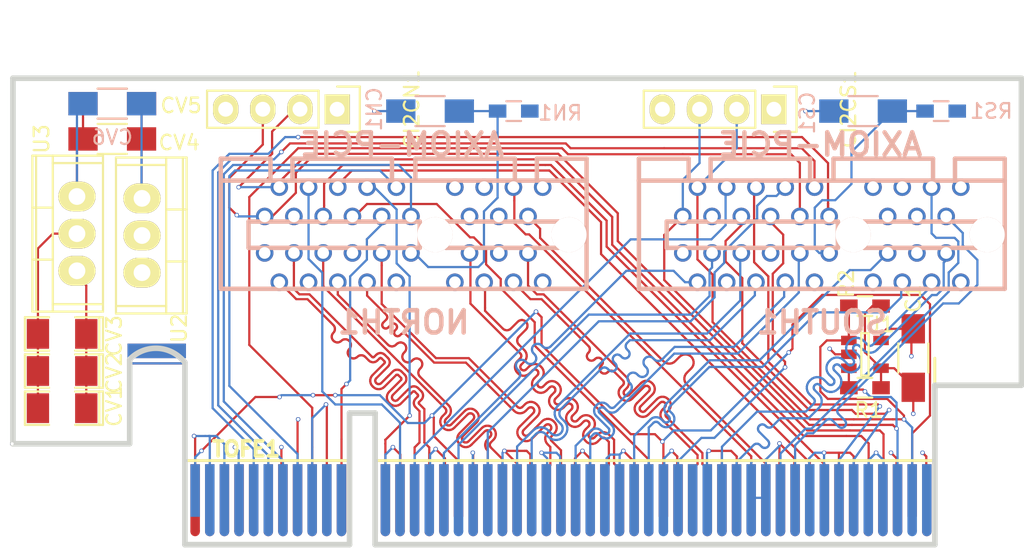
<source format=kicad_pcb>
(kicad_pcb (version 4) (host pcbnew 4.0.0-rc1-stable)
  (title_block (title "TOFE to apertus AXIOM Adapter") (company "TimVideos.us HDMI2USB Project") (comment 1 http://tofe.io) (comment 2 "License : CC BY-SA"))
  (layers (0 F.Cu signal) (1 In1.Cu signal) (2 In2.Cu signal) (31 B.Cu signal) (34 B.Paste user) (35 F.Paste user) (36 B.SilkS user) (37 F.SilkS user) (38 B.Mask user) (39 F.Mask user) (44 Edge.Cuts user))
  (net 0 "")
  (net 1 /PRSTN)
  (net 2 /RESET)
  (net 3 /VCC12V)
  (net 4 /VCC3V3)
  (net 5 GND)
  (net 6 /SMCLK)
  (net 7 /SMDAT)
  (net 8 /S_IO5)
  (net 9 /N_IO4)
  (net 10 /S_IO7)
  (net 11 /S_IO6)
  (net 12 /N_IO7)
  (net 13 /N_IO6)
  (net 14 /S_IO0)
  (net 15 /N_IO0)
  (net 16 /S_IO4)
  (net 17 /S_IO3)
  (net 18 /S_IO2)
  (net 19 /S_IO1)
  (net 20 /S_SDA)
  (net 21 /S_SCL)
  (net 22 /N_IO3)
  (net 23 /N_IO2)
  (net 24 /N_IO1)
  (net 25 /N_SDA)
  (net 26 /N_SCL)
  (net 27 /VCC_5V0)
  (net 28 "Net-(NORTH1-PadB14)")
  (net 29 /VCC_3V3)
  (net 30 /N_IO5)
  (net 31 "Net-(CN1-Pad2)")
  (net 32 "Net-(RN1-Pad1)")
  (net 33 "Net-(TOFE1-PadA33)")
  (net 34 /N_LVDS_3_P)
  (net 35 /N_LVDS_3_N)
  (net 36 /N_LVDS_4_P)
  (net 37 /N_LVDS_4_N)
  (net 38 /N_LVDS_5_N)
  (net 39 /N_LVDS_5_P)
  (net 40 /N_LVDS_2_N)
  (net 41 /N_LVDS_1_P)
  (net 42 /N_LVDS_0_N)
  (net 43 /N_LVDS_0_P)
  (net 44 /N_LVDS_1_N)
  (net 45 /N_LVDS_2_P)
  (net 46 /S_LVDS_0_P)
  (net 47 /S_LVDS_0_N)
  (net 48 /S_LVDS_1_P)
  (net 49 /S_LVDS_1_N)
  (net 50 /S_LVDS_2_P)
  (net 51 /S_LVDS_2_N)
  (net 52 /S_LVDS_3_P)
  (net 53 /S_LVDS_3_N)
  (net 54 /S_LVDS_4_P)
  (net 55 /S_LVDS_4_N)
  (net 56 /S_LVDS_5_P)
  (net 57 /S_LVDS_5_N)
  (net 58 "Net-(CS1-Pad2)")
  (net 59 "Net-(RS1-Pad1)")
  (net 60 "Net-(SOUTH1-PadB14)")
  (net 61 /VCC5V)
  (module TOFE_8X_Pins:TOFE_8X_Pins (layer F.Cu) (at 174 188.15)
    (fp_text reference TOFE1 (at 4.181 -6.54) (layer F.SilkS) (effects (font (size 1.016 1.016) (thickness 0.254))))
    (fp_text value TOFE-8X hide)
    (pad "" connect circle (at 19.69842 -0.89964) (size 0.65024 0.65024) (layers F.Cu F.Mask))
    (pad B1 connect rect (at 0.69922 -3.20088) (size 0.65024 4.59994) (layers F.Cu B.Mask) (net 3 /VCC12V))
    (pad B2 connect rect (at 1.69998 -3.20088) (size 0.65024 4.59994) (layers F.Cu B.Mask) (net 3 /VCC12V))
    (pad B3 connect rect (at 2.6982 -3.20088) (size 0.65024 4.59994) (layers F.Cu B.Mask) (net 3 /VCC12V))
    (pad B4 connect rect (at 3.69896 -3.20088) (size 0.65024 4.59994) (layers F.Cu B.Mask) (net 5 GND))
    (pad B5 connect rect (at 4.69972 -3.20088) (size 0.65024 4.59994) (layers F.Cu B.Mask) (net 6 /SMCLK))
    (pad B6 connect rect (at 5.69794 -3.20088) (size 0.65024 4.59994) (layers F.Cu B.Mask) (net 7 /SMDAT))
    (pad B7 connect rect (at 6.6987 -3.20088) (size 0.65024 4.59994) (layers F.Cu B.Mask) (net 5 GND))
    (pad B8 connect rect (at 7.69946 -3.20088) (size 0.65024 4.59994) (layers F.Cu B.Mask) (net 4 /VCC3V3))
    (pad B9 connect rect (at 8.69768 -3.20088) (size 0.65024 4.59994) (layers F.Cu B.Mask) (net 8 /S_IO5))
    (pad B10 connect rect (at 9.69844 -3.20088) (size 0.65024 4.59994) (layers F.Cu B.Mask) (net 4 /VCC3V3))
    (pad B11 connect rect (at 10.6992 -3.20088) (size 0.65024 4.59994) (layers F.Cu B.Mask) (net 30 /N_IO5))
    (pad B14 connect rect (at 15.69792 -3.20088) (size 0.65024 4.59994) (layers F.Cu B.Mask) (net 43 /N_LVDS_0_P))
    (pad B15 connect rect (at 16.69868 -3.20088) (size 0.65024 4.59994) (layers F.Cu B.Mask) (net 42 /N_LVDS_0_N))
    (pad B16 connect rect (at 17.69944 -3.20088) (size 0.65024 4.59994) (layers F.Cu B.Mask) (net 5 GND))
    (pad B17 connect rect (at 18.69766 -3.70126) (size 0.65024 3.59918) (layers F.Cu B.Mask) (net 1 /PRSTN))
    (pad B18 connect rect (at 19.69842 -3.20088) (size 0.65024 4.59994) (layers F.Cu B.Mask) (net 5 GND))
    (pad B12 connect rect (at 13.69894 -3.20088) (size 0.65024 4.59994) (layers F.Cu B.Mask) (net 9 /N_IO4))
    (pad B13 connect rect (at 14.6997 -3.20088) (size 0.65024 4.59994) (layers F.Cu B.Mask) (net 5 GND))
    (pad A1 connect rect (at 0.69922 -3.70126) (size 0.65024 3.59918) (layers B.Cu B.Mask) (net 1 /PRSTN))
    (pad A2 connect rect (at 1.69998 -3.20088) (size 0.65024 4.59994) (layers B.Cu B.Mask) (net 3 /VCC12V))
    (pad A3 connect rect (at 2.6982 -3.20088) (size 0.65024 4.59994) (layers B.Cu B.Mask) (net 3 /VCC12V))
    (pad A4 connect rect (at 3.69896 -3.20088) (size 0.65024 4.59994) (layers B.Cu B.Mask) (net 5 GND))
    (pad A5 connect rect (at 4.69972 -3.20088) (size 0.65024 4.59994) (layers B.Cu B.Mask) (net 10 /S_IO7))
    (pad A6 connect rect (at 5.69794 -3.20088) (size 0.65024 4.59994) (layers B.Cu B.Mask) (net 11 /S_IO6))
    (pad A7 connect rect (at 6.6987 -3.20088) (size 0.65024 4.59994) (layers B.Cu B.Mask) (net 12 /N_IO7))
    (pad A8 connect rect (at 7.69946 -3.20088) (size 0.65024 4.59994) (layers B.Cu B.Mask) (net 13 /N_IO6))
    (pad A9 connect rect (at 8.69768 -3.20088) (size 0.65024 4.59994) (layers B.Cu B.Mask) (net 4 /VCC3V3))
    (pad A10 connect rect (at 9.69844 -3.20088) (size 0.65024 4.59994) (layers B.Cu B.Mask) (net 4 /VCC3V3))
    (pad A11 connect rect (at 10.6992 -3.20088) (size 0.65024 4.59994) (layers B.Cu B.Mask) (net 2 /RESET))
    (pad A14 connect rect (at 15.69792 -3.20088) (size 0.65024 4.59994) (layers B.Cu B.Mask) (net 14 /S_IO0))
    (pad A15 connect rect (at 16.69868 -3.20088) (size 0.65024 4.59994) (layers B.Cu B.Mask) (net 5 GND))
    (pad A16 connect rect (at 17.69944 -3.20088) (size 0.65024 4.59994) (layers B.Cu B.Mask) (net 46 /S_LVDS_0_P))
    (pad A17 connect rect (at 18.69766 -3.20088) (size 0.65024 4.59994) (layers B.Cu B.Mask) (net 47 /S_LVDS_0_N))
    (pad A18 connect rect (at 19.69882 -3.20088) (size 0.65024 4.59994) (layers B.Cu B.Mask) (net 5 GND))
    (pad A12 connect rect (at 13.69894 -3.20088) (size 0.65024 4.59994) (layers B.Cu B.Mask) (net 5 GND))
    (pad A13 connect rect (at 14.6997 -3.20088) (size 0.65024 4.59994) (layers B.Cu B.Mask) (net 15 /N_IO0))
    (pad "" connect circle (at 2.6982 -0.89964) (size 0.65024 0.65024) (layers F.Cu F.Mask))
    (pad "" connect circle (at 3.69896 -0.89964) (size 0.65024 0.65024) (layers F.Cu F.Mask))
    (pad "" connect circle (at 4.69972 -0.89964) (size 0.65024 0.65024) (layers F.Cu F.Mask))
    (pad "" connect circle (at 5.69794 -0.89964) (size 0.65024 0.65024) (layers F.Cu F.Mask))
    (pad "" connect circle (at 6.6987 -0.89964) (size 0.65024 0.65024) (layers F.Cu F.Mask))
    (pad "" connect circle (at 7.69946 -0.89964) (size 0.65024 0.65024) (layers F.Cu F.Mask))
    (pad "" connect circle (at 8.69768 -0.89964) (size 0.65024 0.65024) (layers F.Cu F.Mask))
    (pad "" connect circle (at 9.69844 -0.89964) (size 0.65024 0.65024) (layers F.Cu F.Mask))
    (pad "" connect circle (at 10.6992 -0.89964) (size 0.65024 0.65024) (layers F.Cu F.Mask))
    (pad "" connect circle (at 0.69922 -0.89964) (size 0.65024 0.65024) (layers F.Cu F.Mask))
    (pad "" connect circle (at 13.69894 -0.89964) (size 0.65024 0.65024) (layers F.Cu F.Mask))
    (pad "" connect circle (at 14.6997 -0.89964) (size 0.65024 0.65024) (layers F.Cu F.Mask))
    (pad "" connect circle (at 15.69792 -0.89964) (size 0.65024 0.65024) (layers F.Cu F.Mask))
    (pad "" connect circle (at 16.69868 -0.89964) (size 0.65024 0.65024) (layers F.Cu F.Mask))
    (pad "" connect circle (at 17.69944 -0.89964) (size 0.65024 0.65024) (layers F.Cu F.Mask))
    (pad "" connect circle (at 1.69998 -0.89964) (size 0.65024 0.65024) (layers F.Cu F.Mask))
    (pad "" connect oval (at 3.69896 -0.89964 90) (size 0.65024 0.65024) (layers B.Cu B.Mask))
    (pad "" connect oval (at 4.69972 -0.89964 90) (size 0.65024 0.65024) (layers B.Cu B.Mask))
    (pad "" connect oval (at 5.69794 -0.89964 90) (size 0.65024 0.65024) (layers B.Cu B.Mask))
    (pad "" connect oval (at 6.6987 -0.89964 90) (size 0.65024 0.65024) (layers B.Cu B.Mask))
    (pad "" connect oval (at 7.69946 -0.89964 90) (size 0.65024 0.65024) (layers B.Cu B.Mask))
    (pad "" connect oval (at 8.69768 -0.89964 90) (size 0.65024 0.65024) (layers B.Cu B.Mask))
    (pad "" connect oval (at 9.69844 -0.89964 90) (size 0.65024 0.65024) (layers B.Cu B.Mask))
    (pad "" connect oval (at 15.69792 -0.89964 90) (size 0.65024 0.65024) (layers B.Cu B.Mask))
    (pad "" connect oval (at 16.69868 -0.89964 90) (size 0.65024 0.65024) (layers B.Cu B.Mask))
    (pad "" connect oval (at 2.6982 -0.89964 90) (size 0.65024 0.65024) (layers B.Cu B.Mask))
    (pad "" connect oval (at 14.6997 -0.89964 90) (size 0.65024 0.65024) (layers B.Cu B.Mask))
    (pad "" connect oval (at 17.69944 -0.89964 90) (size 0.65024 0.65024) (layers B.Cu B.Mask))
    (pad "" connect oval (at 10.6992 -0.89964 90) (size 0.65024 0.65024) (layers B.Cu B.Mask))
    (pad "" connect oval (at 13.69894 -0.89964 90) (size 0.65024 0.65024) (layers B.Cu B.Mask))
    (pad "" connect oval (at 18.69766 -0.89964 90) (size 0.65024 0.65024) (layers B.Cu B.Mask))
    (pad "" connect oval (at 19.69842 -0.89964 90) (size 0.65024 0.65024) (layers B.Cu B.Mask))
    (pad "" connect oval (at 1.69998 -0.89964 90) (size 0.65024 0.65024) (layers B.Cu B.Mask))
    (pad B19 connect rect (at 20.69882 -3.20088) (size 0.65024 4.59994) (layers F.Cu B.Mask) (net 41 /N_LVDS_1_P))
    (pad A19 connect rect (at 20.69882 -3.20088) (size 0.65024 4.59994) (layers B.Cu B.Mask) (net 16 /S_IO4))
    (pad A20 connect rect (at 21.69882 -3.20088) (size 0.65024 4.59994) (layers B.Cu B.Mask) (net 5 GND))
    (pad A21 connect rect (at 22.69882 -3.20088) (size 0.65024 4.59994) (layers B.Cu B.Mask) (net 48 /S_LVDS_1_P))
    (pad A22 connect rect (at 23.69882 -3.20088) (size 0.65024 4.59994) (layers B.Cu B.Mask) (net 49 /S_LVDS_1_N))
    (pad A23 connect rect (at 24.69882 -3.20088) (size 0.65024 4.59994) (layers B.Cu B.Mask) (net 5 GND))
    (pad A24 connect rect (at 25.69882 -3.20088) (size 0.65024 4.59994) (layers B.Cu B.Mask) (net 5 GND))
    (pad A25 connect rect (at 26.69882 -3.20088) (size 0.65024 4.59994) (layers B.Cu B.Mask) (net 50 /S_LVDS_2_P))
    (pad A26 connect rect (at 27.69882 -3.20088) (size 0.65024 4.59994) (layers B.Cu B.Mask) (net 51 /S_LVDS_2_N))
    (pad A27 connect rect (at 28.69882 -3.20088) (size 0.65024 4.59994) (layers B.Cu B.Mask) (net 5 GND))
    (pad A28 connect rect (at 29.69882 -3.20088) (size 0.65024 4.59994) (layers B.Cu B.Mask) (net 5 GND))
    (pad A29 connect rect (at 30.69882 -3.20088) (size 0.65024 4.59994) (layers B.Cu B.Mask) (net 52 /S_LVDS_3_P))
    (pad A30 connect rect (at 31.69882 -3.20088) (size 0.65024 4.59994) (layers B.Cu B.Mask) (net 53 /S_LVDS_3_N))
    (pad A31 connect rect (at 32.69882 -3.20088) (size 0.65024 4.59994) (layers B.Cu B.Mask) (net 5 GND))
    (pad A32 connect rect (at 33.69882 -3.20088) (size 0.65024 4.59994) (layers B.Cu B.Mask) (net 17 /S_IO3))
    (pad A33 connect rect (at 34.69882 -3.20088) (size 0.65024 4.59994) (layers B.Cu B.Mask) (net 33 "Net-(TOFE1-PadA33)"))
    (pad A34 connect rect (at 35.69882 -3.20088) (size 0.65024 4.59994) (layers B.Cu B.Mask) (net 5 GND))
    (pad A35 connect rect (at 36.69882 -3.20088) (size 0.65024 4.59994) (layers B.Cu B.Mask) (net 54 /S_LVDS_4_P))
    (pad A36 connect rect (at 37.69882 -3.20088) (size 0.65024 4.59994) (layers B.Cu B.Mask) (net 55 /S_LVDS_4_N))
    (pad A37 connect rect (at 38.69882 -3.20088) (size 0.65024 4.59994) (layers B.Cu B.Mask) (net 5 GND))
    (pad A38 connect rect (at 39.69882 -3.20088) (size 0.65024 4.59994) (layers B.Cu B.Mask) (net 5 GND))
    (pad A39 connect rect (at 40.69882 -3.20088) (size 0.65024 4.59994) (layers B.Cu B.Mask) (net 56 /S_LVDS_5_P))
    (pad A40 connect rect (at 41.69882 -3.20088) (size 0.65024 4.59994) (layers B.Cu B.Mask) (net 57 /S_LVDS_5_N))
    (pad A41 connect rect (at 42.69882 -3.20088) (size 0.65024 4.59994) (layers B.Cu B.Mask) (net 5 GND))
    (pad A42 connect rect (at 43.69882 -3.20088) (size 0.65024 4.59994) (layers B.Cu B.Mask) (net 5 GND))
    (pad A43 connect rect (at 44.69882 -3.20088) (size 0.65024 4.59994) (layers B.Cu B.Mask) (net 18 /S_IO2))
    (pad A44 connect rect (at 45.69882 -3.20088) (size 0.65024 4.59994) (layers B.Cu B.Mask) (net 19 /S_IO1))
    (pad A45 connect rect (at 46.69882 -3.20088) (size 0.65024 4.59994) (layers B.Cu B.Mask) (net 5 GND))
    (pad A46 connect rect (at 47.69882 -3.20088) (size 0.65024 4.59994) (layers B.Cu B.Mask) (net 5 GND))
    (pad A47 connect rect (at 48.69882 -3.20088) (size 0.65024 4.59994) (layers B.Cu B.Mask) (net 20 /S_SDA))
    (pad A48 connect rect (at 49.69882 -3.20088) (size 0.65024 4.59994) (layers B.Cu B.Mask) (net 21 /S_SCL))
    (pad A49 connect rect (at 50.69882 -3.20088) (size 0.65024 4.59994) (layers B.Cu B.Mask) (net 5 GND))
    (pad B20 connect rect (at 21.69882 -3.20088) (size 0.65024 4.59994) (layers F.Cu B.Mask) (net 44 /N_LVDS_1_N))
    (pad B21 connect rect (at 22.69882 -3.20088) (size 0.65024 4.59994) (layers F.Cu B.Mask) (net 5 GND))
    (pad B22 connect rect (at 23.69882 -3.20088) (size 0.65024 4.59994) (layers F.Cu B.Mask) (net 5 GND))
    (pad B23 connect rect (at 24.69882 -3.20088) (size 0.65024 4.59994) (layers F.Cu B.Mask) (net 45 /N_LVDS_2_P))
    (pad B24 connect rect (at 25.69882 -3.20088) (size 0.65024 4.59994) (layers F.Cu B.Mask) (net 40 /N_LVDS_2_N))
    (pad B25 connect rect (at 26.69882 -3.20088) (size 0.65024 4.59994) (layers F.Cu B.Mask) (net 5 GND))
    (pad B26 connect rect (at 27.69882 -3.20088) (size 0.65024 4.59994) (layers F.Cu B.Mask) (net 5 GND))
    (pad B27 connect rect (at 28.69882 -3.20088) (size 0.65024 4.59994) (layers F.Cu B.Mask) (net 34 /N_LVDS_3_P))
    (pad B28 connect rect (at 29.69882 -3.20088) (size 0.65024 4.59994) (layers F.Cu B.Mask) (net 35 /N_LVDS_3_N))
    (pad B29 connect rect (at 30.69882 -3.20088) (size 0.65024 4.59994) (layers F.Cu B.Mask) (net 5 GND))
    (pad B30 connect rect (at 31.69882 -3.20088) (size 0.65024 4.59994) (layers F.Cu B.Mask) (net 22 /N_IO3))
    (pad B31 connect rect (at 32.69882 -3.70088) (size 0.65024 3.59918) (layers F.Cu B.Mask) (net 1 /PRSTN))
    (pad B32 connect rect (at 33.69882 -3.20088) (size 0.65024 4.59994) (layers F.Cu B.Mask) (net 5 GND))
    (pad B33 connect rect (at 34.69882 -3.20088) (size 0.65024 4.59994) (layers F.Cu B.Mask) (net 36 /N_LVDS_4_P))
    (pad B34 connect rect (at 35.69882 -3.20088) (size 0.65024 4.59994) (layers F.Cu B.Mask) (net 37 /N_LVDS_4_N))
    (pad B35 connect rect (at 36.69882 -3.20088) (size 0.65024 4.59994) (layers F.Cu B.Mask) (net 5 GND))
    (pad B36 connect rect (at 37.69882 -3.20088) (size 0.65024 4.59994) (layers F.Cu B.Mask) (net 5 GND))
    (pad B37 connect rect (at 38.69882 -3.20088) (size 0.65024 4.59994) (layers F.Cu B.Mask) (net 39 /N_LVDS_5_P))
    (pad B38 connect rect (at 39.69882 -3.20088) (size 0.65024 4.59994) (layers F.Cu B.Mask) (net 38 /N_LVDS_5_N))
    (pad B39 connect rect (at 40.69882 -3.20088) (size 0.65024 4.59994) (layers F.Cu B.Mask) (net 5 GND))
    (pad B40 connect rect (at 41.69882 -3.20088) (size 0.65024 4.59994) (layers F.Cu B.Mask) (net 5 GND))
    (pad B41 connect rect (at 42.69882 -3.20088) (size 0.65024 4.59994) (layers F.Cu B.Mask) (net 23 /N_IO2))
    (pad B42 connect rect (at 43.69882 -3.20088) (size 0.65024 4.59994) (layers F.Cu B.Mask) (net 24 /N_IO1))
    (pad B43 connect rect (at 44.69882 -3.20088) (size 0.65024 4.59994) (layers F.Cu B.Mask) (net 5 GND))
    (pad B44 connect rect (at 45.69882 -3.20088) (size 0.65024 4.59994) (layers F.Cu B.Mask) (net 5 GND))
    (pad B45 connect rect (at 46.69882 -3.20088) (size 0.65024 4.59994) (layers F.Cu B.Mask) (net 25 /N_SDA))
    (pad B46 connect rect (at 47.69882 -3.20088) (size 0.65024 4.59994) (layers F.Cu B.Mask) (net 26 /N_SCL))
    (pad B47 connect rect (at 48.69882 -3.20088) (size 0.65024 4.59994) (layers F.Cu B.Mask) (net 5 GND))
    (pad B48 connect rect (at 49.69882 -3.70088) (size 0.65024 3.59918) (layers F.Cu B.Mask) (net 1 /PRSTN))
    (pad B49 connect rect (at 50.69882 -3.20088) (size 0.65024 4.59994) (layers F.Cu B.Mask) (net 5 GND))
    (pad "" connect oval (at 20.69882 -0.89964) (size 0.65024 0.65024) (layers F.Cu B.Mask))
    (pad "" connect oval (at 21.69882 -0.89964) (size 0.65024 0.65024) (layers F.Cu B.Mask))
    (pad "" connect oval (at 22.69882 -0.89964) (size 0.65024 0.65024) (layers F.Cu B.Mask))
    (pad "" connect oval (at 23.69882 -0.89964) (size 0.65024 0.65024) (layers F.Cu B.Mask))
    (pad "" connect oval (at 24.69882 -0.89964) (size 0.65024 0.65024) (layers F.Cu B.Mask))
    (pad "" connect oval (at 25.69882 -0.89964) (size 0.65024 0.65024) (layers F.Cu B.Mask))
    (pad "" connect oval (at 26.69882 -0.89964) (size 0.65024 0.65024) (layers F.Cu B.Mask))
    (pad "" connect oval (at 27.69882 -0.89964) (size 0.65024 0.65024) (layers F.Cu B.Mask))
    (pad "" connect oval (at 45.69882 -0.89964) (size 0.65024 0.65024) (layers F.Cu B.Mask))
    (pad "" connect oval (at 28.69882 -0.89964) (size 0.65024 0.65024) (layers F.Cu B.Mask))
    (pad "" connect oval (at 29.69882 -0.89964) (size 0.65024 0.65024) (layers F.Cu B.Mask))
    (pad "" connect oval (at 30.69882 -0.89964) (size 0.65024 0.65024) (layers F.Cu B.Mask))
    (pad "" connect oval (at 31.69882 -0.89964) (size 0.65024 0.65024) (layers F.Cu B.Mask))
    (pad "" connect oval (at 33.69882 -0.89964) (size 0.65024 0.65024) (layers F.Cu B.Mask))
    (pad "" connect oval (at 34.69882 -0.89964) (size 0.65024 0.65024) (layers F.Cu B.Mask))
    (pad "" connect oval (at 35.69882 -0.89964) (size 0.65024 0.65024) (layers F.Cu B.Mask))
    (pad "" connect oval (at 36.69882 -0.89964) (size 0.65024 0.65024) (layers F.Cu B.Mask))
    (pad "" connect oval (at 37.69882 -0.89964) (size 0.65024 0.65024) (layers F.Cu B.Mask))
    (pad "" connect oval (at 46.69882 -0.89964) (size 0.65024 0.65024) (layers F.Cu B.Mask))
    (pad "" connect oval (at 38.69882 -0.89964) (size 0.65024 0.65024) (layers F.Cu B.Mask))
    (pad "" connect oval (at 39.69882 -0.89964) (size 0.65024 0.65024) (layers F.Cu B.Mask))
    (pad "" connect oval (at 40.69882 -0.89964) (size 0.65024 0.65024) (layers F.Cu B.Mask))
    (pad "" connect oval (at 41.69882 -0.89964) (size 0.65024 0.65024) (layers F.Cu B.Mask))
    (pad "" connect oval (at 42.69882 -0.89964) (size 0.65024 0.65024) (layers F.Cu B.Mask))
    (pad "" connect oval (at 43.69882 -0.89964) (size 0.65024 0.65024) (layers F.Cu B.Mask))
    (pad "" connect oval (at 44.69882 -0.89964) (size 0.65024 0.65024) (layers F.Cu B.Mask))
    (pad "" connect oval (at 47.69882 -0.89964) (size 0.65024 0.65024) (layers F.Cu B.Mask))
    (pad "" connect oval (at 48.69882 -0.89964) (size 0.65024 0.65024) (layers F.Cu B.Mask))
    (pad "" connect oval (at 50.69882 -0.89964) (size 0.65024 0.65024) (layers F.Cu B.Mask))
    (pad "" connect oval (at 20.69882 -0.89964 90) (size 0.65024 0.65024) (layers B.Cu B.Mask))
    (pad "" connect oval (at 21.69882 -0.89964 90) (size 0.65024 0.65024) (layers B.Cu B.Mask))
    (pad "" connect oval (at 22.69882 -0.89964 90) (size 0.65024 0.65024) (layers B.Cu B.Mask))
    (pad "" connect oval (at 23.69882 -0.89964 90) (size 0.65024 0.65024) (layers B.Cu B.Mask))
    (pad "" connect oval (at 24.69882 -0.89964 90) (size 0.65024 0.65024) (layers B.Cu B.Mask))
    (pad "" connect oval (at 25.69882 -0.89964 90) (size 0.65024 0.65024) (layers B.Cu B.Mask))
    (pad "" connect oval (at 26.69882 -0.89964 90) (size 0.65024 0.65024) (layers B.Cu B.Mask))
    (pad "" connect oval (at 27.69882 -0.89964 90) (size 0.65024 0.65024) (layers B.Cu B.Mask))
    (pad "" connect oval (at 28.69882 -0.89964 90) (size 0.65024 0.65024) (layers B.Cu B.Mask))
    (pad "" connect oval (at 29.69882 -0.89964 90) (size 0.65024 0.65024) (layers B.Cu B.Mask))
    (pad "" connect oval (at 30.69882 -0.89964 90) (size 0.65024 0.65024) (layers B.Cu B.Mask))
    (pad "" connect oval (at 31.69882 -0.89964 90) (size 0.65024 0.65024) (layers B.Cu B.Mask))
    (pad "" connect oval (at 32.69882 -0.89964 90) (size 0.65024 0.65024) (layers B.Cu B.Mask))
    (pad "" connect oval (at 33.69882 -0.89964 90) (size 0.65024 0.65024) (layers B.Cu B.Mask))
    (pad "" connect oval (at 34.69882 -0.89964 90) (size 0.65024 0.65024) (layers B.Cu B.Mask))
    (pad "" connect oval (at 35.69882 -0.89964 90) (size 0.65024 0.65024) (layers B.Cu B.Mask))
    (pad "" connect oval (at 36.69882 -0.89964 90) (size 0.65024 0.65024) (layers B.Cu B.Mask))
    (pad "" connect oval (at 37.69882 -0.89964 90) (size 0.65024 0.65024) (layers B.Cu B.Mask))
    (pad "" connect oval (at 38.69882 -0.89964 90) (size 0.65024 0.65024) (layers B.Cu B.Mask))
    (pad "" connect oval (at 39.69882 -0.89964 90) (size 0.65024 0.65024) (layers B.Cu B.Mask))
    (pad "" connect oval (at 40.69882 -0.89964 90) (size 0.65024 0.65024) (layers B.Cu B.Mask))
    (pad "" connect oval (at 41.69882 -0.89964 90) (size 0.65024 0.65024) (layers B.Cu B.Mask))
    (pad "" connect oval (at 42.69882 -0.89964 90) (size 0.65024 0.65024) (layers B.Cu B.Mask))
    (pad "" connect oval (at 43.69882 -0.89964 90) (size 0.65024 0.65024) (layers B.Cu B.Mask))
    (pad "" connect oval (at 44.69882 -0.89964 90) (size 0.65024 0.65024) (layers B.Cu B.Mask))
    (pad "" connect oval (at 45.69882 -0.89964 90) (size 0.65024 0.65024) (layers B.Cu B.Mask))
    (pad "" connect oval (at 46.69882 -0.89964 90) (size 0.65024 0.65024) (layers B.Cu B.Mask))
    (pad "" connect oval (at 47.69882 -0.89964 90) (size 0.65024 0.65024) (layers B.Cu B.Mask))
    (pad "" connect oval (at 48.69882 -0.89964 90) (size 0.65024 0.65024) (layers B.Cu B.Mask))
    (pad "" connect oval (at 49.69882 -0.89964 90) (size 0.65024 0.65024) (layers B.Cu B.Mask))
    (pad "" connect oval (at 50.69882 -0.89964 90) (size 0.65024 0.65024) (layers B.Cu B.Mask))
    (pad "" smd rect (at -1.92618 -13.25088) (size 4 1) (layers B.Cu F.Paste F.Mask))
    (pad "" smd rect (at -1.92618 -13.25088) (size 4 1) (layers F.Cu F.Paste F.Mask))
  )
  (module w_conn_pc:pci-x_conn-x1 (layer B.Cu) (at 217.52454 166.95)
    (fp_text reference SOUTH1 (at 0 5.99948) (layer B.SilkS) (effects (font (thickness 0.3048)) (justify mirror)))
    (fp_text value AXIOM-PCIE (at -0.10054 -6.168) (layer B.SilkS) (effects (font (thickness 0.3048)) (justify mirror)))
    (pad "" np_thru_hole circle (at 2.14884 0) (size 2.4003 2.4003) (drill 2.4003) (layers *.Cu B.SilkS))
    (pad "" np_thru_hole circle (at 11.30046 0) (size 2.4003 2.4003) (drill 2.4003) (layers *.Cu B.SilkS))
    (pad A12 thru_hole circle (at 3.50012 3.2512) (size 1.19888 1.19888) (drill 0.8001) (layers *.Cu *.Mask) (net 5 GND))
    (pad A13 thru_hole circle (at 4.50088 1.24968) (size 1.19888 1.19888) (drill 0.8001) (layers *.Cu *.Mask) (net 52 /S_LVDS_3_P))
    (pad A14 thru_hole circle (at 5.4991 3.2512) (size 1.19888 1.19888) (drill 0.8001) (layers *.Cu *.Mask) (net 53 /S_LVDS_3_N))
    (pad A15 thru_hole circle (at 6.49986 1.24968) (size 1.19888 1.19888) (drill 0.8001) (layers *.Cu *.Mask) (net 5 GND))
    (pad A16 thru_hole circle (at 7.50062 3.2512) (size 1.19888 1.19888) (drill 0.8001) (layers *.Cu *.Mask) (net 54 /S_LVDS_4_P))
    (pad A17 thru_hole circle (at 8.49884 1.24968) (size 1.19888 1.19888) (drill 0.8001) (layers *.Cu *.Mask) (net 55 /S_LVDS_4_N))
    (pad A18 thru_hole circle (at 9.4996 3.2512) (size 1.19888 1.19888) (drill 0.8001) (layers *.Cu *.Mask) (net 5 GND))
    (pad B13 thru_hole circle (at 4.50088 -1.24968) (size 1.19888 1.19888) (drill 0.8001) (layers *.Cu *.Mask) (net 29 /VCC_3V3))
    (pad B15 thru_hole circle (at 6.49986 -1.24968) (size 1.19888 1.19888) (drill 0.8001) (layers *.Cu *.Mask) (net 5 GND))
    (pad B17 thru_hole circle (at 8.49884 -1.24968) (size 1.19888 1.19888) (drill 0.8001) (layers *.Cu *.Mask) (net 57 /S_LVDS_5_N))
    (pad B12 thru_hole circle (at 3.50012 -3.2512) (size 1.19888 1.19888) (drill 0.8001) (layers *.Cu *.Mask) (net 27 /VCC_5V0))
    (pad B14 thru_hole circle (at 5.4991 -3.2512) (size 1.19888 1.19888) (drill 0.8001) (layers *.Cu *.Mask) (net 60 "Net-(SOUTH1-PadB14)"))
    (pad B16 thru_hole circle (at 7.50062 -3.2512) (size 1.19888 1.19888) (drill 0.8001) (layers *.Cu *.Mask) (net 56 /S_LVDS_5_P))
    (pad B18 thru_hole circle (at 9.4996 -3.2512) (size 1.19888 1.19888) (drill 0.8001) (layers *.Cu *.Mask) (net 5 GND))
    (pad A11 thru_hole circle (at 0.50038 1.24968) (size 1.19888 1.19888) (drill 0.8001) (layers *.Cu *.Mask) (net 58 "Net-(CS1-Pad2)"))
    (pad A9 thru_hole circle (at -1.50114 1.24968) (size 1.19888 1.19888) (drill 0.8001) (layers *.Cu *.Mask) (net 51 /S_LVDS_2_N))
    (pad A7 thru_hole circle (at -3.50012 1.24968) (size 1.19888 1.19888) (drill 0.8001) (layers *.Cu *.Mask) (net 5 GND))
    (pad A5 thru_hole circle (at -5.4991 1.24968) (size 1.19888 1.19888) (drill 0.8001) (layers *.Cu *.Mask) (net 48 /S_LVDS_1_P))
    (pad A3 thru_hole circle (at -7.50062 1.24968) (size 1.19888 1.19888) (drill 0.8001) (layers *.Cu *.Mask) (net 47 /S_LVDS_0_N))
    (pad A1 thru_hole circle (at -9.4996 1.24968) (size 1.19888 1.19888) (drill 0.8001) (layers *.Cu *.Mask) (net 5 GND))
    (pad A2 thru_hole circle (at -8.49884 3.2512) (size 1.19888 1.19888) (drill 0.8001) (layers *.Cu *.Mask) (net 46 /S_LVDS_0_P))
    (pad A4 thru_hole circle (at -6.49986 3.2512) (size 1.19888 1.19888) (drill 0.8001) (layers *.Cu *.Mask) (net 5 GND))
    (pad A6 thru_hole circle (at -4.50088 3.2512) (size 1.19888 1.19888) (drill 0.8001) (layers *.Cu *.Mask) (net 49 /S_LVDS_1_N))
    (pad A8 thru_hole circle (at -2.49936 3.2512) (size 1.19888 1.19888) (drill 0.8001) (layers *.Cu *.Mask) (net 50 /S_LVDS_2_P))
    (pad A10 thru_hole circle (at -0.50038 3.2512) (size 1.19888 1.19888) (drill 0.8001) (layers *.Cu *.Mask) (net 5 GND))
    (pad B1 thru_hole circle (at -9.4996 -1.24968) (size 1.19888 1.19888) (drill 0.8001) (layers *.Cu *.Mask) (net 20 /S_SDA))
    (pad B2 thru_hole circle (at -8.49884 -3.2512) (size 1.19888 1.19888) (drill 0.8001) (layers *.Cu *.Mask) (net 21 /S_SCL))
    (pad B3 thru_hole circle (at -7.50062 -1.24968) (size 1.19888 1.19888) (drill 0.8001) (layers *.Cu *.Mask) (net 29 /VCC_3V3))
    (pad B4 thru_hole circle (at -6.49986 -3.2512) (size 1.19888 1.19888) (drill 0.8001) (layers *.Cu *.Mask) (net 14 /S_IO0))
    (pad B5 thru_hole circle (at -5.4991 -1.24968) (size 1.19888 1.19888) (drill 0.8001) (layers *.Cu *.Mask) (net 19 /S_IO1))
    (pad B6 thru_hole circle (at -4.50088 -3.2512) (size 1.19888 1.19888) (drill 0.8001) (layers *.Cu *.Mask) (net 18 /S_IO2))
    (pad B7 thru_hole circle (at -3.50012 -1.24968) (size 1.19888 1.19888) (drill 0.8001) (layers *.Cu *.Mask) (net 17 /S_IO3))
    (pad B8 thru_hole circle (at -2.49936 -3.2512) (size 1.19888 1.19888) (drill 0.8001) (layers *.Cu *.Mask) (net 16 /S_IO4))
    (pad B9 thru_hole circle (at -1.50114 -1.24968) (size 1.19888 1.19888) (drill 0.8001) (layers *.Cu *.Mask) (net 8 /S_IO5))
    (pad B10 thru_hole circle (at -0.50038 -3.2512) (size 1.19888 1.19888) (drill 0.8001) (layers *.Cu *.Mask) (net 11 /S_IO6))
    (pad B11 thru_hole circle (at 0.50038 -1.24968) (size 1.19888 1.19888) (drill 0.8001) (layers *.Cu *.Mask) (net 10 /S_IO7))
  )
  (module w_conn_pc:pci-x_conn-x1 (layer B.Cu) (at 188.94954 166.95)
    (fp_text reference NORTH1 (at 0 5.99948) (layer B.SilkS) (effects (font (thickness 0.3048)) (justify mirror)))
    (fp_text value AXIOM-PCIE (at -0.10054 -6.168) (layer B.SilkS) (effects (font (thickness 0.3048)) (justify mirror)))
    (pad "" np_thru_hole circle (at 2.14884 0) (size 2.4003 2.4003) (drill 2.4003) (layers *.Cu B.SilkS))
    (pad "" np_thru_hole circle (at 11.30046 0) (size 2.4003 2.4003) (drill 2.4003) (layers *.Cu B.SilkS))
    (pad A12 thru_hole circle (at 3.50012 3.2512) (size 1.19888 1.19888) (drill 0.8001) (layers *.Cu *.Mask) (net 5 GND))
    (pad A13 thru_hole circle (at 4.50088 1.24968) (size 1.19888 1.19888) (drill 0.8001) (layers *.Cu *.Mask) (net 34 /N_LVDS_3_P))
    (pad A14 thru_hole circle (at 5.4991 3.2512) (size 1.19888 1.19888) (drill 0.8001) (layers *.Cu *.Mask) (net 35 /N_LVDS_3_N))
    (pad A15 thru_hole circle (at 6.49986 1.24968) (size 1.19888 1.19888) (drill 0.8001) (layers *.Cu *.Mask) (net 5 GND))
    (pad A16 thru_hole circle (at 7.50062 3.2512) (size 1.19888 1.19888) (drill 0.8001) (layers *.Cu *.Mask) (net 36 /N_LVDS_4_P))
    (pad A17 thru_hole circle (at 8.49884 1.24968) (size 1.19888 1.19888) (drill 0.8001) (layers *.Cu *.Mask) (net 37 /N_LVDS_4_N))
    (pad A18 thru_hole circle (at 9.4996 3.2512) (size 1.19888 1.19888) (drill 0.8001) (layers *.Cu *.Mask) (net 5 GND))
    (pad B13 thru_hole circle (at 4.50088 -1.24968) (size 1.19888 1.19888) (drill 0.8001) (layers *.Cu *.Mask) (net 29 /VCC_3V3))
    (pad B15 thru_hole circle (at 6.49986 -1.24968) (size 1.19888 1.19888) (drill 0.8001) (layers *.Cu *.Mask) (net 5 GND))
    (pad B17 thru_hole circle (at 8.49884 -1.24968) (size 1.19888 1.19888) (drill 0.8001) (layers *.Cu *.Mask) (net 38 /N_LVDS_5_N))
    (pad B12 thru_hole circle (at 3.50012 -3.2512) (size 1.19888 1.19888) (drill 0.8001) (layers *.Cu *.Mask) (net 27 /VCC_5V0))
    (pad B14 thru_hole circle (at 5.4991 -3.2512) (size 1.19888 1.19888) (drill 0.8001) (layers *.Cu *.Mask) (net 28 "Net-(NORTH1-PadB14)"))
    (pad B16 thru_hole circle (at 7.50062 -3.2512) (size 1.19888 1.19888) (drill 0.8001) (layers *.Cu *.Mask) (net 39 /N_LVDS_5_P))
    (pad B18 thru_hole circle (at 9.4996 -3.2512) (size 1.19888 1.19888) (drill 0.8001) (layers *.Cu *.Mask) (net 5 GND))
    (pad A11 thru_hole circle (at 0.50038 1.24968) (size 1.19888 1.19888) (drill 0.8001) (layers *.Cu *.Mask) (net 31 "Net-(CN1-Pad2)"))
    (pad A9 thru_hole circle (at -1.50114 1.24968) (size 1.19888 1.19888) (drill 0.8001) (layers *.Cu *.Mask) (net 40 /N_LVDS_2_N))
    (pad A7 thru_hole circle (at -3.50012 1.24968) (size 1.19888 1.19888) (drill 0.8001) (layers *.Cu *.Mask) (net 5 GND))
    (pad A5 thru_hole circle (at -5.4991 1.24968) (size 1.19888 1.19888) (drill 0.8001) (layers *.Cu *.Mask) (net 41 /N_LVDS_1_P))
    (pad A3 thru_hole circle (at -7.50062 1.24968) (size 1.19888 1.19888) (drill 0.8001) (layers *.Cu *.Mask) (net 42 /N_LVDS_0_N))
    (pad A1 thru_hole circle (at -9.4996 1.24968) (size 1.19888 1.19888) (drill 0.8001) (layers *.Cu *.Mask) (net 5 GND))
    (pad A2 thru_hole circle (at -8.49884 3.2512) (size 1.19888 1.19888) (drill 0.8001) (layers *.Cu *.Mask) (net 43 /N_LVDS_0_P))
    (pad A4 thru_hole circle (at -6.49986 3.2512) (size 1.19888 1.19888) (drill 0.8001) (layers *.Cu *.Mask) (net 5 GND))
    (pad A6 thru_hole circle (at -4.50088 3.2512) (size 1.19888 1.19888) (drill 0.8001) (layers *.Cu *.Mask) (net 44 /N_LVDS_1_N))
    (pad A8 thru_hole circle (at -2.49936 3.2512) (size 1.19888 1.19888) (drill 0.8001) (layers *.Cu *.Mask) (net 45 /N_LVDS_2_P))
    (pad A10 thru_hole circle (at -0.50038 3.2512) (size 1.19888 1.19888) (drill 0.8001) (layers *.Cu *.Mask) (net 5 GND))
    (pad B1 thru_hole circle (at -9.4996 -1.24968) (size 1.19888 1.19888) (drill 0.8001) (layers *.Cu *.Mask) (net 25 /N_SDA))
    (pad B2 thru_hole circle (at -8.49884 -3.2512) (size 1.19888 1.19888) (drill 0.8001) (layers *.Cu *.Mask) (net 26 /N_SCL))
    (pad B3 thru_hole circle (at -7.50062 -1.24968) (size 1.19888 1.19888) (drill 0.8001) (layers *.Cu *.Mask) (net 29 /VCC_3V3))
    (pad B4 thru_hole circle (at -6.49986 -3.2512) (size 1.19888 1.19888) (drill 0.8001) (layers *.Cu *.Mask) (net 15 /N_IO0))
    (pad B5 thru_hole circle (at -5.4991 -1.24968) (size 1.19888 1.19888) (drill 0.8001) (layers *.Cu *.Mask) (net 24 /N_IO1))
    (pad B6 thru_hole circle (at -4.50088 -3.2512) (size 1.19888 1.19888) (drill 0.8001) (layers *.Cu *.Mask) (net 23 /N_IO2))
    (pad B7 thru_hole circle (at -3.50012 -1.24968) (size 1.19888 1.19888) (drill 0.8001) (layers *.Cu *.Mask) (net 22 /N_IO3))
    (pad B8 thru_hole circle (at -2.49936 -3.2512) (size 1.19888 1.19888) (drill 0.8001) (layers *.Cu *.Mask) (net 9 /N_IO4))
    (pad B9 thru_hole circle (at -1.50114 -1.24968) (size 1.19888 1.19888) (drill 0.8001) (layers *.Cu *.Mask) (net 30 /N_IO5))
    (pad B10 thru_hole circle (at -0.50038 -3.2512) (size 1.19888 1.19888) (drill 0.8001) (layers *.Cu *.Mask) (net 13 /N_IO6))
    (pad B11 thru_hole circle (at 0.50038 -1.24968) (size 1.19888 1.19888) (drill 0.8001) (layers *.Cu *.Mask) (net 12 /N_IO7))
  )
  (module Capacitors_SMD:C_1206_HandSoldering (layer F.Cu) (at 223.774 175.387 90)
    (fp_text reference C1 (at 4.064 0 90) (layer F.SilkS))
    (fp_text value 0.1uF)
    (pad 1 smd rect (at -2 0 90) (size 2 1.6) (layers F.Cu F.Paste F.Mask) (net 4 /VCC3V3))
    (pad 2 smd rect (at 2 0 90) (size 2 1.6) (layers F.Cu F.Paste F.Mask) (net 5 GND))
  )
  (module Resistors_SMD:R_0603_HandSoldering (layer F.Cu) (at 220.472 177.419)
    (fp_text reference R1 (at 0.254 1.524 180) (layer F.SilkS))
    (fp_text value 10K)
    (pad 1 smd rect (at -1.1 0) (size 1.2 0.9) (layers F.Cu F.Paste F.Mask) (net 20 /S_SDA))
    (pad 2 smd rect (at 1.1 0) (size 1.2 0.9) (layers F.Cu F.Paste F.Mask) (net 4 /VCC3V3))
  )
  (module Capacitors_SMD:C_1206_HandSoldering (layer B.Cu) (at 190.754 158.496)
    (fp_text reference CN1 (at -3.81 -0.127 90) (layer B.SilkS) (effects (justify mirror)))
    (fp_text value C)
    (pad 1 smd rect (at -2 0) (size 2 1.6) (layers B.Cu B.Paste B.Mask) (net 5 GND))
    (pad 2 smd rect (at 2 0) (size 2 1.6) (layers B.Cu B.Paste B.Mask) (net 31 "Net-(CN1-Pad2)"))
  )
  (module Resistors_SMD:R_0603_HandSoldering (layer F.Cu) (at 220.472 171.831)
    (fp_text reference R2 (at -1.27 -1.524 90) (layer F.SilkS))
    (fp_text value 10K)
    (pad 1 smd rect (at -1.1 0) (size 1.2 0.9) (layers F.Cu F.Paste F.Mask) (net 21 /S_SCL))
    (pad 2 smd rect (at 1.1 0) (size 1.2 0.9) (layers F.Cu F.Paste F.Mask) (net 4 /VCC3V3))
  )
  (module Resistors_SMD:R_0603_HandSoldering (layer B.Cu) (at 196.469 158.496 180)
    (fp_text reference RN1 (at -3.175 -0.127 180) (layer B.SilkS) (effects (justify mirror)))
    (fp_text value R)
    (pad 1 smd rect (at -1.1 0 180) (size 1.2 0.9) (layers B.Cu B.Paste B.Mask) (net 32 "Net-(RN1-Pad1)"))
    (pad 2 smd rect (at 1.1 0 180) (size 1.2 0.9) (layers B.Cu B.Paste B.Mask) (net 31 "Net-(CN1-Pad2)"))
  )
  (module TO_SOT_Packages_SMD:SOT-23-5 (layer F.Cu) (at 220.472 175.133)
    (fp_text reference U1 (at 1.016 -2.032) (layer F.SilkS))
    (fp_text value 24AA01/24LC01B)
    (pad 1 smd rect (at -1.1 -0.95) (size 1.06 0.65) (layers F.Cu F.Paste F.Mask) (net 21 /S_SCL))
    (pad 2 smd rect (at -1.1 0) (size 1.06 0.65) (layers F.Cu F.Paste F.Mask) (net 5 GND))
    (pad 3 smd rect (at -1.1 0.95) (size 1.06 0.65) (layers F.Cu F.Paste F.Mask) (net 20 /S_SDA))
    (pad 4 smd rect (at 1.1 0.95) (size 1.06 0.65) (layers F.Cu F.Paste F.Mask) (net 4 /VCC3V3))
    (pad 5 smd rect (at 1.1 -0.95) (size 1.06 0.65) (layers F.Cu F.Paste F.Mask) (net 5 GND))
  )
  (module Capacitors_SMD:C_1206_HandSoldering (layer B.Cu) (at 220.345 158.496)
    (fp_text reference CS1 (at -3.81 0.127 270) (layer B.SilkS) (effects (justify mirror)))
    (fp_text value C)
    (pad 1 smd rect (at -2 0) (size 2 1.6) (layers B.Cu B.Paste B.Mask) (net 5 GND))
    (pad 2 smd rect (at 2 0) (size 2 1.6) (layers B.Cu B.Paste B.Mask) (net 58 "Net-(CS1-Pad2)"))
  )
  (module Resistors_SMD:R_0603_HandSoldering (layer B.Cu) (at 225.679 158.496 180)
    (fp_text reference RS1 (at -3.429 0 180) (layer B.SilkS) (effects (justify mirror)))
    (fp_text value R)
    (pad 1 smd rect (at -1.1 0 180) (size 1.2 0.9) (layers B.Cu B.Paste B.Mask) (net 59 "Net-(RS1-Pad1)"))
    (pad 2 smd rect (at 1.1 0 180) (size 1.2 0.9) (layers B.Cu B.Paste B.Mask) (net 58 "Net-(CS1-Pad2)"))
  )
  (module Pin_Headers:Pin_Header_Straight_1x04 (layer F.Cu) (at 184.404 158.369 270)
    (fp_text reference CI2CN1 (at 0 -5.1 270) (layer F.SilkS))
    (fp_text value CONN_01X04)
    (pad 1 thru_hole rect (at 0 0 270) (size 2.032 1.7272) (drill 1.016) (layers *.Cu *.Mask F.SilkS) (net 29 /VCC_3V3))
    (pad 2 thru_hole oval (at 0 2.54 270) (size 2.032 1.7272) (drill 1.016) (layers *.Cu *.Mask F.SilkS) (net 26 /N_SCL))
    (pad 3 thru_hole oval (at 0 5.08 270) (size 2.032 1.7272) (drill 1.016) (layers *.Cu *.Mask F.SilkS) (net 25 /N_SDA))
    (pad 4 thru_hole oval (at 0 7.62 270) (size 2.032 1.7272) (drill 1.016) (layers *.Cu *.Mask F.SilkS) (net 5 GND))
  )
  (module Pin_Headers:Pin_Header_Straight_1x04 (layer F.Cu) (at 214.249 158.369 270)
    (fp_text reference CI2CS1 (at 0 -5.1 270) (layer F.SilkS))
    (fp_text value CONN_01X04)
    (pad 1 thru_hole rect (at 0 0 270) (size 2.032 1.7272) (drill 1.016) (layers *.Cu *.Mask F.SilkS) (net 29 /VCC_3V3))
    (pad 2 thru_hole oval (at 0 2.54 270) (size 2.032 1.7272) (drill 1.016) (layers *.Cu *.Mask F.SilkS) (net 21 /S_SCL))
    (pad 3 thru_hole oval (at 0 5.08 270) (size 2.032 1.7272) (drill 1.016) (layers *.Cu *.Mask F.SilkS) (net 20 /S_SDA))
    (pad 4 thru_hole oval (at 0 7.62 270) (size 2.032 1.7272) (drill 1.016) (layers *.Cu *.Mask F.SilkS) (net 5 GND))
  )
  (module SMD_Packages:SMD-1206_Pol (layer F.Cu) (at 165.608 178.816 180)
    (fp_text reference CV1 (at -3.556 0.127 270) (layer F.SilkS))
    (fp_text value CP1)
    (pad 1 smd rect (at -1.651 0 180) (size 1.524 2.032) (layers F.Cu F.Paste F.Mask) (net 3 /VCC12V))
    (pad 2 smd rect (at 1.651 0 180) (size 1.524 2.032) (layers F.Cu F.Paste F.Mask) (net 5 GND))
  )
  (module SMD_Packages:SMD-1206_Pol (layer F.Cu) (at 165.608 176.276 180)
    (fp_text reference CV2 (at -3.556 -0.127 270) (layer F.SilkS))
    (fp_text value CP1)
    (pad 1 smd rect (at -1.651 0 180) (size 1.524 2.032) (layers F.Cu F.Paste F.Mask) (net 3 /VCC12V))
    (pad 2 smd rect (at 1.651 0 180) (size 1.524 2.032) (layers F.Cu F.Paste F.Mask) (net 5 GND))
  )
  (module SMD_Packages:SMD-1206_Pol (layer F.Cu) (at 165.608 173.736 180)
    (fp_text reference CV3 (at -3.556 -0.127 270) (layer F.SilkS))
    (fp_text value CP1)
    (pad 1 smd rect (at -1.651 0 180) (size 1.524 2.032) (layers F.Cu F.Paste F.Mask) (net 3 /VCC12V))
    (pad 2 smd rect (at 1.651 0 180) (size 1.524 2.032) (layers F.Cu F.Paste F.Mask) (net 5 GND))
  )
  (module Capacitors_SMD:C_1206_HandSoldering (layer F.Cu) (at 169.037 160.401)
    (fp_text reference CV4 (at 4.572 0.254) (layer F.SilkS))
    (fp_text value C)
    (pad 1 smd rect (at -2 0) (size 2 1.6) (layers F.Cu F.Paste F.Mask) (net 61 /VCC5V))
    (pad 2 smd rect (at 2 0) (size 2 1.6) (layers F.Cu F.Paste F.Mask) (net 5 GND))
  )
  (module Capacitors_SMD:C_1206_HandSoldering (layer F.Cu) (at 169.037 157.988)
    (fp_text reference CV5 (at 4.699 0.127) (layer F.SilkS))
    (fp_text value C)
    (pad 1 smd rect (at -2 0) (size 2 1.6) (layers F.Cu F.Paste F.Mask) (net 61 /VCC5V))
    (pad 2 smd rect (at 2 0) (size 2 1.6) (layers F.Cu F.Paste F.Mask) (net 5 GND))
  )
  (module Capacitors_SMD:C_1206_HandSoldering (layer B.Cu) (at 169.037 157.988)
    (fp_text reference CV6 (at 0 2.3) (layer B.SilkS) (effects (justify mirror)))
    (fp_text value C)
    (pad 1 smd rect (at -2 0) (size 2 1.6) (layers B.Cu B.Paste B.Mask) (net 61 /VCC5V))
    (pad 2 smd rect (at 2 0) (size 2 1.6) (layers B.Cu B.Paste B.Mask) (net 5 GND))
  )
  (module Power_Integrations:TO-220 (layer F.Cu) (at 171.069 167.005 270)
    (fp_text reference U2 (at 6.35 -2.54 270) (layer F.SilkS))
    (fp_text value LM317T)
    (pad 2 thru_hole oval (at 0 0 270) (size 2.032 2.54) (drill 1.143) (layers *.Cu *.Mask F.SilkS) (net 61 /VCC5V))
    (pad 3 thru_hole oval (at 2.54 0 270) (size 2.032 2.54) (drill 1.143) (layers *.Cu *.Mask F.SilkS) (net 3 /VCC12V))
    (pad 1 thru_hole oval (at -2.54 0 270) (size 2.032 2.54) (drill 1.143) (layers *.Cu *.Mask F.SilkS) (net 5 GND))
  )
  (module Power_Integrations:TO-220 (layer F.Cu) (at 166.624 166.878 90)
    (fp_text reference U3 (at 6.477 -2.413 90) (layer F.SilkS))
    (fp_text value LM7805CT)
    (pad 2 thru_hole oval (at 0 0 90) (size 2.032 2.54) (drill 1.143) (layers *.Cu *.Mask F.SilkS) (net 5 GND))
    (pad 3 thru_hole oval (at 2.54 0 90) (size 2.032 2.54) (drill 1.143) (layers *.Cu *.Mask F.SilkS) (net 61 /VCC5V))
    (pad 1 thru_hole oval (at -2.54 0 90) (size 2.032 2.54) (drill 1.143) (layers *.Cu *.Mask F.SilkS) (net 3 /VCC12V))
  )
  (gr_line (start 187 179.15) (end 185.25 179.15) (angle 90) (layer Edge.Cuts) (width 0.381))
  (gr_line (start 185.25 179.15) (end 185.25 188.15) (angle 90) (layer Edge.Cuts) (width 0.381))
  (gr_line (start 187 188.15) (end 187 179.15) (angle 90) (layer Edge.Cuts) (width 0.381))
  (gr_line (start 174 175.67736) (end 173.75 175.42736) (angle 90) (layer Edge.Cuts) (width 0.381))
  (gr_line (start 174 175.72006) (end 174 188.15) (angle 90) (layer Edge.Cuts) (width 0.381))
  (gr_line (start 162.25 156.2481) (end 162.25 181.25) (angle 90) (layer Edge.Cuts) (width 0.381))
  (gr_line (start 170.22572 175.4886) (end 170.22572 181.25) (angle 90) (layer Edge.Cuts) (width 0.381))
  (gr_line (start 170.17238 181.25) (end 162.25 181.25) (angle 90) (layer Edge.Cuts) (width 0.381))
  (gr_line (start 225.2472 177.25) (end 231.1654 177.25) (angle 90) (layer Edge.Cuts) (width 0.381))
  (gr_line (start 231.16286 156.2481) (end 162.25 156.2481) (angle 90) (layer Edge.Cuts) (width 0.381))
  (gr_line (start 231.1654 177.2412) (end 231.1654 156.2481) (angle 90) (layer Edge.Cuts) (width 0.381))
  (gr_line (start 225.25 177.25) (end 225.25 177.5) (angle 90) (layer Edge.Cuts) (width 0.381))
  (gr_line (start 185.25 188.15) (end 174 188.15) (angle 90) (layer Edge.Cuts) (width 0.381))
  (gr_line (start 225.25 188.15) (end 187 188.15) (angle 90) (layer Edge.Cuts) (width 0.381))
  (gr_line (start 225.25 177.25) (end 225.25 188.15) (angle 90) (layer Edge.Cuts) (width 0.381))
  (gr_arc (start 172.01524 177.1926) (end 170.26524 175.4426) (angle 91) (layer Edge.Cuts) (width 0.381))
  (segment (start 231.15 177.2) (end 225.306682 177.2) (width 0.1524) (layer F.Cu) (net 0))
  (segment (start 225.306682 177.2) (end 225.303341 177.203341) (width 0.1524) (layer F.Cu) (net 0))
  (segment (start 187 179.15) (end 185.307442 179.15) (width 0.1524) (layer F.Cu) (net 0))
  (segment (start 185.307442 179.15) (end 185.303721 179.153721) (width 0.1524) (layer F.Cu) (net 0))
  (segment (start 225.303341 177.203341) (end 225.303341 188.096659) (width 0.1524) (layer F.Cu) (net 0))
  (segment (start 225.303341 188.096659) (end 225.25 188.15) (width 0.1524) (layer F.Cu) (net 0))
  (segment (start 225.25 188.15) (end 187 188.15) (width 0.1524) (layer F.Cu) (net 0))
  (segment (start 187 188.15) (end 187 179.15) (width 0.1524) (layer F.Cu) (net 0))
  (segment (start 185.303721 179.153721) (end 185.303721 188.096279) (width 0.1524) (layer F.Cu) (net 0))
  (segment (start 185.303721 188.096279) (end 185.25 188.15) (width 0.1524) (layer F.Cu) (net 0))
  (segment (start 185.25 188.15) (end 174 188.15) (width 0.1524) (layer F.Cu) (net 0))
  (segment (start 174 188.15) (end 174 175.75) (width 0.1524) (layer F.Cu) (net 0))
  (segment (start 174 175.75) (end 170.2 175.75) (width 0.1524) (layer F.Cu) (net 0))
  (segment (start 170.2 175.75) (end 170.2 181.25) (width 0.1524) (layer F.Cu) (net 0))
  (segment (start 170.2 181.25) (end 162.2 181.25) (width 0.1524) (layer F.Cu) (net 0))
  (via (at 162.2 181.25) (size 0.3048) (drill 0.2032) (layers F.Cu B.Cu) (net 0))
  (segment (start 170.2 181.25) (end 162.2 181.25) (width 0.1524) (layer B.Cu) (net 0))
  (segment (start 170.2 175.75) (end 170.2 181.25) (width 0.1524) (layer B.Cu) (net 0))
  (segment (start 172.2723 175.75) (end 170.2 175.75) (width 0.1524) (layer B.Cu) (net 0))
  (segment (start 174 175.75) (end 172.2723 175.75) (width 0.1524) (layer B.Cu) (net 0))
  (segment (start 174 185.75) (end 174 175.75) (width 0.1524) (layer B.Cu) (net 0))
  (segment (start 174 188.15) (end 174 185.75) (width 0.1524) (layer B.Cu) (net 0))
  (segment (start 185.3 188.15) (end 174 188.15) (width 0.1524) (layer B.Cu) (net 0))
  (segment (start 185.3 188.15) (end 185.303721 188.146279) (width 0.1524) (layer B.Cu) (net 0))
  (segment (start 185.303721 188.146279) (end 185.303721 179.153721) (width 0.1524) (layer B.Cu) (net 0))
  (segment (start 185.307442 179.15) (end 187 179.15) (width 0.1524) (layer B.Cu) (net 0))
  (segment (start 185.303721 179.153721) (end 185.307442 179.15) (width 0.1524) (layer B.Cu) (net 0))
  (segment (start 187 179.15) (end 187 188.15) (width 0.1524) (layer B.Cu) (net 0))
  (segment (start 187 188.15) (end 225.25 188.15) (width 0.1524) (layer B.Cu) (net 0))
  (segment (start 225.25 188.15) (end 225.303341 188.096659) (width 0.1524) (layer B.Cu) (net 0))
  (segment (start 225.303341 188.096659) (end 225.303341 177.203341) (width 0.1524) (layer B.Cu) (net 0))
  (segment (start 225.303341 177.203341) (end 225.306682 177.2) (width 0.1524) (layer B.Cu) (net 0))
  (segment (start 225.306682 177.2) (end 231.15 177.2) (width 0.1524) (layer B.Cu) (net 0))
  (segment (start 231.15 177.2) (end 231.15 177.3) (width 0.1524) (layer B.Cu) (net 0))
  (segment (start 215.519 173.101) (end 215.519 174.752) (width 0.1524) (layer F.Cu) (net 1))
  (segment (start 223.69882 180.54218) (end 224.917 179.324) (width 0.1524) (layer F.Cu) (net 1))
  (segment (start 224.917 179.324) (end 224.917 171.704) (width 0.1524) (layer F.Cu) (net 1))
  (segment (start 224.917 171.704) (end 224.282 171.069) (width 0.1524) (layer F.Cu) (net 1))
  (segment (start 224.282 171.069) (end 217.551 171.069) (width 0.1524) (layer F.Cu) (net 1))
  (segment (start 217.551 171.069) (end 215.519 173.101) (width 0.1524) (layer F.Cu) (net 1))
  (segment (start 223.69882 184.44912) (end 223.69882 180.54218) (width 0.1524) (layer F.Cu) (net 1))
  (via (at 206.629 181.102) (size 0.3048) (drill 0.2032) (layers F.Cu B.Cu) (net 1))
  (segment (start 207.391 180.34) (end 206.629 181.102) (width 0.1524) (layer B.Cu) (net 1))
  (segment (start 209.931 180.34) (end 207.391 180.34) (width 0.1524) (layer B.Cu) (net 1))
  (segment (start 215.265 175.006) (end 209.931 180.34) (width 0.1524) (layer B.Cu) (net 1))
  (via (at 215.265 175.006) (size 0.3048) (drill 0.2032) (layers F.Cu B.Cu) (net 1))
  (segment (start 215.519 174.752) (end 215.265 175.006) (width 0.1524) (layer F.Cu) (net 1))
  (segment (start 197.993 172.212) (end 198.374 172.593) (width 0.1524) (layer F.Cu) (net 1))
  (via (at 197.993 172.212) (size 0.3048) (drill 0.2032) (layers F.Cu B.Cu) (net 1))
  (segment (start 190.881 179.324) (end 197.993 172.212) (width 0.1524) (layer B.Cu) (net 1))
  (segment (start 206.69882 181.17182) (end 206.69882 184.44912) (width 0.1524) (layer F.Cu) (net 1))
  (segment (start 206.121 180.594) (end 206.629 181.102) (width 0.1524) (layer F.Cu) (net 1))
  (segment (start 206.629 181.102) (end 206.69882 181.17182) (width 0.1524) (layer F.Cu) (net 1))
  (segment (start 204.47 180.594) (end 206.121 180.594) (width 0.1524) (layer F.Cu) (net 1))
  (segment (start 198.374 174.498) (end 204.47 180.594) (width 0.1524) (layer F.Cu) (net 1))
  (segment (start 198.374 172.593) (end 198.374 174.498) (width 0.1524) (layer F.Cu) (net 1))
  (segment (start 182.753 177.927) (end 180.594 177.927) (width 0.1524) (layer B.Cu) (net 1))
  (segment (start 180.594 177.927) (end 180.467 178.054) (width 0.1524) (layer B.Cu) (net 1))
  (segment (start 184.277 177.927) (end 182.753 177.927) (width 0.1524) (layer F.Cu) (net 1))
  (segment (start 184.277 177.927) (end 187.325 177.927) (width 0.1524) (layer B.Cu) (net 1))
  (segment (start 187.325 177.927) (end 187.579 178.181) (width 0.1524) (layer B.Cu) (net 1))
  (segment (start 174.69922 184.44874) (end 174.69922 182.17078) (width 0.1524) (layer B.Cu) (net 1))
  (segment (start 192.69766 182.41066) (end 191.008 180.721) (width 0.1524) (layer F.Cu) (net 1))
  (segment (start 192.69766 182.41066) (end 192.69766 184.44874) (width 0.1524) (layer F.Cu) (net 1))
  (segment (start 189.23 179.832) (end 187.579 178.181) (width 0.1524) (layer B.Cu) (net 1))
  (segment (start 190.373 179.832) (end 189.23 179.832) (width 0.1524) (layer B.Cu) (net 1))
  (segment (start 190.881 179.324) (end 190.373 179.832) (width 0.1524) (layer B.Cu) (net 1))
  (via (at 190.881 179.324) (size 0.3048) (drill 0.2032) (layers F.Cu B.Cu) (net 1))
  (segment (start 191.008 179.451) (end 190.881 179.324) (width 0.1524) (layer F.Cu) (net 1))
  (segment (start 191.008 180.721) (end 191.008 179.451) (width 0.1524) (layer F.Cu) (net 1))
  (via (at 184.277 177.927) (size 0.3048) (drill 0.2032) (layers F.Cu B.Cu) (net 1))
  (via (at 182.753 177.927) (size 0.3048) (drill 0.2032) (layers F.Cu B.Cu) (net 1))
  (via (at 180.467 178.054) (size 0.3048) (drill 0.2032) (layers F.Cu B.Cu) (net 1))
  (segment (start 178.816 178.054) (end 180.467 178.054) (width 0.1524) (layer F.Cu) (net 1))
  (segment (start 175.133 181.737) (end 178.816 178.054) (width 0.1524) (layer F.Cu) (net 1))
  (via (at 175.133 181.737) (size 0.3048) (drill 0.2032) (layers F.Cu B.Cu) (net 1))
  (segment (start 174.69922 182.17078) (end 175.133 181.737) (width 0.1524) (layer B.Cu) (net 1))
  (segment (start 167.259 173.736) (end 167.259 176.276) (width 0.1524) (layer F.Cu) (net 3))
  (segment (start 167.259 176.276) (end 167.259 178.816) (width 0.1524) (layer F.Cu) (net 3))
  (segment (start 175.69998 184.94912) (end 175.69998 180.721) (width 0.1524) (layer B.Cu) (net 3))
  (segment (start 175.69998 180.721) (end 175.641 180.721) (width 0.1524) (layer B.Cu) (net 3))
  (segment (start 176.6982 184.94912) (end 176.6982 181.2702) (width 0.1524) (layer B.Cu) (net 3))
  (segment (start 176.149 180.721) (end 175.641 180.721) (width 0.1524) (layer B.Cu) (net 3))
  (segment (start 175.641 180.721) (end 175.387 180.721) (width 0.1524) (layer B.Cu) (net 3))
  (segment (start 176.6982 181.2702) (end 176.149 180.721) (width 0.1524) (layer B.Cu) (net 3))
  (segment (start 175.387 180.721) (end 174.625 180.721) (width 0.1524) (layer B.Cu) (net 3))
  (segment (start 174.69922 184.94912) (end 174.69922 180.79522) (width 0.1524) (layer F.Cu) (net 3))
  (via (at 174.625 180.721) (size 0.3048) (drill 0.2032) (layers F.Cu B.Cu) (net 3))
  (segment (start 174.69922 180.79522) (end 174.625 180.721) (width 0.1524) (layer F.Cu) (net 3))
  (segment (start 166.624 169.418) (end 166.624 169.799) (width 0.1524) (layer F.Cu) (net 3))
  (segment (start 166.624 169.799) (end 167.259 170.434) (width 0.1524) (layer F.Cu) (net 3))
  (segment (start 167.259 170.434) (end 167.259 173.736) (width 0.1524) (layer F.Cu) (net 3))
  (segment (start 221.572 176.083) (end 220.472 174.983) (width 0.1524) (layer F.Cu) (net 4))
  (segment (start 220.472 174.983) (end 220.472 175.006) (width 0.1524) (layer F.Cu) (net 4))
  (segment (start 223.774 177.387) (end 222.47 176.083) (width 0.1524) (layer F.Cu) (net 4))
  (segment (start 222.47 176.083) (end 221.572 176.083) (width 0.1524) (layer F.Cu) (net 4))
  (segment (start 221.572 176.083) (end 221.572 177.546) (width 0.1524) (layer F.Cu) (net 4))
  (segment (start 182.69768 184.94912) (end 182.69768 179.50632) (width 0.1524) (layer B.Cu) (net 4))
  (segment (start 182.69768 179.50632) (end 183.642 178.562) (width 0.1524) (layer B.Cu) (net 4))
  (segment (start 183.69844 184.94912) (end 183.69844 178.61844) (width 0.1524) (layer F.Cu) (net 4))
  (via (at 183.642 178.562) (size 0.3048) (drill 0.2032) (layers F.Cu B.Cu) (net 4))
  (segment (start 183.69844 178.61844) (end 183.642 178.562) (width 0.1524) (layer F.Cu) (net 4))
  (segment (start 223.774 177.387) (end 223.774 179.197) (width 0.1524) (layer F.Cu) (net 4))
  (via (at 223.774 179.197) (size 0.3048) (drill 0.2032) (layers F.Cu B.Cu) (net 4))
  (segment (start 181.69946 179.61554) (end 181.69946 184.94912) (width 0.1524) (layer F.Cu) (net 4))
  (segment (start 181.737 179.578) (end 181.69946 179.61554) (width 0.1524) (layer F.Cu) (net 4))
  (via (at 181.737 179.578) (size 0.3048) (drill 0.2032) (layers F.Cu B.Cu) (net 4))
  (segment (start 221.572 171.831) (end 220.98 171.831) (width 0.1524) (layer F.Cu) (net 4))
  (segment (start 220.98 171.831) (end 220.472 172.339) (width 0.1524) (layer F.Cu) (net 4))
  (segment (start 220.472 172.339) (end 220.472 175.006) (width 0.1524) (layer F.Cu) (net 4))
  (segment (start 163.957 176.276) (end 163.957 178.816) (width 0.1524) (layer F.Cu) (net 5))
  (segment (start 163.957 173.736) (end 163.957 176.276) (width 0.1524) (layer F.Cu) (net 5))
  (segment (start 224.69882 184.94912) (end 224.663 184.9133) (width 0.1524) (layer F.Cu) (net 5))
  (segment (start 224.663 184.9133) (end 224.663 182.118) (width 0.1524) (layer F.Cu) (net 5))
  (segment (start 224.663 182.118) (end 224.409 181.864) (width 0.1524) (layer F.Cu) (net 5))
  (via (at 224.409 181.864) (size 0.3048) (drill 0.2032) (layers F.Cu B.Cu) (net 5))
  (segment (start 222.69882 184.94912) (end 222.631 184.8813) (width 0.1524) (layer F.Cu) (net 5))
  (segment (start 222.631 184.8813) (end 222.631 182.245) (width 0.1524) (layer F.Cu) (net 5))
  (segment (start 222.631 182.245) (end 222.25 181.864) (width 0.1524) (layer F.Cu) (net 5))
  (via (at 222.25 181.864) (size 0.3048) (drill 0.2032) (layers F.Cu B.Cu) (net 5))
  (segment (start 220.69882 184.94912) (end 220.726 184.92194) (width 0.1524) (layer B.Cu) (net 5))
  (segment (start 220.726 184.92194) (end 220.726 182.372) (width 0.1524) (layer B.Cu) (net 5))
  (segment (start 220.726 182.372) (end 221.234 181.864) (width 0.1524) (layer B.Cu) (net 5))
  (segment (start 221.69882 184.94912) (end 221.742 184.90594) (width 0.1524) (layer B.Cu) (net 5))
  (segment (start 221.742 184.90594) (end 221.742 182.372) (width 0.1524) (layer B.Cu) (net 5))
  (segment (start 221.742 182.372) (end 221.234 181.864) (width 0.1524) (layer B.Cu) (net 5))
  (via (at 221.234 181.864) (size 0.3048) (drill 0.2032) (layers F.Cu B.Cu) (net 5))
  (segment (start 213.69882 182.32982) (end 213.65664 182.372) (width 0.1524) (layer B.Cu) (net 5))
  (segment (start 213.65664 182.372) (end 212.852 182.372) (width 0.1524) (layer B.Cu) (net 5))
  (segment (start 214.52432 181.50432) (end 214.63 181.39864) (width 0.1524) (layer B.Cu) (net 5))
  (segment (start 214.63 181.39864) (end 214.63 181.229) (width 0.1524) (layer B.Cu) (net 5))
  (segment (start 214.52432 181.50432) (end 213.69882 182.32982) (width 0.1524) (layer B.Cu) (net 5))
  (segment (start 213.69882 182.32982) (end 213.69882 184.94912) (width 0.1524) (layer B.Cu) (net 5))
  (segment (start 213.69882 184.94912) (end 213.614 184.8643) (width 0.1524) (layer B.Cu) (net 5))
  (segment (start 213.69882 184.94912) (end 212.69882 184.94912) (width 0.1524) (layer B.Cu) (net 5))
  (segment (start 212.69882 184.94912) (end 212.69882 182.52518) (width 0.1524) (layer B.Cu) (net 5))
  (segment (start 212.69882 182.52518) (end 212.852 182.372) (width 0.1524) (layer B.Cu) (net 5))
  (segment (start 214.69882 184.94912) (end 214.63 184.8803) (width 0.1524) (layer F.Cu) (net 5))
  (segment (start 214.63 184.8803) (end 214.63 181.229) (width 0.1524) (layer F.Cu) (net 5))
  (segment (start 215.69882 184.94912) (end 215.646 184.8963) (width 0.1524) (layer F.Cu) (net 5))
  (segment (start 215.646 184.8963) (end 215.646 182.245) (width 0.1524) (layer F.Cu) (net 5))
  (segment (start 215.646 182.245) (end 214.63 181.229) (width 0.1524) (layer F.Cu) (net 5))
  (via (at 214.63 181.229) (size 0.3048) (drill 0.2032) (layers F.Cu B.Cu) (net 5))
  (segment (start 218.69882 184.94912) (end 218.694 184.9443) (width 0.1524) (layer F.Cu) (net 5))
  (segment (start 218.694 184.9443) (end 218.694 181.864) (width 0.1524) (layer F.Cu) (net 5))
  (segment (start 219.69882 184.94912) (end 219.71 184.93794) (width 0.1524) (layer F.Cu) (net 5))
  (segment (start 219.71 184.93794) (end 219.71 182.118) (width 0.1524) (layer F.Cu) (net 5))
  (segment (start 219.71 182.118) (end 219.456 181.864) (width 0.1524) (layer F.Cu) (net 5))
  (segment (start 219.456 181.864) (end 218.694 181.864) (width 0.1524) (layer F.Cu) (net 5))
  (segment (start 218.694 181.864) (end 217.678 181.864) (width 0.1524) (layer F.Cu) (net 5))
  (segment (start 216.69882 184.94912) (end 216.662 184.9123) (width 0.1524) (layer B.Cu) (net 5))
  (segment (start 216.662 184.9123) (end 216.662 182.245) (width 0.1524) (layer B.Cu) (net 5))
  (segment (start 216.662 182.245) (end 217.043 181.864) (width 0.1524) (layer B.Cu) (net 5))
  (segment (start 217.043 181.864) (end 217.678 181.864) (width 0.1524) (layer B.Cu) (net 5))
  (segment (start 217.69882 184.94912) (end 217.678 184.9283) (width 0.1524) (layer B.Cu) (net 5))
  (segment (start 217.678 184.9283) (end 217.678 181.864) (width 0.1524) (layer B.Cu) (net 5))
  (via (at 217.678 181.864) (size 0.3048) (drill 0.2032) (layers F.Cu B.Cu) (net 5))
  (segment (start 210.69882 184.94912) (end 210.693 184.9433) (width 0.1524) (layer F.Cu) (net 5))
  (segment (start 210.693 184.9433) (end 210.693 181.737) (width 0.1524) (layer F.Cu) (net 5))
  (segment (start 211.69882 184.94912) (end 211.709 184.93894) (width 0.1524) (layer F.Cu) (net 5))
  (segment (start 211.709 184.93894) (end 211.709 182.118) (width 0.1524) (layer F.Cu) (net 5))
  (segment (start 211.709 182.118) (end 211.328 181.737) (width 0.1524) (layer F.Cu) (net 5))
  (segment (start 211.328 181.737) (end 210.693 181.737) (width 0.1524) (layer F.Cu) (net 5))
  (segment (start 210.693 181.737) (end 209.804 181.737) (width 0.1524) (layer F.Cu) (net 5))
  (segment (start 209.69882 184.94912) (end 209.677 184.9273) (width 0.1524) (layer B.Cu) (net 5))
  (segment (start 209.677 184.9273) (end 209.677 181.864) (width 0.1524) (layer B.Cu) (net 5))
  (segment (start 209.677 181.864) (end 209.804 181.737) (width 0.1524) (layer B.Cu) (net 5))
  (via (at 209.804 181.737) (size 0.3048) (drill 0.2032) (layers F.Cu B.Cu) (net 5))
  (segment (start 207.69882 184.94912) (end 207.645 184.8953) (width 0.1524) (layer F.Cu) (net 5))
  (segment (start 207.645 184.8953) (end 207.645 182.118) (width 0.1524) (layer F.Cu) (net 5))
  (segment (start 207.645 182.118) (end 207.264 181.737) (width 0.1524) (layer F.Cu) (net 5))
  (segment (start 206.69882 184.94912) (end 206.756 184.89194) (width 0.1524) (layer B.Cu) (net 5))
  (segment (start 206.756 184.89194) (end 206.756 182.245) (width 0.1524) (layer B.Cu) (net 5))
  (segment (start 206.756 182.245) (end 207.264 181.737) (width 0.1524) (layer B.Cu) (net 5))
  (via (at 207.264 181.737) (size 0.3048) (drill 0.2032) (layers F.Cu B.Cu) (net 5))
  (segment (start 202.69882 184.94912) (end 202.819 184.82894) (width 0.1524) (layer B.Cu) (net 5))
  (segment (start 202.819 184.82894) (end 202.819 182.245) (width 0.1524) (layer B.Cu) (net 5))
  (segment (start 202.819 182.245) (end 203.073 181.991) (width 0.1524) (layer B.Cu) (net 5))
  (segment (start 203.962 181.737) (end 203.708 181.991) (width 0.1524) (layer B.Cu) (net 5))
  (segment (start 203.708 181.991) (end 203.073 181.991) (width 0.1524) (layer B.Cu) (net 5))
  (segment (start 202.69882 184.94912) (end 202.692 184.9423) (width 0.1524) (layer B.Cu) (net 5))
  (segment (start 202.692 184.9423) (end 202.692 183.007) (width 0.1524) (layer B.Cu) (net 5))
  (segment (start 203.69882 184.94912) (end 203.708 184.93994) (width 0.1524) (layer B.Cu) (net 5))
  (segment (start 203.708 184.93994) (end 203.708 181.991) (width 0.1524) (layer B.Cu) (net 5))
  (segment (start 204.69882 184.94912) (end 204.724 184.92394) (width 0.1524) (layer F.Cu) (net 5))
  (segment (start 204.724 184.92394) (end 204.724 182.499) (width 0.1524) (layer F.Cu) (net 5))
  (segment (start 204.724 182.499) (end 203.962 181.737) (width 0.1524) (layer F.Cu) (net 5))
  (via (at 203.962 181.737) (size 0.3048) (drill 0.2032) (layers F.Cu B.Cu) (net 5))
  (segment (start 201.69882 184.94912) (end 201.676 184.9263) (width 0.1524) (layer F.Cu) (net 5))
  (segment (start 201.676 184.9263) (end 201.676 182.245) (width 0.1524) (layer F.Cu) (net 5))
  (segment (start 201.676 182.245) (end 201.168 181.737) (width 0.1524) (layer F.Cu) (net 5))
  (segment (start 200.69882 184.94912) (end 200.66 184.9103) (width 0.1524) (layer F.Cu) (net 5))
  (segment (start 200.66 184.9103) (end 200.66 182.245) (width 0.1524) (layer F.Cu) (net 5))
  (segment (start 200.66 182.245) (end 201.168 181.737) (width 0.1524) (layer F.Cu) (net 5))
  (via (at 201.168 181.737) (size 0.3048) (drill 0.2032) (layers F.Cu B.Cu) (net 5))
  (segment (start 198.374 181.864) (end 199.39 181.864) (width 0.1524) (layer B.Cu) (net 5))
  (via (at 198.374 181.864) (size 0.3048) (drill 0.2032) (layers F.Cu B.Cu) (net 5))
  (segment (start 198.755 182.245) (end 198.374 181.864) (width 0.1524) (layer B.Cu) (net 5))
  (segment (start 198.755 184.89294) (end 198.755 182.245) (width 0.1524) (layer B.Cu) (net 5))
  (segment (start 199.644 182.118) (end 199.644 184.8943) (width 0.1524) (layer B.Cu) (net 5))
  (segment (start 199.39 181.864) (end 199.644 182.118) (width 0.1524) (layer B.Cu) (net 5))
  (segment (start 199.644 184.8943) (end 199.69882 184.94912) (width 0.1524) (layer B.Cu) (net 5))
  (segment (start 198.69882 184.94912) (end 198.755 184.89294) (width 0.1524) (layer B.Cu) (net 5))
  (segment (start 195.834 181.737) (end 197.231 181.737) (width 0.1524) (layer F.Cu) (net 5))
  (segment (start 197.612 181.991) (end 197.612 184.8623) (width 0.1524) (layer F.Cu) (net 5))
  (segment (start 197.358 181.737) (end 197.612 181.991) (width 0.1524) (layer F.Cu) (net 5))
  (segment (start 197.231 181.737) (end 197.358 181.737) (width 0.1524) (layer F.Cu) (net 5))
  (segment (start 197.612 184.8623) (end 197.69882 184.94912) (width 0.1524) (layer F.Cu) (net 5))
  (segment (start 195.834 181.737) (end 196.69882 182.60182) (width 0.1524) (layer F.Cu) (net 5))
  (segment (start 196.69882 182.60182) (end 196.69882 184.94912) (width 0.1524) (layer F.Cu) (net 5))
  (segment (start 196.69882 184.94912) (end 196.723 184.92494) (width 0.1524) (layer F.Cu) (net 5))
  (segment (start 195.69882 184.94912) (end 195.707 184.94094) (width 0.1524) (layer B.Cu) (net 5))
  (segment (start 195.707 184.94094) (end 195.707 181.864) (width 0.1524) (layer B.Cu) (net 5))
  (segment (start 195.707 181.864) (end 195.834 181.737) (width 0.1524) (layer B.Cu) (net 5))
  (via (at 195.834 181.737) (size 0.3048) (drill 0.2032) (layers F.Cu B.Cu) (net 5))
  (segment (start 193.675 181.864) (end 193.69842 181.88742) (width 0.1524) (layer F.Cu) (net 5))
  (via (at 193.675 181.864) (size 0.3048) (drill 0.2032) (layers F.Cu B.Cu) (net 5))
  (segment (start 193.675 184.9253) (end 193.675 181.864) (width 0.1524) (layer B.Cu) (net 5))
  (segment (start 193.69842 181.88742) (end 193.69842 184.94912) (width 0.1524) (layer F.Cu) (net 5))
  (segment (start 193.69882 184.94912) (end 193.675 184.9253) (width 0.1524) (layer B.Cu) (net 5))
  (segment (start 191.69944 184.94912) (end 191.77 184.87856) (width 0.1524) (layer F.Cu) (net 5))
  (segment (start 191.77 184.87856) (end 191.77 182.245) (width 0.1524) (layer F.Cu) (net 5))
  (segment (start 191.77 182.245) (end 191.135 181.61) (width 0.1524) (layer F.Cu) (net 5))
  (segment (start 190.69868 184.94912) (end 190.754 184.8938) (width 0.1524) (layer B.Cu) (net 5))
  (segment (start 190.754 184.8938) (end 190.754 181.991) (width 0.1524) (layer B.Cu) (net 5))
  (segment (start 190.754 181.991) (end 191.135 181.61) (width 0.1524) (layer B.Cu) (net 5))
  (via (at 191.135 181.61) (size 0.3048) (drill 0.2032) (layers F.Cu B.Cu) (net 5))
  (segment (start 187.69894 184.94912) (end 187.706 184.94206) (width 0.1524) (layer B.Cu) (net 5))
  (segment (start 187.706 184.94206) (end 187.706 181.991) (width 0.1524) (layer B.Cu) (net 5))
  (segment (start 187.706 181.991) (end 188.214 181.483) (width 0.1524) (layer B.Cu) (net 5))
  (segment (start 188.6997 184.94912) (end 188.722 184.92682) (width 0.1524) (layer F.Cu) (net 5))
  (segment (start 188.722 184.92682) (end 188.722 181.991) (width 0.1524) (layer F.Cu) (net 5))
  (segment (start 188.722 181.991) (end 188.214 181.483) (width 0.1524) (layer F.Cu) (net 5))
  (via (at 188.214 181.483) (size 0.3048) (drill 0.2032) (layers F.Cu B.Cu) (net 5))
  (segment (start 180.6987 184.94912) (end 180.594 184.84442) (width 0.1524) (layer F.Cu) (net 5))
  (segment (start 180.594 184.84442) (end 180.594 181.483) (width 0.1524) (layer F.Cu) (net 5))
  (via (at 180.594 181.483) (size 0.3048) (drill 0.2032) (layers F.Cu B.Cu) (net 5))
  (segment (start 177.69896 184.94912) (end 177.673 184.92316) (width 0.1524) (layer B.Cu) (net 5))
  (segment (start 177.673 184.92316) (end 177.673 181.737) (width 0.1524) (layer B.Cu) (net 5))
  (segment (start 177.673 181.737) (end 177.419 181.483) (width 0.1524) (layer B.Cu) (net 5))
  (via (at 177.419 181.483) (size 0.3048) (drill 0.2032) (layers F.Cu B.Cu) (net 5))
  (segment (start 223.774 173.387) (end 223.647 173.514) (width 0.1524) (layer F.Cu) (net 5))
  (segment (start 223.647 173.514) (end 223.647 175.26) (width 0.1524) (layer F.Cu) (net 5))
  (via (at 223.647 175.26) (size 0.3048) (drill 0.2032) (layers F.Cu B.Cu) (net 5))
  (segment (start 219.372 175.133) (end 218.44 175.133) (width 0.1524) (layer F.Cu) (net 5))
  (via (at 218.059 174.752) (size 0.3048) (drill 0.2032) (layers F.Cu B.Cu) (net 5))
  (segment (start 218.44 175.133) (end 218.059 174.752) (width 0.1524) (layer F.Cu) (net 5))
  (segment (start 221.572 174.183) (end 221.572 173.779) (width 0.1524) (layer F.Cu) (net 5))
  (segment (start 221.964 173.387) (end 223.774 173.387) (width 0.1524) (layer F.Cu) (net 5))
  (segment (start 221.572 173.779) (end 221.964 173.387) (width 0.1524) (layer F.Cu) (net 5))
  (segment (start 218.345 158.496) (end 216.408 158.496) (width 0.1524) (layer B.Cu) (net 5))
  (via (at 216.408 158.496) (size 0.3048) (drill 0.2032) (layers F.Cu B.Cu) (net 5))
  (segment (start 188.754 158.496) (end 186.944 158.496) (width 0.1524) (layer B.Cu) (net 5))
  (via (at 186.944 158.496) (size 0.3048) (drill 0.2032) (layers F.Cu B.Cu) (net 5))
  (segment (start 171.037 157.988) (end 171.037 164.433) (width 0.1524) (layer B.Cu) (net 5))
  (segment (start 171.037 164.433) (end 171.069 164.465) (width 0.1524) (layer B.Cu) (net 5))
  (segment (start 171.037 160.401) (end 171.037 164.433) (width 0.1524) (layer F.Cu) (net 5))
  (segment (start 171.037 164.433) (end 171.069 164.465) (width 0.1524) (layer F.Cu) (net 5))
  (segment (start 166.624 166.878) (end 164.973 166.878) (width 0.1524) (layer F.Cu) (net 5))
  (segment (start 163.957 167.894) (end 163.957 173.736) (width 0.1524) (layer F.Cu) (net 5))
  (segment (start 164.973 166.878) (end 163.957 167.894) (width 0.1524) (layer F.Cu) (net 5))
  (segment (start 171.037 157.988) (end 171.037 160.401) (width 0.1524) (layer F.Cu) (net 5))
  (segment (start 208.026 161.447987) (end 200.182987 161.447987) (width 0.1524) (layer F.Cu) (net 8))
  (segment (start 181.737 161.036) (end 178.4 164.373) (width 0.1524) (layer F.Cu) (net 8))
  (segment (start 199.771 161.036) (end 181.737 161.036) (width 0.1524) (layer F.Cu) (net 8))
  (segment (start 200.182987 161.447987) (end 199.771 161.036) (width 0.1524) (layer F.Cu) (net 8))
  (segment (start 208.026 161.447987) (end 215.422987 161.447987) (width 0.1524) (layer F.Cu) (net 8))
  (segment (start 216.0234 162.0484) (end 216.0234 165.70032) (width 0.1524) (layer F.Cu) (net 8))
  (segment (start 215.422987 161.447987) (end 216.0234 162.0484) (width 0.1524) (layer F.Cu) (net 8))
  (segment (start 178.4 174.4884) (end 182.69966 178.78806) (width 0.1524) (layer F.Cu) (net 8))
  (segment (start 182.69966 178.78806) (end 182.69966 181.48046) (width 0.1524) (layer F.Cu) (net 8))
  (segment (start 178.4 164.373) (end 178.4 174.4884) (width 0.1524) (layer F.Cu) (net 8))
  (segment (start 182.69966 184.95518) (end 182.69966 181.48046) (width 0.1524) (layer F.Cu) (net 8))
  (segment (start 186.45018 163.6988) (end 186.9398 163.6988) (width 0.1524) (layer B.Cu) (net 9))
  (segment (start 186.9398 163.6988) (end 188.468 165.227) (width 0.1524) (layer B.Cu) (net 9))
  (segment (start 188.468 165.227) (end 188.468 168.91) (width 0.1524) (layer B.Cu) (net 9))
  (segment (start 188.468 168.91) (end 189.357 169.799) (width 0.1524) (layer B.Cu) (net 9))
  (segment (start 189.357 169.799) (end 189.357 179.324) (width 0.1524) (layer B.Cu) (net 9))
  (via (at 189.357 179.324) (size 0.3048) (drill 0.2032) (layers F.Cu B.Cu) (net 9))
  (segment (start 189.357 179.324) (end 187.7 180.981) (width 0.1524) (layer F.Cu) (net 9))
  (segment (start 187.7 180.981) (end 187.706 180.975) (width 0.1524) (layer F.Cu) (net 9))
  (segment (start 187.706 180.975) (end 187.7 180.975) (width 0.1524) (layer F.Cu) (net 9))
  (segment (start 187.70092 184.95518) (end 187.70092 181.248654) (width 0.1524) (layer F.Cu) (net 9))
  (segment (start 187.70092 181.248654) (end 187.7 181.247734) (width 0.1524) (layer F.Cu) (net 9))
  (segment (start 187.7 181.247734) (end 187.7 180.975) (width 0.1524) (layer F.Cu) (net 9))
  (segment (start 186.069854 163.7792) (end 186.5122 163.7792) (width 0.1524) (layer F.Cu) (net 9))
  (segment (start 181.737 160.274) (end 216.172 160.274) (width 0.1524) (layer F.Cu) (net 10))
  (segment (start 216.172 160.274) (end 217.95 162.052) (width 0.1524) (layer F.Cu) (net 10))
  (segment (start 181.737 160.274) (end 180.848 160.274) (width 0.1524) (layer B.Cu) (net 10))
  (segment (start 179.705 161.417) (end 177.038 161.417) (width 0.1524) (layer B.Cu) (net 10))
  (segment (start 180.848 160.274) (end 179.705 161.417) (width 0.1524) (layer B.Cu) (net 10))
  (via (at 181.737 160.274) (size 0.3048) (drill 0.2032) (layers F.Cu B.Cu) (net 10))
  (segment (start 181.737 160.274) (end 181.737 160.2994) (width 0.1524) (layer B.Cu) (net 10))
  (segment (start 181.737 160.2994) (end 181.737 160.274) (width 0.1524) (layer B.Cu) (net 10))
  (segment (start 181.737 160.274) (end 181.737 160.2994) (width 0.1524) (layer B.Cu) (net 10))
  (segment (start 175.895 162.56) (end 175.895 178.816) (width 0.1524) (layer B.Cu) (net 10))
  (segment (start 178.7017 181.6227) (end 175.895 178.816) (width 0.1524) (layer B.Cu) (net 10))
  (segment (start 178.7017 184.95518) (end 178.7017 181.6227) (width 0.1524) (layer B.Cu) (net 10))
  (segment (start 177.038 161.417) (end 175.895 162.56) (width 0.1524) (layer B.Cu) (net 10))
  (segment (start 217.95 164.8) (end 217.95 162.052) (width 0.1524) (layer F.Cu) (net 10))
  (segment (start 217.95 165.33854) (end 217.95 164.8) (width 0.1524) (layer F.Cu) (net 10))
  (segment (start 217.94992 165.70032) (end 217.94992 164.80008) (width 0.1524) (layer F.Cu) (net 10))
  (segment (start 217.94992 164.80008) (end 217.95 164.8) (width 0.1524) (layer F.Cu) (net 10))
  (segment (start 182.245 160.705802) (end 181.178198 160.705802) (width 0.1524) (layer F.Cu) (net 11))
  (segment (start 206.756 161.036) (end 200.355198 161.036) (width 0.1524) (layer F.Cu) (net 11))
  (segment (start 200.025 160.705802) (end 182.245 160.705802) (width 0.1524) (layer F.Cu) (net 11))
  (segment (start 200.355198 161.036) (end 200.025 160.705802) (width 0.1524) (layer F.Cu) (net 11))
  (segment (start 180.594 161.29) (end 180.086 161.798) (width 0.1524) (layer B.Cu) (net 11))
  (via (at 180.594 161.29) (size 0.3048) (drill 0.2032) (layers F.Cu B.Cu) (net 11))
  (segment (start 181.178198 160.705802) (end 180.594 161.29) (width 0.1524) (layer F.Cu) (net 11))
  (segment (start 206.756 161.036) (end 216.154 161.036) (width 0.1524) (layer F.Cu) (net 11))
  (segment (start 216.154 161.036) (end 217.02416 161.90616) (width 0.1524) (layer F.Cu) (net 11))
  (segment (start 176.276 162.687) (end 176.276 178.623123) (width 0.1524) (layer B.Cu) (net 11))
  (segment (start 177.165 161.798) (end 176.276 162.687) (width 0.1524) (layer B.Cu) (net 11))
  (segment (start 180.086 161.798) (end 177.165 161.798) (width 0.1524) (layer B.Cu) (net 11))
  (segment (start 179.69992 182.047043) (end 176.276 178.623123) (width 0.1524) (layer B.Cu) (net 11))
  (segment (start 179.69992 184.95518) (end 179.69992 182.047043) (width 0.1524) (layer B.Cu) (net 11))
  (segment (start 217.02416 161.90616) (end 217.02416 163.6988) (width 0.1524) (layer F.Cu) (net 11))
  (segment (start 189.44992 165.70032) (end 189.44992 163.03392) (width 0.1524) (layer B.Cu) (net 12))
  (segment (start 176.657 162.814) (end 176.657 178.35753) (width 0.1524) (layer B.Cu) (net 12))
  (segment (start 177.292 162.179) (end 176.657 162.814) (width 0.1524) (layer B.Cu) (net 12))
  (segment (start 188.595 162.179) (end 177.292 162.179) (width 0.1524) (layer B.Cu) (net 12))
  (segment (start 189.44992 163.03392) (end 188.595 162.179) (width 0.1524) (layer B.Cu) (net 12))
  (segment (start 180.70068 182.40121) (end 176.657 178.35753) (width 0.1524) (layer B.Cu) (net 12))
  (segment (start 180.70068 184.95518) (end 180.70068 182.40121) (width 0.1524) (layer B.Cu) (net 12))
  (segment (start 188.44916 163.6988) (end 188.44916 163.68416) (width 0.1524) (layer B.Cu) (net 13))
  (segment (start 188.44916 163.68416) (end 187.325 162.56) (width 0.1524) (layer B.Cu) (net 13))
  (segment (start 187.325 162.56) (end 177.419 162.56) (width 0.1524) (layer B.Cu) (net 13))
  (segment (start 177.419 162.56) (end 177.038 162.941) (width 0.1524) (layer B.Cu) (net 13))
  (segment (start 177.038 162.941) (end 177.038 177.292) (width 0.1524) (layer B.Cu) (net 13))
  (segment (start 177.038 177.292) (end 181.69946 181.95346) (width 0.1524) (layer B.Cu) (net 13))
  (segment (start 181.69946 181.95346) (end 181.69946 184.94912) (width 0.1524) (layer B.Cu) (net 13))
  (segment (start 189.69792 184.94912) (end 189.69792 182.03108) (width 0.1524) (layer B.Cu) (net 14))
  (segment (start 204.458961 167.270039) (end 204.728984 167.270039) (width 0.1524) (layer B.Cu) (net 14))
  (segment (start 189.69792 182.03108) (end 204.458961 167.270039) (width 0.1524) (layer B.Cu) (net 14))
  (segment (start 210.94968 163.6988) (end 210.94968 166.30032) (width 0.1524) (layer B.Cu) (net 14))
  (segment (start 210.94968 166.30032) (end 209.979961 167.270039) (width 0.1524) (layer B.Cu) (net 14))
  (segment (start 209.979961 167.270039) (end 204.728984 167.270039) (width 0.1524) (layer B.Cu) (net 14))
  (segment (start 189.6999 182.40121) (end 189.6999 184.95518) (width 0.1524) (layer B.Cu) (net 14))
  (segment (start 182.44968 163.6988) (end 182.44968 168.60668) (width 0.1524) (layer B.Cu) (net 15))
  (segment (start 187.452 178.562) (end 188.70168 179.81168) (width 0.1524) (layer B.Cu) (net 15))
  (segment (start 184.277 178.562) (end 187.452 178.562) (width 0.1524) (layer B.Cu) (net 15))
  (segment (start 183.388 177.673) (end 184.277 178.562) (width 0.1524) (layer B.Cu) (net 15))
  (segment (start 183.388 169.545) (end 183.388 177.673) (width 0.1524) (layer B.Cu) (net 15))
  (segment (start 182.44968 168.60668) (end 183.388 169.545) (width 0.1524) (layer B.Cu) (net 15))
  (segment (start 188.70168 184.95518) (end 188.70168 179.81168) (width 0.1524) (layer B.Cu) (net 15))
  (segment (start 194.69882 184.94912) (end 194.69882 180.45918) (width 0.1524) (layer B.Cu) (net 16))
  (segment (start 213.780761 164.298239) (end 214.425741 164.298239) (width 0.1524) (layer B.Cu) (net 16))
  (segment (start 194.69882 180.45918) (end 202.2856 172.8724) (width 0.1524) (layer B.Cu) (net 16))
  (segment (start 202.2856 172.8724) (end 208.558666 172.8724) (width 0.1524) (layer B.Cu) (net 16))
  (segment (start 208.558666 172.8724) (end 210.196639 171.234427) (width 0.1524) (layer B.Cu) (net 16))
  (segment (start 214.425741 164.298239) (end 215.02518 163.6988) (width 0.1524) (layer B.Cu) (net 16))
  (segment (start 210.196639 171.234427) (end 210.196639 169.533361) (width 0.1524) (layer B.Cu) (net 16))
  (segment (start 210.196639 169.533361) (end 210.851961 168.878039) (width 0.1524) (layer B.Cu) (net 16))
  (segment (start 210.851961 168.878039) (end 210.851961 168.099301) (width 0.1524) (layer B.Cu) (net 16))
  (segment (start 210.851961 168.099301) (end 213.106 165.845262) (width 0.1524) (layer B.Cu) (net 16))
  (segment (start 213.106 165.845262) (end 213.106 164.973) (width 0.1524) (layer B.Cu) (net 16))
  (segment (start 213.106 164.973) (end 213.780761 164.298239) (width 0.1524) (layer B.Cu) (net 16))
  (segment (start 194.7008 182.40121) (end 194.7008 184.95518) (width 0.1524) (layer B.Cu) (net 16))
  (segment (start 214.95018 163.6988) (end 215.052632 163.801252) (width 0.1524) (layer F.Cu) (net 16))
  (segment (start 215.052632 163.801252) (end 215.551252 163.801252) (width 0.1524) (layer F.Cu) (net 16))
  (segment (start 215.011 176.022) (end 215.011 175.641) (width 0.1524) (layer F.Cu) (net 17))
  (segment (start 215.011 175.641) (end 214.172802 174.802802) (width 0.1524) (layer F.Cu) (net 17))
  (via (at 215.011 176.022) (size 0.3048) (drill 0.2032) (layers F.Cu B.Cu) (net 17))
  (segment (start 214.884 166.94616) (end 214.884 168.91) (width 0.1524) (layer F.Cu) (net 17))
  (segment (start 214.02442 166.08658) (end 214.884 166.94616) (width 0.1524) (layer F.Cu) (net 17))
  (segment (start 214.172802 169.621198) (end 214.172802 174.802802) (width 0.1524) (layer F.Cu) (net 17))
  (segment (start 214.884 168.91) (end 214.172802 169.621198) (width 0.1524) (layer F.Cu) (net 17))
  (segment (start 207.69882 184.94912) (end 207.69882 182.44518) (width 0.1524) (layer B.Cu) (net 17))
  (segment (start 207.69882 182.44518) (end 209.296 180.848) (width 0.1524) (layer B.Cu) (net 17))
  (segment (start 209.296 180.848) (end 210.185 180.848) (width 0.1524) (layer B.Cu) (net 17))
  (segment (start 210.185 180.848) (end 215.011 176.022) (width 0.1524) (layer B.Cu) (net 17))
  (segment (start 214.02442 165.70032) (end 214.02442 166.08658) (width 0.1524) (layer F.Cu) (net 17))
  (segment (start 215.011 176.022) (end 214.990005 176.001005) (width 0.1524) (layer B.Cu) (net 17))
  (segment (start 214.990005 176.001005) (end 215.011 176.022) (width 0.1524) (layer B.Cu) (net 17))
  (segment (start 221.488 178.689) (end 221.361 178.562) (width 0.1524) (layer F.Cu) (net 18))
  (segment (start 216.789 178.562) (end 216.027 177.8) (width 0.1524) (layer F.Cu) (net 18))
  (segment (start 221.361 178.562) (end 216.789 178.562) (width 0.1524) (layer F.Cu) (net 18))
  (segment (start 213.868 175.641) (end 214.376 176.149) (width 0.1524) (layer F.Cu) (net 18))
  (segment (start 214.376 176.149) (end 216.027 177.8) (width 0.1524) (layer F.Cu) (net 18))
  (segment (start 213.868 175.641) (end 213.868 175.641) (width 0.1524) (layer F.Cu) (net 18))
  (segment (start 218.69882 184.94912) (end 218.69882 182.36718) (width 0.1524) (layer B.Cu) (net 18))
  (via (at 221.488 178.689) (size 0.3048) (drill 0.2032) (layers F.Cu B.Cu) (net 18))
  (segment (start 218.69882 182.36718) (end 221.488 178.689) (width 0.1524) (layer B.Cu) (net 18))
  (segment (start 212.89666 168.82766) (end 213.868 169.799) (width 0.1524) (layer F.Cu) (net 18))
  (segment (start 213.868 169.799) (end 213.868 175.641) (width 0.1524) (layer F.Cu) (net 18))
  (segment (start 212.89666 163.6988) (end 212.89666 168.82766) (width 0.1524) (layer F.Cu) (net 18))
  (segment (start 219.71 179.07) (end 219.837 179.197) (width 0.1524) (layer F.Cu) (net 19))
  (segment (start 219.837 179.197) (end 221.869 179.197) (width 0.1524) (layer F.Cu) (net 19))
  (segment (start 221.869 179.197) (end 222.123 178.943) (width 0.1524) (layer F.Cu) (net 19))
  (segment (start 219.583 178.943) (end 219.71 179.07) (width 0.1524) (layer F.Cu) (net 19))
  (segment (start 216.662 178.943) (end 219.583 178.943) (width 0.1524) (layer F.Cu) (net 19))
  (segment (start 216.662 178.943) (end 216.154 178.435) (width 0.1524) (layer F.Cu) (net 19))
  (via (at 222.123 178.943) (size 0.3048) (drill 0.2032) (layers F.Cu B.Cu) (net 19))
  (segment (start 216.154 178.435) (end 214.249 176.53) (width 0.1524) (layer F.Cu) (net 19))
  (segment (start 212.09 174.371) (end 214.249 176.53) (width 0.1524) (layer F.Cu) (net 19))
  (segment (start 212.09 174.371) (end 212.09 174.371) (width 0.1524) (layer F.Cu) (net 19))
  (segment (start 212.02544 166.30756) (end 210.947 167.386) (width 0.1524) (layer F.Cu) (net 19))
  (segment (start 210.947 167.386) (end 210.947 168.783) (width 0.1524) (layer F.Cu) (net 19))
  (segment (start 210.947 168.783) (end 212.09 169.926) (width 0.1524) (layer F.Cu) (net 19))
  (segment (start 212.09 169.926) (end 212.09 174.371) (width 0.1524) (layer F.Cu) (net 19))
  (segment (start 212.02544 165.70032) (end 212.02544 166.30756) (width 0.1524) (layer F.Cu) (net 19))
  (segment (start 222.123 178.943) (end 222.107 178.927) (width 0.1524) (layer B.Cu) (net 19))
  (segment (start 222.107 178.927) (end 222.123 178.943) (width 0.1524) (layer B.Cu) (net 19))
  (segment (start 222.123 178.943) (end 222.123 178.911) (width 0.1524) (layer B.Cu) (net 19))
  (segment (start 219.7008 182.50281) (end 219.7008 184.95518) (width 0.1524) (layer B.Cu) (net 19))
  (segment (start 219.7008 182.3492) (end 219.7008 182.50281) (width 0.1524) (layer B.Cu) (net 19))
  (segment (start 222.123 178.911) (end 219.7008 182.3492) (width 0.1524) (layer B.Cu) (net 19))
  (segment (start 219.583 179.959) (end 222.25 179.959) (width 0.1524) (layer F.Cu) (net 20))
  (segment (start 222.377 179.959) (end 222.631 180.213) (width 0.1524) (layer F.Cu) (net 20))
  (segment (start 222.25 179.959) (end 222.377 179.959) (width 0.1524) (layer F.Cu) (net 20))
  (segment (start 219.372 177.419) (end 219.372 176.083) (width 0.1524) (layer F.Cu) (net 20))
  (segment (start 222.631 180.213) (end 222.69882 180.28082) (width 0.1524) (layer B.Cu) (net 20))
  (segment (start 222.69882 180.28082) (end 222.69882 184.94912) (width 0.1524) (layer B.Cu) (net 20))
  (segment (start 220.472 177.673) (end 220.853 178.054) (width 0.1524) (layer B.Cu) (net 20))
  (segment (start 222.25 178.054) (end 222.631 178.435) (width 0.1524) (layer B.Cu) (net 20))
  (segment (start 220.853 178.054) (end 222.25 178.054) (width 0.1524) (layer B.Cu) (net 20))
  (segment (start 222.631 180.213) (end 222.631 178.435) (width 0.1524) (layer B.Cu) (net 20))
  (segment (start 220.472 177.673) (end 220.345 177.546) (width 0.1524) (layer F.Cu) (net 20))
  (segment (start 220.345 177.546) (end 219.372 177.546) (width 0.1524) (layer F.Cu) (net 20))
  (segment (start 219.583 179.959) (end 216.662 179.959) (width 0.1524) (layer F.Cu) (net 20))
  (via (at 220.472 177.673) (size 0.3048) (drill 0.2032) (layers F.Cu B.Cu) (net 20))
  (segment (start 209.169 158.242) (end 209.169 162.052) (width 0.1524) (layer B.Cu) (net 20))
  (segment (start 208.02494 163.19606) (end 208.02494 165.70032) (width 0.1524) (layer B.Cu) (net 20))
  (segment (start 209.169 162.052) (end 208.02494 163.19606) (width 0.1524) (layer B.Cu) (net 20))
  (segment (start 206.756 166.96926) (end 208.02494 165.70032) (width 0.1524) (layer F.Cu) (net 20))
  (segment (start 206.756 170.053) (end 206.756 166.96926) (width 0.1524) (layer F.Cu) (net 20))
  (segment (start 216.662 179.959) (end 206.756 170.053) (width 0.1524) (layer F.Cu) (net 20))
  (via (at 222.631 180.213) (size 0.3048) (drill 0.2032) (layers F.Cu B.Cu) (net 20))
  (segment (start 223.139 179.578) (end 223.69882 180.13782) (width 0.1524) (layer B.Cu) (net 21))
  (segment (start 223.69882 180.13782) (end 223.69882 184.94912) (width 0.1524) (layer B.Cu) (net 21))
  (segment (start 219.71 179.578) (end 222.377 179.578) (width 0.1524) (layer F.Cu) (net 21))
  (segment (start 223.012 179.578) (end 223.139 179.578) (width 0.1524) (layer F.Cu) (net 21))
  (segment (start 222.377 179.578) (end 223.012 179.578) (width 0.1524) (layer F.Cu) (net 21))
  (segment (start 222.25 178.435) (end 221.996 178.181) (width 0.1524) (layer F.Cu) (net 21))
  (segment (start 221.996 178.181) (end 217.932 178.181) (width 0.1524) (layer F.Cu) (net 21))
  (segment (start 223.139 179.578) (end 223.139 179.578) (width 0.1524) (layer F.Cu) (net 21))
  (segment (start 216.687028 179.552972) (end 216.712056 179.578) (width 0.1524) (layer F.Cu) (net 21))
  (segment (start 216.712056 179.578) (end 219.71 179.578) (width 0.1524) (layer F.Cu) (net 21))
  (segment (start 222.25 178.435) (end 223.139 179.324) (width 0.1524) (layer F.Cu) (net 21))
  (segment (start 217.424 174.625) (end 217.424 177.673) (width 0.1524) (layer F.Cu) (net 21))
  (segment (start 217.4875 177.7365) (end 217.932 178.181) (width 0.1524) (layer F.Cu) (net 21))
  (segment (start 217.4875 177.7365) (end 217.424 177.673) (width 0.1524) (layer F.Cu) (net 21))
  (segment (start 219.372 174.183) (end 217.866 174.183) (width 0.1524) (layer F.Cu) (net 21))
  (segment (start 217.866 174.183) (end 217.424 174.625) (width 0.1524) (layer F.Cu) (net 21))
  (segment (start 223.139 179.578) (end 223.139 179.324) (width 0.1524) (layer F.Cu) (net 21))
  (segment (start 223.69882 184.94912) (end 223.647 184.8973) (width 0.1524) (layer B.Cu) (net 21))
  (via (at 223.139 179.578) (size 0.3048) (drill 0.2032) (layers F.Cu B.Cu) (net 21))
  (segment (start 223.69882 182.67782) (end 223.69882 184.94912) (width 0.1524) (layer B.Cu) (net 21))
  (segment (start 211.709 158.242) (end 211.709 161.0155) (width 0.1524) (layer B.Cu) (net 21))
  (segment (start 211.709 161.0155) (end 209.0257 163.6988) (width 0.1524) (layer B.Cu) (net 21))
  (segment (start 209.0257 163.6988) (end 209.0257 168.6397) (width 0.1524) (layer F.Cu) (net 21))
  (segment (start 209.0257 168.6397) (end 210.058 169.672) (width 0.1524) (layer F.Cu) (net 21))
  (segment (start 210.058 169.672) (end 210.058 172.923944) (width 0.1524) (layer F.Cu) (net 21))
  (segment (start 210.058 172.923944) (end 216.687028 179.552972) (width 0.1524) (layer F.Cu) (net 21))
  (segment (start 219.372 171.831) (end 219.372 174.183) (width 0.1524) (layer F.Cu) (net 21))
  (segment (start 205.69882 182.33082) (end 205.69882 184.94912) (width 0.1524) (layer F.Cu) (net 22))
  (segment (start 197.904467 172.935533) (end 197.904467 174.536467) (width 0.1524) (layer F.Cu) (net 22))
  (segment (start 197.904467 174.536467) (end 205.69882 182.33082) (width 0.1524) (layer F.Cu) (net 22))
  (segment (start 186.110879 165.181281) (end 185.51144 165.78072) (width 0.1524) (layer F.Cu) (net 22))
  (segment (start 186.441081 164.851079) (end 186.110879 165.181281) (width 0.1524) (layer F.Cu) (net 22))
  (segment (start 193.74023 167.132) (end 193.48785 167.132) (width 0.1524) (layer F.Cu) (net 22))
  (segment (start 191.206929 164.851079) (end 186.441081 164.851079) (width 0.1524) (layer F.Cu) (net 22))
  (segment (start 193.48785 167.132) (end 191.206929 164.851079) (width 0.1524) (layer F.Cu) (net 22))
  (segment (start 197.904467 172.935533) (end 195.582539 170.613605) (width 0.1524) (layer F.Cu) (net 22))
  (segment (start 195.582539 170.613605) (end 195.582539 169.977609) (width 0.1524) (layer F.Cu) (net 22))
  (segment (start 195.582539 169.977609) (end 194.581779 168.976849) (width 0.1524) (layer F.Cu) (net 22))
  (segment (start 194.581779 168.976849) (end 194.581779 167.973549) (width 0.1524) (layer F.Cu) (net 22))
  (segment (start 194.581779 167.973549) (end 193.74023 167.132) (width 0.1524) (layer F.Cu) (net 22))
  (segment (start 198.882 162.56) (end 198.909614 162.56) (width 0.1524) (layer F.Cu) (net 23))
  (segment (start 198.909614 162.56) (end 202.438 166.088386) (width 0.1524) (layer F.Cu) (net 23))
  (segment (start 202.438 166.088386) (end 202.438 168.275) (width 0.1524) (layer F.Cu) (net 23))
  (segment (start 216.7008 182.5378) (end 216.7008 184.95518) (width 0.1524) (layer F.Cu) (net 23))
  (segment (start 204.343 170.18) (end 216.7008 182.5378) (width 0.1524) (layer F.Cu) (net 23))
  (segment (start 202.438 168.275) (end 204.343 170.18) (width 0.1524) (layer F.Cu) (net 23))
  (segment (start 184.44866 163.6988) (end 184.44866 163.53134) (width 0.1524) (layer F.Cu) (net 23))
  (segment (start 184.44866 163.53134) (end 185.42 162.56) (width 0.1524) (layer F.Cu) (net 23))
  (segment (start 185.42 162.56) (end 198.882 162.56) (width 0.1524) (layer F.Cu) (net 23))
  (segment (start 198.628 162.179) (end 199.009 162.179) (width 0.1524) (layer F.Cu) (net 24))
  (segment (start 199.009 162.179) (end 199.282604 162.452604) (width 0.1524) (layer F.Cu) (net 24))
  (segment (start 183.515 163.449) (end 183.51246 163.449) (width 0.1524) (layer F.Cu) (net 24))
  (segment (start 183.51246 163.45154) (end 183.515 163.449) (width 0.1524) (layer F.Cu) (net 24))
  (segment (start 184.785 162.179) (end 198.628 162.179) (width 0.1524) (layer F.Cu) (net 24))
  (segment (start 183.8325 163.1315) (end 184.785 162.179) (width 0.1524) (layer F.Cu) (net 24))
  (segment (start 204.750508 169.698508) (end 217.7008 182.6488) (width 0.1524) (layer F.Cu) (net 24))
  (segment (start 217.7008 184.95518) (end 217.7008 182.6488) (width 0.1524) (layer F.Cu) (net 24))
  (segment (start 204.673221 169.621221) (end 204.750508 169.698508) (width 0.1524) (layer F.Cu) (net 24))
  (segment (start 183.51246 164.932984) (end 183.51246 165.78072) (width 0.1524) (layer F.Cu) (net 24))
  (segment (start 183.51246 163.449) (end 183.51246 164.932984) (width 0.1524) (layer F.Cu) (net 24))
  (segment (start 183.8325 163.1315) (end 183.51246 163.45154) (width 0.1524) (layer F.Cu) (net 24))
  (segment (start 199.282604 162.452604) (end 202.819 165.989) (width 0.1524) (layer F.Cu) (net 24))
  (segment (start 202.819 165.989) (end 202.819 167.767) (width 0.1524) (layer F.Cu) (net 24))
  (segment (start 202.819 167.767) (end 204.673221 169.621221) (width 0.1524) (layer F.Cu) (net 24))
  (segment (start 220.69882 184.94912) (end 220.726 184.92194) (width 0.1524) (layer F.Cu) (net 25))
  (segment (start 220.726 184.92194) (end 220.726 181.229) (width 0.1524) (layer F.Cu) (net 25))
  (segment (start 220.726 181.229) (end 220.218 180.721) (width 0.1524) (layer F.Cu) (net 25))
  (segment (start 219.202 180.721) (end 220.218 180.721) (width 0.1524) (layer F.Cu) (net 25))
  (segment (start 220.599 184.8493) (end 220.69882 184.94912) (width 0.1524) (layer F.Cu) (net 25))
  (segment (start 216.281 180.721) (end 219.202 180.721) (width 0.1524) (layer F.Cu) (net 25))
  (segment (start 205.12239 169.56239) (end 216.281 180.721) (width 0.1524) (layer F.Cu) (net 25))
  (segment (start 181.582059 164.085731) (end 181.582059 162.814) (width 0.1524) (layer F.Cu) (net 25))
  (segment (start 179.96747 165.70032) (end 181.582059 164.085731) (width 0.1524) (layer F.Cu) (net 25))
  (segment (start 181.582059 162.714941) (end 182.499 161.798) (width 0.1524) (layer F.Cu) (net 25))
  (segment (start 182.499 161.798) (end 199.263 161.798) (width 0.1524) (layer F.Cu) (net 25))
  (segment (start 199.263 161.798) (end 203.2 165.735) (width 0.1524) (layer F.Cu) (net 25))
  (segment (start 203.2 165.735) (end 203.2 167.64) (width 0.1524) (layer F.Cu) (net 25))
  (segment (start 203.2 167.64) (end 205.12239 169.56239) (width 0.1524) (layer F.Cu) (net 25))
  (segment (start 181.582059 162.814) (end 181.582059 162.714941) (width 0.1524) (layer F.Cu) (net 25))
  (via (at 177.546 165.608) (size 0.3048) (drill 0.2032) (layers F.Cu B.Cu) (net 25))
  (segment (start 179.324 160.782) (end 177.038 163.068) (width 0.1524) (layer F.Cu) (net 25))
  (segment (start 177.038 163.068) (end 177.038 165.1) (width 0.1524) (layer F.Cu) (net 25))
  (segment (start 177.038 165.1) (end 177.546 165.608) (width 0.1524) (layer F.Cu) (net 25))
  (segment (start 179.324 158.369) (end 179.324 160.782) (width 0.1524) (layer F.Cu) (net 25))
  (segment (start 177.63832 165.70032) (end 179.44994 165.70032) (width 0.1524) (layer B.Cu) (net 25))
  (segment (start 177.546 165.608) (end 177.63832 165.70032) (width 0.1524) (layer B.Cu) (net 25))
  (segment (start 179.44994 165.70032) (end 179.96747 165.70032) (width 0.1524) (layer F.Cu) (net 25))
  (segment (start 179.99368 165.70032) (end 179.44994 165.70032) (width 0.1524) (layer F.Cu) (net 25))
  (segment (start 219.456 180.34) (end 221.488 180.34) (width 0.1524) (layer F.Cu) (net 26))
  (segment (start 221.742 180.594) (end 221.742 184.90594) (width 0.1524) (layer F.Cu) (net 26))
  (segment (start 221.488 180.34) (end 221.742 180.594) (width 0.1524) (layer F.Cu) (net 26))
  (segment (start 221.742 184.90594) (end 221.69882 184.94912) (width 0.1524) (layer F.Cu) (net 26))
  (segment (start 219.456 180.34) (end 216.535 180.34) (width 0.1524) (layer F.Cu) (net 26))
  (segment (start 181.864 158.369) (end 181.483 158.369) (width 0.1524) (layer F.Cu) (net 26))
  (segment (start 181.483 158.369) (end 179.959 159.893) (width 0.1524) (layer F.Cu) (net 26))
  (segment (start 179.959 159.893) (end 179.959 161.417) (width 0.1524) (layer F.Cu) (net 26))
  (segment (start 180.4507 163.6988) (end 177.6772 163.6988) (width 0.1524) (layer B.Cu) (net 26))
  (segment (start 177.673 163.703) (end 179.959 161.417) (width 0.1524) (layer F.Cu) (net 26))
  (via (at 177.673 163.703) (size 0.3048) (drill 0.2032) (layers F.Cu B.Cu) (net 26))
  (segment (start 177.6772 163.6988) (end 177.673 163.703) (width 0.1524) (layer B.Cu) (net 26))
  (segment (start 180.4507 163.6988) (end 180.4507 163.3383) (width 0.1524) (layer F.Cu) (net 26))
  (segment (start 203.581 167.386) (end 205.486 169.291) (width 0.1524) (layer F.Cu) (net 26))
  (segment (start 205.486 169.291) (end 216.535 180.34) (width 0.1524) (layer F.Cu) (net 26))
  (segment (start 180.4507 163.3383) (end 182.372 161.417) (width 0.1524) (layer F.Cu) (net 26))
  (segment (start 182.372 161.417) (end 199.517 161.417) (width 0.1524) (layer F.Cu) (net 26))
  (segment (start 199.517 161.417) (end 203.581 165.481) (width 0.1524) (layer F.Cu) (net 26))
  (segment (start 203.581 165.481) (end 203.581 167.386) (width 0.1524) (layer F.Cu) (net 26))
  (segment (start 221.615 184.8653) (end 221.69882 184.94912) (width 0.1524) (layer F.Cu) (net 26))
  (segment (start 184.70118 178.01082) (end 184.70118 177.50282) (width 0.1524) (layer F.Cu) (net 30))
  (segment (start 184.70118 177.50282) (end 185.039 177.165) (width 0.1524) (layer F.Cu) (net 30))
  (segment (start 184.70118 180.94198) (end 184.70118 178.01082) (width 0.1524) (layer F.Cu) (net 30))
  (segment (start 185.039 177.165) (end 185.039 177.165) (width 0.1524) (layer B.Cu) (net 30))
  (via (at 185.039 177.165) (size 0.3048) (drill 0.2032) (layers F.Cu B.Cu) (net 30))
  (segment (start 186.436 167.259) (end 186.436 168.656) (width 0.1524) (layer B.Cu) (net 30))
  (segment (start 186.436 168.656) (end 185.293 169.799) (width 0.1524) (layer B.Cu) (net 30))
  (segment (start 185.293 169.799) (end 185.293 176.911) (width 0.1524) (layer B.Cu) (net 30))
  (segment (start 187.4484 166.2466) (end 186.436 167.259) (width 0.1524) (layer B.Cu) (net 30))
  (segment (start 185.039 177.165) (end 185.293 176.911) (width 0.1524) (layer B.Cu) (net 30))
  (segment (start 187.4484 165.70032) (end 187.4484 166.2466) (width 0.1524) (layer B.Cu) (net 30))
  (segment (start 184.70118 180.94198) (end 184.70118 184.95518) (width 0.1524) (layer F.Cu) (net 30))
  (segment (start 195.369 158.496) (end 195.369 164.422) (width 0.1524) (layer B.Cu) (net 31))
  (segment (start 195.369 164.422) (end 195.326 164.465) (width 0.1524) (layer B.Cu) (net 31))
  (segment (start 195.369 158.496) (end 192.754 158.496) (width 0.1524) (layer B.Cu) (net 31))
  (segment (start 189.44992 168.19968) (end 189.66268 168.19968) (width 0.1524) (layer B.Cu) (net 31))
  (segment (start 189.66268 168.19968) (end 190.627 169.164) (width 0.1524) (layer B.Cu) (net 31))
  (segment (start 194.437 165.354) (end 195.326 164.465) (width 0.1524) (layer B.Cu) (net 31))
  (segment (start 194.437 168.783) (end 194.437 165.354) (width 0.1524) (layer B.Cu) (net 31))
  (segment (start 194.056 169.164) (end 194.437 168.783) (width 0.1524) (layer B.Cu) (net 31))
  (segment (start 190.627 169.164) (end 194.056 169.164) (width 0.1524) (layer B.Cu) (net 31))
  (segment (start 202.7008 182.98033) (end 202.9722 182.70893) (width 0.1524) (layer F.Cu) (net 34))
  (segment (start 196.861698 176.516171) (end 196.764406 176.438584) (width 0.1524) (layer F.Cu) (net 34))
  (segment (start 198.887561 178.265836) (end 198.915254 178.144514) (width 0.1524) (layer F.Cu) (net 34))
  (segment (start 202.606928 180.829185) (end 202.554486 180.829186) (width 0.1524) (layer F.Cu) (net 34))
  (segment (start 196.716208 175.604474) (end 196.740306 175.580375) (width 0.1524) (layer F.Cu) (net 34))
  (segment (start 196.556933 175.935208) (end 196.584626 175.813886) (width 0.1524) (layer F.Cu) (net 34))
  (segment (start 201.218189 180.720906) (end 201.218189 180.596464) (width 0.1524) (layer F.Cu) (net 34))
  (segment (start 201.338042 179.675541) (end 201.290794 179.698296) (width 0.1524) (layer F.Cu) (net 34))
  (segment (start 196.952438 175.35994) (end 196.975191 175.31269) (width 0.1524) (layer F.Cu) (net 34))
  (segment (start 201.245882 180.475142) (end 201.299874 180.363023) (width 0.1524) (layer F.Cu) (net 34))
  (segment (start 193.51244 171.66244) (end 193.51244 170.82262) (width 0.1524) (layer F.Cu) (net 34))
  (segment (start 193.51244 170.82262) (end 193.51244 168.28008) (width 0.1524) (layer F.Cu) (net 34))
  (segment (start 196.584626 176.180974) (end 196.556933 176.05965) (width 0.1524) (layer F.Cu) (net 34))
  (segment (start 199.095034 178.769212) (end 199.046836 178.721014) (width 0.1524) (layer F.Cu) (net 34))
  (segment (start 201.377464 181.051642) (end 201.299875 180.954349) (width 0.1524) (layer F.Cu) (net 34))
  (segment (start 200.134561 179.789035) (end 200.080568 179.676916) (width 0.1524) (layer F.Cu) (net 34))
  (segment (start 198.618338 177.681486) (end 198.50622 177.73548) (width 0.1524) (layer F.Cu) (net 34))
  (segment (start 200.080568 179.676916) (end 200.052875 179.555592) (width 0.1524) (layer F.Cu) (net 34))
  (segment (start 199.110986 177.333243) (end 199.058544 177.333244) (width 0.1524) (layer F.Cu) (net 34))
  (segment (start 201.756397 181.259113) (end 201.635074 181.231422) (width 0.1524) (layer F.Cu) (net 34))
  (segment (start 199.305819 177.643318) (end 199.31749 177.59219) (width 0.1524) (layer F.Cu) (net 34))
  (segment (start 202.9722 181.1222) (end 202.746308 180.896307) (width 0.1524) (layer F.Cu) (net 34))
  (segment (start 200.052875 179.555592) (end 200.052875 179.43115) (width 0.1524) (layer F.Cu) (net 34))
  (segment (start 198.384897 177.763171) (end 198.260455 177.763171) (width 0.1524) (layer F.Cu) (net 34))
  (segment (start 201.425662 181.09984) (end 201.377464 181.051642) (width 0.1524) (layer F.Cu) (net 34))
  (segment (start 200.052875 179.43115) (end 200.080568 179.309828) (width 0.1524) (layer F.Cu) (net 34))
  (segment (start 200.080568 179.309828) (end 200.13456 179.197709) (width 0.1524) (layer F.Cu) (net 34))
  (segment (start 196.975191 175.15799) (end 196.952437 175.11074) (width 0.1524) (layer F.Cu) (net 34))
  (segment (start 200.21215 179.100416) (end 200.236248 179.076317) (width 0.1524) (layer F.Cu) (net 34))
  (segment (start 198.71563 177.603897) (end 198.618338 177.681486) (width 0.1524) (layer F.Cu) (net 34))
  (segment (start 198.887561 178.390278) (end 198.887561 178.265836) (width 0.1524) (layer F.Cu) (net 34))
  (segment (start 201.299874 180.363023) (end 201.377464 180.26573) (width 0.1524) (layer F.Cu) (net 34))
  (segment (start 200.415682 178.896884) (end 200.44838 178.855882) (width 0.1524) (layer F.Cu) (net 34))
  (segment (start 200.44838 178.855882) (end 200.471133 178.808632) (width 0.1524) (layer F.Cu) (net 34))
  (segment (start 196.91974 175.069739) (end 193.51244 171.66244) (width 0.1524) (layer F.Cu) (net 34))
  (segment (start 196.975191 175.31269) (end 196.986862 175.261562) (width 0.1524) (layer F.Cu) (net 34))
  (segment (start 200.482804 178.757504) (end 200.482803 178.70506) (width 0.1524) (layer F.Cu) (net 34))
  (segment (start 196.584626 175.813886) (end 196.638618 175.701767) (width 0.1524) (layer F.Cu) (net 34))
  (segment (start 200.482803 178.70506) (end 200.471133 178.653932) (width 0.1524) (layer F.Cu) (net 34))
  (segment (start 196.716208 176.390386) (end 196.638619 176.293093) (width 0.1524) (layer F.Cu) (net 34))
  (segment (start 199.283066 177.690568) (end 199.305819 177.643318) (width 0.1524) (layer F.Cu) (net 34))
  (segment (start 201.880839 181.259113) (end 201.756397 181.259113) (width 0.1524) (layer F.Cu) (net 34))
  (segment (start 200.21215 179.886328) (end 200.134561 179.789035) (width 0.1524) (layer F.Cu) (net 34))
  (segment (start 200.471133 178.653932) (end 200.448379 178.606682) (width 0.1524) (layer F.Cu) (net 34))
  (segment (start 196.986861 175.209118) (end 196.975191 175.15799) (width 0.1524) (layer F.Cu) (net 34))
  (segment (start 200.448379 178.606682) (end 200.41568 178.565679) (width 0.1524) (layer F.Cu) (net 34))
  (segment (start 198.919164 177.400366) (end 198.71563 177.603897) (width 0.1524) (layer F.Cu) (net 34))
  (segment (start 202.002162 181.231422) (end 201.880839 181.259113) (width 0.1524) (layer F.Cu) (net 34))
  (segment (start 200.41568 178.565679) (end 200.374678 178.532981) (width 0.1524) (layer F.Cu) (net 34))
  (segment (start 200.374678 178.532981) (end 200.32743 178.510228) (width 0.1524) (layer F.Cu) (net 34))
  (segment (start 200.32743 178.510228) (end 200.2763 178.498557) (width 0.1524) (layer F.Cu) (net 34))
  (segment (start 196.986862 175.261562) (end 196.986861 175.209118) (width 0.1524) (layer F.Cu) (net 34))
  (segment (start 200.2763 178.498557) (end 200.223858 178.498558) (width 0.1524) (layer F.Cu) (net 34))
  (segment (start 196.952437 175.11074) (end 196.91974 175.069739) (width 0.1524) (layer F.Cu) (net 34))
  (segment (start 199.31749 177.59219) (end 199.317489 177.539746) (width 0.1524) (layer F.Cu) (net 34))
  (segment (start 202.658058 180.840856) (end 202.606928 180.829185) (width 0.1524) (layer F.Cu) (net 34))
  (segment (start 200.260348 179.934526) (end 200.21215 179.886328) (width 0.1524) (layer F.Cu) (net 34))
  (segment (start 200.223858 178.498558) (end 200.172728 178.510227) (width 0.1524) (layer F.Cu) (net 34))
  (segment (start 198.915254 178.511602) (end 198.887561 178.390278) (width 0.1524) (layer F.Cu) (net 34))
  (segment (start 202.705306 180.863609) (end 202.658058 180.840856) (width 0.1524) (layer F.Cu) (net 34))
  (segment (start 198.969247 178.623721) (end 198.915254 178.511602) (width 0.1524) (layer F.Cu) (net 34))
  (segment (start 201.245882 180.84223) (end 201.218189 180.720906) (width 0.1524) (layer F.Cu) (net 34))
  (segment (start 200.172728 178.510227) (end 200.12548 178.532982) (width 0.1524) (layer F.Cu) (net 34))
  (segment (start 196.764406 176.438584) (end 196.716208 176.390386) (width 0.1524) (layer F.Cu) (net 34))
  (segment (start 200.12548 178.532982) (end 200.084478 178.56568) (width 0.1524) (layer F.Cu) (net 34))
  (segment (start 199.305819 177.488618) (end 199.283065 177.441368) (width 0.1524) (layer F.Cu) (net 34))
  (segment (start 202.554486 180.829186) (end 202.503356 180.840855) (width 0.1524) (layer F.Cu) (net 34))
  (segment (start 199.046836 178.721014) (end 198.969247 178.623721) (width 0.1524) (layer F.Cu) (net 34))
  (segment (start 200.084478 178.56568) (end 199.880944 178.769211) (width 0.1524) (layer F.Cu) (net 34))
  (segment (start 198.960166 177.367668) (end 198.919164 177.400366) (width 0.1524) (layer F.Cu) (net 34))
  (segment (start 199.880944 178.769211) (end 199.783652 178.8468) (width 0.1524) (layer F.Cu) (net 34))
  (segment (start 199.250366 177.400365) (end 199.209364 177.367667) (width 0.1524) (layer F.Cu) (net 34))
  (segment (start 202.211572 181.099839) (end 202.11428 181.177428) (width 0.1524) (layer F.Cu) (net 34))
  (segment (start 198.915254 178.144514) (end 198.969246 178.032395) (width 0.1524) (layer F.Cu) (net 34))
  (segment (start 202.456108 180.86361) (end 202.415106 180.896308) (width 0.1524) (layer F.Cu) (net 34))
  (segment (start 199.783652 178.8468) (end 199.671534 178.900794) (width 0.1524) (layer F.Cu) (net 34))
  (segment (start 196.556933 176.05965) (end 196.556933 175.935208) (width 0.1524) (layer F.Cu) (net 34))
  (segment (start 199.671534 178.900794) (end 199.550211 178.928485) (width 0.1524) (layer F.Cu) (net 34))
  (segment (start 199.550211 178.928485) (end 199.425769 178.928485) (width 0.1524) (layer F.Cu) (net 34))
  (segment (start 199.425769 178.928485) (end 199.304446 178.900794) (width 0.1524) (layer F.Cu) (net 34))
  (segment (start 196.740306 175.580375) (end 196.91974 175.400942) (width 0.1524) (layer F.Cu) (net 34))
  (segment (start 199.250368 177.73157) (end 199.283066 177.690568) (width 0.1524) (layer F.Cu) (net 34))
  (segment (start 201.218189 180.596464) (end 201.245882 180.475142) (width 0.1524) (layer F.Cu) (net 34))
  (segment (start 200.236248 179.076317) (end 200.415682 178.896884) (width 0.1524) (layer F.Cu) (net 34))
  (segment (start 199.304446 178.900794) (end 199.192326 178.846799) (width 0.1524) (layer F.Cu) (net 34))
  (segment (start 198.50622 177.73548) (end 198.384897 177.763171) (width 0.1524) (layer F.Cu) (net 34))
  (segment (start 202.7008 184.95518) (end 202.7008 182.98033) (width 0.1524) (layer F.Cu) (net 34))
  (segment (start 199.192326 178.846799) (end 199.095034 178.769212) (width 0.1524) (layer F.Cu) (net 34))
  (segment (start 199.046836 177.935102) (end 199.070934 177.911003) (width 0.1524) (layer F.Cu) (net 34))
  (segment (start 201.522954 181.177427) (end 201.425662 181.09984) (width 0.1524) (layer F.Cu) (net 34))
  (segment (start 199.070934 177.911003) (end 199.250368 177.73157) (width 0.1524) (layer F.Cu) (net 34))
  (segment (start 202.415106 180.896308) (end 202.211572 181.099839) (width 0.1524) (layer F.Cu) (net 34))
  (segment (start 198.969246 178.032395) (end 199.046836 177.935102) (width 0.1524) (layer F.Cu) (net 34))
  (segment (start 201.299875 180.954349) (end 201.245882 180.84223) (width 0.1524) (layer F.Cu) (net 34))
  (segment (start 199.317489 177.539746) (end 199.305819 177.488618) (width 0.1524) (layer F.Cu) (net 34))
  (segment (start 202.9722 182.70893) (end 202.9722 181.1222) (width 0.1524) (layer F.Cu) (net 34))
  (segment (start 199.283065 177.441368) (end 199.250366 177.400365) (width 0.1524) (layer F.Cu) (net 34))
  (segment (start 199.209364 177.367667) (end 199.162116 177.344914) (width 0.1524) (layer F.Cu) (net 34))
  (segment (start 202.746308 180.896307) (end 202.705306 180.863609) (width 0.1524) (layer F.Cu) (net 34))
  (segment (start 199.162116 177.344914) (end 199.110986 177.333243) (width 0.1524) (layer F.Cu) (net 34))
  (segment (start 201.635074 181.231422) (end 201.522954 181.177427) (width 0.1524) (layer F.Cu) (net 34))
  (segment (start 199.058544 177.333244) (end 199.007414 177.344913) (width 0.1524) (layer F.Cu) (net 34))
  (segment (start 202.503356 180.840855) (end 202.456108 180.86361) (width 0.1524) (layer F.Cu) (net 34))
  (segment (start 199.007414 177.344913) (end 198.960166 177.367668) (width 0.1524) (layer F.Cu) (net 34))
  (segment (start 202.11428 181.177428) (end 202.002162 181.231422) (width 0.1524) (layer F.Cu) (net 34))
  (segment (start 198.260455 177.763171) (end 198.139132 177.73548) (width 0.1524) (layer F.Cu) (net 34))
  (segment (start 200.46976 180.066108) (end 200.35764 180.012113) (width 0.1524) (layer F.Cu) (net 34))
  (segment (start 198.139132 177.73548) (end 198.027012 177.681485) (width 0.1524) (layer F.Cu) (net 34))
  (segment (start 201.492744 179.675542) (end 201.441614 179.663871) (width 0.1524) (layer F.Cu) (net 34))
  (segment (start 198.027012 177.681485) (end 197.92972 177.603898) (width 0.1524) (layer F.Cu) (net 34))
  (segment (start 197.92972 177.603898) (end 197.881522 177.5557) (width 0.1524) (layer F.Cu) (net 34))
  (segment (start 200.591083 180.093799) (end 200.46976 180.066108) (width 0.1524) (layer F.Cu) (net 34))
  (segment (start 197.881522 177.5557) (end 197.803933 177.458407) (width 0.1524) (layer F.Cu) (net 34))
  (segment (start 201.377464 180.26573) (end 201.401562 180.241631) (width 0.1524) (layer F.Cu) (net 34))
  (segment (start 197.803933 177.458407) (end 197.74994 177.346288) (width 0.1524) (layer F.Cu) (net 34))
  (segment (start 201.389172 179.663872) (end 201.338042 179.675541) (width 0.1524) (layer F.Cu) (net 34))
  (segment (start 197.74994 177.346288) (end 197.722247 177.224964) (width 0.1524) (layer F.Cu) (net 34))
  (segment (start 201.580994 179.730993) (end 201.539992 179.698295) (width 0.1524) (layer F.Cu) (net 34))
  (segment (start 197.722247 177.224964) (end 197.722247 177.100522) (width 0.1524) (layer F.Cu) (net 34))
  (segment (start 200.715525 180.093799) (end 200.591083 180.093799) (width 0.1524) (layer F.Cu) (net 34))
  (segment (start 197.722247 177.100522) (end 197.74994 176.9792) (width 0.1524) (layer F.Cu) (net 34))
  (segment (start 201.580996 180.062198) (end 201.613694 180.021196) (width 0.1524) (layer F.Cu) (net 34))
  (segment (start 197.74994 176.9792) (end 197.803932 176.867081) (width 0.1524) (layer F.Cu) (net 34))
  (segment (start 197.803932 176.867081) (end 197.881522 176.769788) (width 0.1524) (layer F.Cu) (net 34))
  (segment (start 197.881522 176.769788) (end 197.90562 176.745689) (width 0.1524) (layer F.Cu) (net 34))
  (segment (start 201.441614 179.663871) (end 201.389172 179.663872) (width 0.1524) (layer F.Cu) (net 34))
  (segment (start 197.90562 176.745689) (end 198.085054 176.566256) (width 0.1524) (layer F.Cu) (net 34))
  (segment (start 201.636447 179.973946) (end 201.648118 179.922818) (width 0.1524) (layer F.Cu) (net 34))
  (segment (start 198.085054 176.566256) (end 198.117752 176.525254) (width 0.1524) (layer F.Cu) (net 34))
  (segment (start 201.249792 179.730994) (end 201.046258 179.934525) (width 0.1524) (layer F.Cu) (net 34))
  (segment (start 198.117752 176.525254) (end 198.140505 176.478004) (width 0.1524) (layer F.Cu) (net 34))
  (segment (start 198.140505 176.478004) (end 198.152176 176.426876) (width 0.1524) (layer F.Cu) (net 34))
  (segment (start 201.046258 179.934525) (end 200.948966 180.012114) (width 0.1524) (layer F.Cu) (net 34))
  (segment (start 198.152176 176.426876) (end 198.152175 176.374432) (width 0.1524) (layer F.Cu) (net 34))
  (segment (start 201.648118 179.922818) (end 201.648117 179.870374) (width 0.1524) (layer F.Cu) (net 34))
  (segment (start 198.152175 176.374432) (end 198.140505 176.323304) (width 0.1524) (layer F.Cu) (net 34))
  (segment (start 201.401562 180.241631) (end 201.580996 180.062198) (width 0.1524) (layer F.Cu) (net 34))
  (segment (start 198.140505 176.323304) (end 198.117751 176.276054) (width 0.1524) (layer F.Cu) (net 34))
  (segment (start 201.613693 179.771996) (end 201.580994 179.730993) (width 0.1524) (layer F.Cu) (net 34))
  (segment (start 198.117751 176.276054) (end 198.085052 176.235051) (width 0.1524) (layer F.Cu) (net 34))
  (segment (start 198.085052 176.235051) (end 198.04405 176.202353) (width 0.1524) (layer F.Cu) (net 34))
  (segment (start 200.948966 180.012114) (end 200.836848 180.066108) (width 0.1524) (layer F.Cu) (net 34))
  (segment (start 198.04405 176.202353) (end 197.996802 176.1796) (width 0.1524) (layer F.Cu) (net 34))
  (segment (start 201.539992 179.698295) (end 201.492744 179.675542) (width 0.1524) (layer F.Cu) (net 34))
  (segment (start 197.996802 176.1796) (end 197.945672 176.167929) (width 0.1524) (layer F.Cu) (net 34))
  (segment (start 201.648117 179.870374) (end 201.636447 179.819246) (width 0.1524) (layer F.Cu) (net 34))
  (segment (start 197.945672 176.167929) (end 197.89323 176.16793) (width 0.1524) (layer F.Cu) (net 34))
  (segment (start 201.636447 179.819246) (end 201.613693 179.771996) (width 0.1524) (layer F.Cu) (net 34))
  (segment (start 197.89323 176.16793) (end 197.8421 176.179599) (width 0.1524) (layer F.Cu) (net 34))
  (segment (start 201.290794 179.698296) (end 201.249792 179.730994) (width 0.1524) (layer F.Cu) (net 34))
  (segment (start 197.8421 176.179599) (end 197.794852 176.202354) (width 0.1524) (layer F.Cu) (net 34))
  (segment (start 200.35764 180.012113) (end 200.260348 179.934526) (width 0.1524) (layer F.Cu) (net 34))
  (segment (start 197.794852 176.202354) (end 197.75385 176.235052) (width 0.1524) (layer F.Cu) (net 34))
  (segment (start 197.75385 176.235052) (end 197.550316 176.438583) (width 0.1524) (layer F.Cu) (net 34))
  (segment (start 197.550316 176.438583) (end 197.453024 176.516172) (width 0.1524) (layer F.Cu) (net 34))
  (segment (start 201.613694 180.021196) (end 201.636447 179.973946) (width 0.1524) (layer F.Cu) (net 34))
  (segment (start 197.453024 176.516172) (end 197.340906 176.570166) (width 0.1524) (layer F.Cu) (net 34))
  (segment (start 197.340906 176.570166) (end 197.219583 176.597857) (width 0.1524) (layer F.Cu) (net 34))
  (segment (start 200.836848 180.066108) (end 200.715525 180.093799) (width 0.1524) (layer F.Cu) (net 34))
  (segment (start 197.219583 176.597857) (end 197.095141 176.597857) (width 0.1524) (layer F.Cu) (net 34))
  (segment (start 197.095141 176.597857) (end 196.973818 176.570166) (width 0.1524) (layer F.Cu) (net 34))
  (segment (start 200.13456 179.197709) (end 200.21215 179.100416) (width 0.1524) (layer F.Cu) (net 34))
  (segment (start 196.973818 176.570166) (end 196.861698 176.516171) (width 0.1524) (layer F.Cu) (net 34))
  (segment (start 200.471133 178.808632) (end 200.482804 178.757504) (width 0.1524) (layer F.Cu) (net 34))
  (segment (start 196.638619 176.293093) (end 196.584626 176.180974) (width 0.1524) (layer F.Cu) (net 34))
  (segment (start 196.638618 175.701767) (end 196.716208 175.604474) (width 0.1524) (layer F.Cu) (net 34))
  (segment (start 196.91974 175.400942) (end 196.952438 175.35994) (width 0.1524) (layer F.Cu) (net 34))
  (segment (start 200.730654 179.714426) (end 200.679524 179.726095) (width 0.1524) (layer F.Cu) (net 35))
  (segment (start 201.694018 180.856986) (end 201.653015 180.824287) (width 0.1524) (layer F.Cu) (net 35))
  (segment (start 199.603508 177.86163) (end 199.657502 177.749512) (width 0.1524) (layer F.Cu) (net 35))
  (segment (start 201.11973 179.377853) (end 201.022438 179.455442) (width 0.1524) (layer F.Cu) (net 35))
  (segment (start 201.597562 180.736035) (end 201.585894 180.684908) (width 0.1524) (layer F.Cu) (net 35))
  (segment (start 202.973662 180.620755) (end 202.87637 180.543168) (width 0.1524) (layer F.Cu) (net 35))
  (segment (start 200.575954 179.714426) (end 200.528704 179.691672) (width 0.1524) (layer F.Cu) (net 35))
  (segment (start 202.76425 180.489173) (end 202.642929 180.461483) (width 0.1524) (layer F.Cu) (net 35))
  (segment (start 201.934136 180.192258) (end 201.98813 180.08014) (width 0.1524) (layer F.Cu) (net 35))
  (segment (start 203.327811 180.974902) (end 202.973662 180.620755) (width 0.1524) (layer F.Cu) (net 35))
  (segment (start 201.895968 180.87974) (end 201.844838 180.891409) (width 0.1524) (layer F.Cu) (net 35))
  (segment (start 199.322388 178.162456) (end 199.525919 177.958922) (width 0.1524) (layer F.Cu) (net 35))
  (segment (start 202.642929 180.461483) (end 202.518485 180.461482) (width 0.1524) (layer F.Cu) (net 35))
  (segment (start 201.934135 179.600932) (end 201.856548 179.50364) (width 0.1524) (layer F.Cu) (net 35))
  (segment (start 202.518485 180.461482) (end 202.397164 180.489174) (width 0.1524) (layer F.Cu) (net 35))
  (segment (start 201.477615 179.296169) (end 201.353171 179.296168) (width 0.1524) (layer F.Cu) (net 35))
  (segment (start 202.87637 180.543168) (end 202.76425 180.489173) (width 0.1524) (layer F.Cu) (net 35))
  (segment (start 200.998339 179.479541) (end 200.818904 179.658973) (width 0.1524) (layer F.Cu) (net 35))
  (segment (start 201.620318 180.534086) (end 201.653016 180.493084) (width 0.1524) (layer F.Cu) (net 35))
  (segment (start 200.679524 179.726095) (end 200.627082 179.726096) (width 0.1524) (layer F.Cu) (net 35))
  (segment (start 201.620318 180.783286) (end 201.597562 180.736035) (width 0.1524) (layer F.Cu) (net 35))
  (segment (start 202.163653 180.644855) (end 201.984218 180.824287) (width 0.1524) (layer F.Cu) (net 35))
  (segment (start 200.818904 179.658973) (end 200.777902 179.691671) (width 0.1524) (layer F.Cu) (net 35))
  (segment (start 201.984218 180.824287) (end 201.943216 180.856985) (width 0.1524) (layer F.Cu) (net 35))
  (segment (start 201.597562 180.581335) (end 201.620318 180.534086) (width 0.1524) (layer F.Cu) (net 35))
  (segment (start 201.792396 180.89141) (end 201.741268 180.87974) (width 0.1524) (layer F.Cu) (net 35))
  (segment (start 199.36339 178.526358) (end 199.322387 178.493659) (width 0.1524) (layer F.Cu) (net 35))
  (segment (start 201.741268 180.87974) (end 201.694018 180.856986) (width 0.1524) (layer F.Cu) (net 35))
  (segment (start 199.28969 178.452658) (end 199.266934 178.405407) (width 0.1524) (layer F.Cu) (net 35))
  (segment (start 196.936306 175.920079) (end 196.959062 175.87283) (width 0.1524) (layer F.Cu) (net 35))
  (segment (start 201.653015 180.824287) (end 201.620318 180.783286) (width 0.1524) (layer F.Cu) (net 35))
  (segment (start 201.585894 180.684908) (end 201.585894 180.632464) (width 0.1524) (layer F.Cu) (net 35))
  (segment (start 201.585894 180.632464) (end 201.597562 180.581335) (width 0.1524) (layer F.Cu) (net 35))
  (segment (start 201.653016 180.493084) (end 201.856547 180.28955) (width 0.1524) (layer F.Cu) (net 35))
  (segment (start 202.285044 180.543167) (end 202.187752 180.620756) (width 0.1524) (layer F.Cu) (net 35))
  (segment (start 201.856547 180.28955) (end 201.934136 180.192258) (width 0.1524) (layer F.Cu) (net 35))
  (segment (start 201.98813 180.08014) (end 202.015821 179.958817) (width 0.1524) (layer F.Cu) (net 35))
  (segment (start 202.015821 179.958817) (end 202.015821 179.834375) (width 0.1524) (layer F.Cu) (net 35))
  (segment (start 202.015821 179.834375) (end 201.98813 179.713052) (width 0.1524) (layer F.Cu) (net 35))
  (segment (start 196.821959 174.469051) (end 196.767928 174.401298) (width 0.1524) (layer F.Cu) (net 35))
  (segment (start 199.525919 177.958922) (end 199.603508 177.86163) (width 0.1524) (layer F.Cu) (net 35))
  (segment (start 201.98813 179.713052) (end 201.934135 179.600932) (width 0.1524) (layer F.Cu) (net 35))
  (segment (start 200.487701 179.658973) (end 200.455004 179.617972) (width 0.1524) (layer F.Cu) (net 35))
  (segment (start 201.856548 179.50364) (end 201.808348 179.455441) (width 0.1524) (layer F.Cu) (net 35))
  (segment (start 201.808348 179.455441) (end 201.711056 179.377854) (width 0.1524) (layer F.Cu) (net 35))
  (segment (start 201.711056 179.377854) (end 201.598936 179.323859) (width 0.1524) (layer F.Cu) (net 35))
  (segment (start 201.598936 179.323859) (end 201.477615 179.296169) (width 0.1524) (layer F.Cu) (net 35))
  (segment (start 201.353171 179.296168) (end 201.23185 179.32386) (width 0.1524) (layer F.Cu) (net 35))
  (segment (start 201.23185 179.32386) (end 201.11973 179.377853) (width 0.1524) (layer F.Cu) (net 35))
  (segment (start 201.022438 179.455442) (end 200.998339 179.479541) (width 0.1524) (layer F.Cu) (net 35))
  (segment (start 200.777902 179.691671) (end 200.730654 179.714426) (width 0.1524) (layer F.Cu) (net 35))
  (segment (start 197.27288 175.531002) (end 197.326874 175.418884) (width 0.1524) (layer F.Cu) (net 35))
  (segment (start 199.266934 178.250707) (end 199.28969 178.203458) (width 0.1524) (layer F.Cu) (net 35))
  (segment (start 200.627082 179.726096) (end 200.575954 179.714426) (width 0.1524) (layer F.Cu) (net 35))
  (segment (start 197.354565 175.297561) (end 197.354565 175.173119) (width 0.1524) (layer F.Cu) (net 35))
  (segment (start 199.685193 177.503747) (end 199.657502 177.382424) (width 0.1524) (layer F.Cu) (net 35))
  (segment (start 200.528704 179.691672) (end 200.487701 179.658973) (width 0.1524) (layer F.Cu) (net 35))
  (segment (start 200.455004 179.617972) (end 200.432248 179.570721) (width 0.1524) (layer F.Cu) (net 35))
  (segment (start 200.432248 179.570721) (end 200.42058 179.519594) (width 0.1524) (layer F.Cu) (net 35))
  (segment (start 200.42058 179.519594) (end 200.42058 179.46715) (width 0.1524) (layer F.Cu) (net 35))
  (segment (start 200.42058 179.46715) (end 200.432248 179.416021) (width 0.1524) (layer F.Cu) (net 35))
  (segment (start 200.432248 179.416021) (end 200.455004 179.368772) (width 0.1524) (layer F.Cu) (net 35))
  (segment (start 200.455004 179.368772) (end 200.487702 179.32777) (width 0.1524) (layer F.Cu) (net 35))
  (segment (start 200.487702 179.32777) (end 200.691233 179.124236) (width 0.1524) (layer F.Cu) (net 35))
  (segment (start 200.691233 179.124236) (end 200.768822 179.026944) (width 0.1524) (layer F.Cu) (net 35))
  (segment (start 200.768822 179.026944) (end 200.822816 178.914826) (width 0.1524) (layer F.Cu) (net 35))
  (segment (start 200.822816 178.914826) (end 200.850507 178.793503) (width 0.1524) (layer F.Cu) (net 35))
  (segment (start 200.850507 178.793503) (end 200.850507 178.669061) (width 0.1524) (layer F.Cu) (net 35))
  (segment (start 200.850507 178.669061) (end 200.822816 178.547738) (width 0.1524) (layer F.Cu) (net 35))
  (segment (start 200.822816 178.547738) (end 200.768821 178.435618) (width 0.1524) (layer F.Cu) (net 35))
  (segment (start 200.768821 178.435618) (end 200.691234 178.338326) (width 0.1524) (layer F.Cu) (net 35))
  (segment (start 200.691234 178.338326) (end 200.643034 178.290127) (width 0.1524) (layer F.Cu) (net 35))
  (segment (start 200.643034 178.290127) (end 200.545742 178.21254) (width 0.1524) (layer F.Cu) (net 35))
  (segment (start 200.545742 178.21254) (end 200.433622 178.158545) (width 0.1524) (layer F.Cu) (net 35))
  (segment (start 200.433622 178.158545) (end 200.312301 178.130855) (width 0.1524) (layer F.Cu) (net 35))
  (segment (start 200.312301 178.130855) (end 200.187857 178.130854) (width 0.1524) (layer F.Cu) (net 35))
  (segment (start 196.82196 173.921751) (end 197.298244 173.445466) (width 0.1524) (layer F.Cu) (net 35))
  (segment (start 199.266934 178.405407) (end 199.255266 178.35428) (width 0.1524) (layer F.Cu) (net 35))
  (segment (start 200.187857 178.130854) (end 200.066536 178.158546) (width 0.1524) (layer F.Cu) (net 35))
  (segment (start 200.066536 178.158546) (end 199.954416 178.212539) (width 0.1524) (layer F.Cu) (net 35))
  (segment (start 199.954416 178.212539) (end 199.857124 178.290128) (width 0.1524) (layer F.Cu) (net 35))
  (segment (start 199.857124 178.290128) (end 199.833025 178.314227) (width 0.1524) (layer F.Cu) (net 35))
  (segment (start 199.833025 178.314227) (end 199.65359 178.493659) (width 0.1524) (layer F.Cu) (net 35))
  (segment (start 199.65359 178.493659) (end 199.612588 178.526357) (width 0.1524) (layer F.Cu) (net 35))
  (segment (start 199.612588 178.526357) (end 199.56534 178.549112) (width 0.1524) (layer F.Cu) (net 35))
  (segment (start 199.56534 178.549112) (end 199.51421 178.560781) (width 0.1524) (layer F.Cu) (net 35))
  (segment (start 199.51421 178.560781) (end 199.461768 178.560782) (width 0.1524) (layer F.Cu) (net 35))
  (segment (start 199.461768 178.560782) (end 199.41064 178.549112) (width 0.1524) (layer F.Cu) (net 35))
  (segment (start 199.41064 178.549112) (end 199.36339 178.526358) (width 0.1524) (layer F.Cu) (net 35))
  (segment (start 199.322387 178.493659) (end 199.28969 178.452658) (width 0.1524) (layer F.Cu) (net 35))
  (segment (start 199.255266 178.35428) (end 199.255266 178.301836) (width 0.1524) (layer F.Cu) (net 35))
  (segment (start 196.981263 172.787248) (end 196.896775 172.806532) (width 0.1524) (layer F.Cu) (net 35))
  (segment (start 199.255266 178.301836) (end 199.266934 178.250707) (width 0.1524) (layer F.Cu) (net 35))
  (segment (start 199.28969 178.203458) (end 199.322388 178.162456) (width 0.1524) (layer F.Cu) (net 35))
  (segment (start 199.657502 177.749512) (end 199.685193 177.628189) (width 0.1524) (layer F.Cu) (net 35))
  (segment (start 197.326874 175.418884) (end 197.354565 175.297561) (width 0.1524) (layer F.Cu) (net 35))
  (segment (start 199.685193 177.628189) (end 199.685193 177.503747) (width 0.1524) (layer F.Cu) (net 35))
  (segment (start 199.657502 177.382424) (end 199.603507 177.270304) (width 0.1524) (layer F.Cu) (net 35))
  (segment (start 196.767928 174.401298) (end 196.730327 174.323219) (width 0.1524) (layer F.Cu) (net 35))
  (segment (start 199.603507 177.270304) (end 199.52592 177.173012) (width 0.1524) (layer F.Cu) (net 35))
  (segment (start 197.195292 174.842384) (end 196.821959 174.469051) (width 0.1524) (layer F.Cu) (net 35))
  (segment (start 199.52592 177.173012) (end 199.47772 177.124813) (width 0.1524) (layer F.Cu) (net 35))
  (segment (start 199.47772 177.124813) (end 199.380428 177.047226) (width 0.1524) (layer F.Cu) (net 35))
  (segment (start 197.067923 172.787248) (end 196.981263 172.787248) (width 0.1524) (layer F.Cu) (net 35))
  (segment (start 199.380428 177.047226) (end 199.268308 176.993231) (width 0.1524) (layer F.Cu) (net 35))
  (segment (start 197.326874 175.051796) (end 197.272879 174.939676) (width 0.1524) (layer F.Cu) (net 35))
  (segment (start 199.268308 176.993231) (end 199.146987 176.965541) (width 0.1524) (layer F.Cu) (net 35))
  (segment (start 197.195291 175.628294) (end 197.27288 175.531002) (width 0.1524) (layer F.Cu) (net 35))
  (segment (start 199.146987 176.965541) (end 199.022543 176.96554) (width 0.1524) (layer F.Cu) (net 35))
  (segment (start 196.711043 174.152071) (end 196.730327 174.067583) (width 0.1524) (layer F.Cu) (net 35))
  (segment (start 199.022543 176.96554) (end 198.901222 176.993232) (width 0.1524) (layer F.Cu) (net 35))
  (segment (start 197.272879 174.939676) (end 197.195292 174.842384) (width 0.1524) (layer F.Cu) (net 35))
  (segment (start 198.901222 176.993232) (end 198.789102 177.047225) (width 0.1524) (layer F.Cu) (net 35))
  (segment (start 198.789102 177.047225) (end 198.69181 177.124814) (width 0.1524) (layer F.Cu) (net 35))
  (segment (start 198.69181 177.124814) (end 198.667711 177.148913) (width 0.1524) (layer F.Cu) (net 35))
  (segment (start 197.354565 175.173119) (end 197.326874 175.051796) (width 0.1524) (layer F.Cu) (net 35))
  (segment (start 197.40916 173.128485) (end 197.389877 173.043998) (width 0.1524) (layer F.Cu) (net 35))
  (segment (start 198.667711 177.148913) (end 198.488276 177.328345) (width 0.1524) (layer F.Cu) (net 35))
  (segment (start 198.488276 177.328345) (end 198.447274 177.361043) (width 0.1524) (layer F.Cu) (net 35))
  (segment (start 196.99176 175.831828) (end 197.195291 175.628294) (width 0.1524) (layer F.Cu) (net 35))
  (segment (start 198.447274 177.361043) (end 198.400026 177.383798) (width 0.1524) (layer F.Cu) (net 35))
  (segment (start 198.400026 177.383798) (end 198.348896 177.395467) (width 0.1524) (layer F.Cu) (net 35))
  (segment (start 196.730327 174.323219) (end 196.711043 174.238731) (width 0.1524) (layer F.Cu) (net 35))
  (segment (start 198.348896 177.395467) (end 198.296454 177.395468) (width 0.1524) (layer F.Cu) (net 35))
  (segment (start 196.959062 175.87283) (end 196.99176 175.831828) (width 0.1524) (layer F.Cu) (net 35))
  (segment (start 198.296454 177.395468) (end 198.245326 177.383798) (width 0.1524) (layer F.Cu) (net 35))
  (segment (start 198.245326 177.383798) (end 198.198076 177.361044) (width 0.1524) (layer F.Cu) (net 35))
  (segment (start 196.711043 174.238731) (end 196.711043 174.152071) (width 0.1524) (layer F.Cu) (net 35))
  (segment (start 198.198076 177.361044) (end 198.157073 177.328345) (width 0.1524) (layer F.Cu) (net 35))
  (segment (start 196.206904 173.428481) (end 196.128826 173.466082) (width 0.1524) (layer F.Cu) (net 35))
  (segment (start 198.157073 177.328345) (end 198.124376 177.287344) (width 0.1524) (layer F.Cu) (net 35))
  (segment (start 197.389877 173.299634) (end 197.40916 173.215146) (width 0.1524) (layer F.Cu) (net 35))
  (segment (start 198.124376 177.287344) (end 198.10162 177.240093) (width 0.1524) (layer F.Cu) (net 35))
  (segment (start 196.750943 172.898165) (end 196.274658 173.374449) (width 0.1524) (layer F.Cu) (net 35))
  (segment (start 198.10162 177.240093) (end 198.089952 177.188966) (width 0.1524) (layer F.Cu) (net 35))
  (segment (start 194.51066 171.945707) (end 194.51066 170.2816) (width 0.1524) (layer F.Cu) (net 35))
  (segment (start 196.991759 176.163031) (end 196.959062 176.12203) (width 0.1524) (layer F.Cu) (net 35))
  (segment (start 203.7008 184.95518) (end 203.7008 182.98033) (width 0.1524) (layer F.Cu) (net 35))
  (segment (start 198.089952 177.188966) (end 198.089952 177.136522) (width 0.1524) (layer F.Cu) (net 35))
  (segment (start 195.727358 173.37445) (end 194.51066 172.157752) (width 0.1524) (layer F.Cu) (net 35))
  (segment (start 198.089952 177.136522) (end 198.10162 177.085393) (width 0.1524) (layer F.Cu) (net 35))
  (segment (start 196.044338 173.485365) (end 195.957677 173.485365) (width 0.1524) (layer F.Cu) (net 35))
  (segment (start 197.13114 176.230154) (end 197.080012 176.218484) (width 0.1524) (layer F.Cu) (net 35))
  (segment (start 202.397164 180.489174) (end 202.285044 180.543167) (width 0.1524) (layer F.Cu) (net 35))
  (segment (start 198.10162 177.085393) (end 198.124376 177.038144) (width 0.1524) (layer F.Cu) (net 35))
  (segment (start 196.274658 173.374449) (end 196.206904 173.428481) (width 0.1524) (layer F.Cu) (net 35))
  (segment (start 198.124376 177.038144) (end 198.157074 176.997142) (width 0.1524) (layer F.Cu) (net 35))
  (segment (start 195.795111 173.428481) (end 195.727358 173.37445) (width 0.1524) (layer F.Cu) (net 35))
  (segment (start 198.157074 176.997142) (end 198.360605 176.793608) (width 0.1524) (layer F.Cu) (net 35))
  (segment (start 196.767928 173.989505) (end 196.82196 173.921751) (width 0.1524) (layer F.Cu) (net 35))
  (segment (start 198.360605 176.793608) (end 198.438194 176.696316) (width 0.1524) (layer F.Cu) (net 35))
  (segment (start 197.152411 172.806532) (end 197.067923 172.787248) (width 0.1524) (layer F.Cu) (net 35))
  (segment (start 198.438194 176.696316) (end 198.492188 176.584198) (width 0.1524) (layer F.Cu) (net 35))
  (segment (start 197.352276 173.377712) (end 197.389877 173.299634) (width 0.1524) (layer F.Cu) (net 35))
  (segment (start 198.492188 176.584198) (end 198.519879 176.462875) (width 0.1524) (layer F.Cu) (net 35))
  (segment (start 196.730327 174.067583) (end 196.767928 173.989505) (width 0.1524) (layer F.Cu) (net 35))
  (segment (start 197.080012 176.218484) (end 197.032762 176.19573) (width 0.1524) (layer F.Cu) (net 35))
  (segment (start 198.519879 176.462875) (end 198.519879 176.338433) (width 0.1524) (layer F.Cu) (net 35))
  (segment (start 194.51066 172.157752) (end 194.51066 171.945707) (width 0.1524) (layer F.Cu) (net 35))
  (segment (start 197.28196 176.195729) (end 197.234712 176.218484) (width 0.1524) (layer F.Cu) (net 35))
  (segment (start 202.187752 180.620756) (end 202.163653 180.644855) (width 0.1524) (layer F.Cu) (net 35))
  (segment (start 198.519879 176.338433) (end 198.492188 176.21711) (width 0.1524) (layer F.Cu) (net 35))
  (segment (start 197.40916 173.215146) (end 197.40916 173.128485) (width 0.1524) (layer F.Cu) (net 35))
  (segment (start 198.492188 176.21711) (end 198.438193 176.10499) (width 0.1524) (layer F.Cu) (net 35))
  (segment (start 196.818697 172.844133) (end 196.750943 172.898165) (width 0.1524) (layer F.Cu) (net 35))
  (segment (start 198.438193 176.10499) (end 198.360606 176.007698) (width 0.1524) (layer F.Cu) (net 35))
  (segment (start 197.23049 172.844133) (end 197.152411 172.806532) (width 0.1524) (layer F.Cu) (net 35))
  (segment (start 198.360606 176.007698) (end 198.312406 175.959499) (width 0.1524) (layer F.Cu) (net 35))
  (segment (start 197.298244 173.445466) (end 197.352276 173.377712) (width 0.1524) (layer F.Cu) (net 35))
  (segment (start 197.502397 175.983599) (end 197.322962 176.163031) (width 0.1524) (layer F.Cu) (net 35))
  (segment (start 198.312406 175.959499) (end 198.215114 175.881912) (width 0.1524) (layer F.Cu) (net 35))
  (segment (start 197.298243 172.898164) (end 197.23049 172.844133) (width 0.1524) (layer F.Cu) (net 35))
  (segment (start 197.183582 176.230153) (end 197.13114 176.230154) (width 0.1524) (layer F.Cu) (net 35))
  (segment (start 198.215114 175.881912) (end 198.102994 175.827917) (width 0.1524) (layer F.Cu) (net 35))
  (segment (start 196.896775 172.806532) (end 196.818697 172.844133) (width 0.1524) (layer F.Cu) (net 35))
  (segment (start 198.102994 175.827917) (end 197.981673 175.800227) (width 0.1524) (layer F.Cu) (net 35))
  (segment (start 197.352276 172.965919) (end 197.298243 172.898164) (width 0.1524) (layer F.Cu) (net 35))
  (segment (start 197.981673 175.800227) (end 197.857229 175.800226) (width 0.1524) (layer F.Cu) (net 35))
  (segment (start 195.957677 173.485365) (end 195.87319 173.466082) (width 0.1524) (layer F.Cu) (net 35))
  (segment (start 197.857229 175.800226) (end 197.735908 175.827918) (width 0.1524) (layer F.Cu) (net 35))
  (segment (start 197.389877 173.043998) (end 197.352276 172.965919) (width 0.1524) (layer F.Cu) (net 35))
  (segment (start 197.735908 175.827918) (end 197.623788 175.881911) (width 0.1524) (layer F.Cu) (net 35))
  (segment (start 196.128826 173.466082) (end 196.044338 173.485365) (width 0.1524) (layer F.Cu) (net 35))
  (segment (start 197.623788 175.881911) (end 197.526496 175.9595) (width 0.1524) (layer F.Cu) (net 35))
  (segment (start 195.87319 173.466082) (end 195.795111 173.428481) (width 0.1524) (layer F.Cu) (net 35))
  (segment (start 197.322962 176.163031) (end 197.28196 176.195729) (width 0.1524) (layer F.Cu) (net 35))
  (segment (start 203.7008 182.98033) (end 203.327811 182.607341) (width 0.1524) (layer F.Cu) (net 35))
  (segment (start 197.526496 175.9595) (end 197.502397 175.983599) (width 0.1524) (layer F.Cu) (net 35))
  (segment (start 197.234712 176.218484) (end 197.183582 176.230153) (width 0.1524) (layer F.Cu) (net 35))
  (segment (start 197.032762 176.19573) (end 196.991759 176.163031) (width 0.1524) (layer F.Cu) (net 35))
  (segment (start 203.327811 182.607341) (end 203.327811 180.974902) (width 0.1524) (layer F.Cu) (net 35))
  (segment (start 196.959062 176.12203) (end 196.936306 176.074779) (width 0.1524) (layer F.Cu) (net 35))
  (segment (start 201.943216 180.856985) (end 201.895968 180.87974) (width 0.1524) (layer F.Cu) (net 35))
  (segment (start 196.936306 176.074779) (end 196.924638 176.023652) (width 0.1524) (layer F.Cu) (net 35))
  (segment (start 196.924638 176.023652) (end 196.924638 175.971208) (width 0.1524) (layer F.Cu) (net 35))
  (segment (start 201.844838 180.891409) (end 201.792396 180.89141) (width 0.1524) (layer F.Cu) (net 35))
  (segment (start 196.924638 175.971208) (end 196.936306 175.920079) (width 0.1524) (layer F.Cu) (net 35))
  (segment (start 206.61387 178.379577) (end 206.565666 178.390579) (width 0.1524) (layer F.Cu) (net 36))
  (segment (start 203.935648 177.235769) (end 203.966477 177.197113) (width 0.1524) (layer F.Cu) (net 36))
  (segment (start 209.03262 182.64047) (end 209.03262 182.020482) (width 0.1524) (layer F.Cu) (net 36))
  (segment (start 204.032108 178.286692) (end 203.926947 178.236049) (width 0.1524) (layer F.Cu) (net 36))
  (segment (start 203.667069 177.577348) (end 203.717711 177.472188) (width 0.1524) (layer F.Cu) (net 36))
  (segment (start 204.1459 178.312663) (end 204.032108 178.286692) (width 0.1524) (layer F.Cu) (net 36))
  (segment (start 203.966477 176.962167) (end 203.935648 176.923509) (width 0.1524) (layer F.Cu) (net 36))
  (segment (start 206.500171 179.210493) (end 206.526143 179.0967) (width 0.1524) (layer F.Cu) (net 36))
  (segment (start 201.487155 175.360301) (end 201.471609 175.292187) (width 0.1524) (layer F.Cu) (net 36))
  (segment (start 203.294602 176.293525) (end 203.231654 176.263212) (width 0.1524) (layer F.Cu) (net 36))
  (segment (start 204.885092 179.212676) (end 204.812318 179.121421) (width 0.1524) (layer F.Cu) (net 36))
  (segment (start 203.66707 177.921654) (end 203.641097 177.807861) (width 0.1524) (layer F.Cu) (net 36))
  (segment (start 206.794722 178.75512) (end 206.82555 178.716463) (width 0.1524) (layer F.Cu) (net 36))
  (segment (start 206.526143 179.441005) (end 206.500171 179.327212) (width 0.1524) (layer F.Cu) (net 36))
  (segment (start 203.16354 176.247666) (end 203.093674 176.247666) (width 0.1524) (layer F.Cu) (net 36))
  (segment (start 206.82555 178.716463) (end 206.847003 178.671916) (width 0.1524) (layer F.Cu) (net 36))
  (segment (start 209.03262 182.020482) (end 206.649559 179.63742) (width 0.1524) (layer F.Cu) (net 36))
  (segment (start 202.354079 176.104791) (end 202.369625 176.036677) (width 0.1524) (layer F.Cu) (net 36))
  (segment (start 203.790484 177.380933) (end 203.813089 177.358331) (width 0.1524) (layer F.Cu) (net 36))
  (segment (start 205.357227 179.407271) (end 205.240507 179.40727) (width 0.1524) (layer F.Cu) (net 36))
  (segment (start 206.847003 178.671916) (end 206.858005 178.623712) (width 0.1524) (layer F.Cu) (net 36))
  (segment (start 206.576786 179.546165) (end 206.526143 179.441005) (width 0.1524) (layer F.Cu) (net 36))
  (segment (start 201.627844 174.958758) (end 201.658159 174.89581) (width 0.1524) (layer F.Cu) (net 36))
  (segment (start 204.572828 178.163276) (end 204.481573 178.236049) (width 0.1524) (layer F.Cu) (net 36))
  (segment (start 201.584285 175.01338) (end 201.627844 174.958758) (width 0.1524) (layer F.Cu) (net 36))
  (segment (start 204.930299 179.257882) (end 204.885092 179.212676) (width 0.1524) (layer F.Cu) (net 36))
  (segment (start 206.858005 178.623712) (end 206.858005 178.574268) (width 0.1524) (layer F.Cu) (net 36))
  (segment (start 203.935648 176.923509) (end 203.349224 176.337086) (width 0.1524) (layer F.Cu) (net 36))
  (segment (start 206.847003 178.526064) (end 206.82555 178.481517) (width 0.1524) (layer F.Cu) (net 36))
  (segment (start 201.561029 175.477871) (end 201.51747 175.423247) (width 0.1524) (layer F.Cu) (net 36))
  (segment (start 205.519263 177.28497) (end 205.471059 177.295972) (width 0.1524) (layer F.Cu) (net 36))
  (segment (start 206.672162 178.877681) (end 206.794722 178.75512) (width 0.1524) (layer F.Cu) (net 36))
  (segment (start 201.673705 174.757831) (end 201.658159 174.689716) (width 0.1524) (layer F.Cu) (net 36))
  (segment (start 203.98793 177.006714) (end 203.966477 176.962167) (width 0.1524) (layer F.Cu) (net 36))
  (segment (start 206.756065 178.412032) (end 206.711518 178.390579) (width 0.1524) (layer F.Cu) (net 36))
  (segment (start 206.794721 178.442859) (end 206.756065 178.412032) (width 0.1524) (layer F.Cu) (net 36))
  (segment (start 206.711518 178.390579) (end 206.663313 178.379577) (width 0.1524) (layer F.Cu) (net 36))
  (segment (start 204.885091 178.47554) (end 204.907696 178.452938) (width 0.1524) (layer F.Cu) (net 36))
  (segment (start 206.858005 178.574268) (end 206.847003 178.526064) (width 0.1524) (layer F.Cu) (net 36))
  (segment (start 205.700114 177.348252) (end 205.661458 177.317425) (width 0.1524) (layer F.Cu) (net 36))
  (segment (start 201.51747 175.091259) (end 201.561029 175.036637) (width 0.1524) (layer F.Cu) (net 36))
  (segment (start 203.231654 176.263212) (end 203.16354 176.247666) (width 0.1524) (layer F.Cu) (net 36))
  (segment (start 206.663313 178.379577) (end 206.61387 178.379577) (width 0.1524) (layer F.Cu) (net 36))
  (segment (start 206.565666 178.390579) (end 206.521118 178.412032) (width 0.1524) (layer F.Cu) (net 36))
  (segment (start 205.126715 179.381299) (end 205.021554 179.330656) (width 0.1524) (layer F.Cu) (net 36))
  (segment (start 206.521118 178.412032) (end 206.482462 178.44286) (width 0.1524) (layer F.Cu) (net 36))
  (segment (start 205.700115 177.660513) (end 205.730943 177.621856) (width 0.1524) (layer F.Cu) (net 36))
  (segment (start 202.907991 176.337086) (end 202.884734 176.360342) (width 0.1524) (layer F.Cu) (net 36))
  (segment (start 206.82555 178.481517) (end 206.794721 178.442859) (width 0.1524) (layer F.Cu) (net 36))
  (segment (start 206.482462 178.44286) (end 205.667435 179.257883) (width 0.1524) (layer F.Cu) (net 36))
  (segment (start 204.812318 178.566795) (end 204.885091 178.47554) (width 0.1524) (layer F.Cu) (net 36))
  (segment (start 205.57618 179.330656) (end 205.471021 179.3813) (width 0.1524) (layer F.Cu) (net 36))
  (segment (start 201.561029 175.036637) (end 201.584285 175.01338) (width 0.1524) (layer F.Cu) (net 36))
  (segment (start 203.835692 178.163275) (end 203.790485 178.118069) (width 0.1524) (layer F.Cu) (net 36))
  (segment (start 197.610592 171.361632) (end 196.45016 170.2012) (width 0.1524) (layer F.Cu) (net 36))
  (segment (start 205.471021 179.3813) (end 205.357227 179.407271) (width 0.1524) (layer F.Cu) (net 36))
  (segment (start 205.240507 179.40727) (end 205.126715 179.381299) (width 0.1524) (layer F.Cu) (net 36))
  (segment (start 205.021554 179.330656) (end 204.930299 179.257882) (width 0.1524) (layer F.Cu) (net 36))
  (segment (start 204.812318 179.121421) (end 204.761677 179.016261) (width 0.1524) (layer F.Cu) (net 36))
  (segment (start 204.761677 179.016261) (end 204.735704 178.902468) (width 0.1524) (layer F.Cu) (net 36))
  (segment (start 204.735704 178.902468) (end 204.735703 178.785748) (width 0.1524) (layer F.Cu) (net 36))
  (segment (start 205.730943 177.38691) (end 205.700114 177.348252) (width 0.1524) (layer F.Cu) (net 36))
  (segment (start 201.471609 175.292187) (end 201.471609 175.222321) (width 0.1524) (layer F.Cu) (net 36))
  (segment (start 204.735703 178.785748) (end 204.761676 178.671955) (width 0.1524) (layer F.Cu) (net 36))
  (segment (start 203.926947 178.236049) (end 203.835692 178.163275) (width 0.1524) (layer F.Cu) (net 36))
  (segment (start 208.69882 182.97427) (end 209.03262 182.64047) (width 0.1524) (layer F.Cu) (net 36))
  (segment (start 204.907696 178.452938) (end 205.700115 177.660513) (width 0.1524) (layer F.Cu) (net 36))
  (segment (start 205.667435 179.257883) (end 205.57618 179.330656) (width 0.1524) (layer F.Cu) (net 36))
  (segment (start 205.730943 177.621856) (end 205.752396 177.577309) (width 0.1524) (layer F.Cu) (net 36))
  (segment (start 201.627844 174.62677) (end 201.584285 174.572147) (width 0.1524) (layer F.Cu) (net 36))
  (segment (start 203.717711 178.026814) (end 203.66707 177.921654) (width 0.1524) (layer F.Cu) (net 36))
  (segment (start 205.752396 177.577309) (end 205.763398 177.529105) (width 0.1524) (layer F.Cu) (net 36))
  (segment (start 206.576786 178.991539) (end 206.649559 178.900285) (width 0.1524) (layer F.Cu) (net 36))
  (segment (start 201.487155 175.154207) (end 201.51747 175.091259) (width 0.1524) (layer F.Cu) (net 36))
  (segment (start 202.83011 176.403901) (end 202.767164 176.434216) (width 0.1524) (layer F.Cu) (net 36))
  (segment (start 205.763398 177.529105) (end 205.763398 177.479661) (width 0.1524) (layer F.Cu) (net 36))
  (segment (start 203.641097 177.807861) (end 203.641096 177.691141) (width 0.1524) (layer F.Cu) (net 36))
  (segment (start 205.763398 177.479661) (end 205.752396 177.431457) (width 0.1524) (layer F.Cu) (net 36))
  (segment (start 206.526143 179.0967) (end 206.576786 178.991539) (width 0.1524) (layer F.Cu) (net 36))
  (segment (start 201.746713 175.567292) (end 201.6786 175.551746) (width 0.1524) (layer F.Cu) (net 36))
  (segment (start 203.02556 176.263212) (end 202.962614 176.293525) (width 0.1524) (layer F.Cu) (net 36))
  (segment (start 205.752396 177.431457) (end 205.730943 177.38691) (width 0.1524) (layer F.Cu) (net 36))
  (segment (start 201.615653 175.521433) (end 201.561029 175.477871) (width 0.1524) (layer F.Cu) (net 36))
  (segment (start 203.349224 176.337086) (end 203.294602 176.293525) (width 0.1524) (layer F.Cu) (net 36))
  (segment (start 205.661458 177.317425) (end 205.616911 177.295972) (width 0.1524) (layer F.Cu) (net 36))
  (segment (start 203.641096 177.691141) (end 203.667069 177.577348) (width 0.1524) (layer F.Cu) (net 36))
  (segment (start 205.616911 177.295972) (end 205.568706 177.28497) (width 0.1524) (layer F.Cu) (net 36))
  (segment (start 201.658159 174.89581) (end 201.673705 174.827697) (width 0.1524) (layer F.Cu) (net 36))
  (segment (start 203.998932 177.104362) (end 203.998932 177.054918) (width 0.1524) (layer F.Cu) (net 36))
  (segment (start 205.568706 177.28497) (end 205.519263 177.28497) (width 0.1524) (layer F.Cu) (net 36))
  (segment (start 203.998932 177.054918) (end 203.98793 177.006714) (width 0.1524) (layer F.Cu) (net 36))
  (segment (start 205.471059 177.295972) (end 205.426511 177.317425) (width 0.1524) (layer F.Cu) (net 36))
  (segment (start 206.500171 179.327212) (end 206.500171 179.210493) (width 0.1524) (layer F.Cu) (net 36))
  (segment (start 201.51747 175.423247) (end 201.487155 175.360301) (width 0.1524) (layer F.Cu) (net 36))
  (segment (start 202.962614 176.293525) (end 202.907991 176.337086) (width 0.1524) (layer F.Cu) (net 36))
  (segment (start 205.426511 177.317425) (end 205.387855 177.348253) (width 0.1524) (layer F.Cu) (net 36))
  (segment (start 206.649559 178.900285) (end 206.672162 178.877681) (width 0.1524) (layer F.Cu) (net 36))
  (segment (start 201.816579 175.567292) (end 201.746713 175.567292) (width 0.1524) (layer F.Cu) (net 36))
  (segment (start 202.767164 176.434216) (end 202.699049 176.449762) (width 0.1524) (layer F.Cu) (net 36))
  (segment (start 205.387855 177.348253) (end 204.572828 178.163276) (width 0.1524) (layer F.Cu) (net 36))
  (segment (start 201.658159 174.689716) (end 201.627844 174.62677) (width 0.1524) (layer F.Cu) (net 36))
  (segment (start 204.481573 178.236049) (end 204.376414 178.286693) (width 0.1524) (layer F.Cu) (net 36))
  (segment (start 201.673705 174.827697) (end 201.673705 174.757831) (width 0.1524) (layer F.Cu) (net 36))
  (segment (start 203.093674 176.247666) (end 203.02556 176.263212) (width 0.1524) (layer F.Cu) (net 36))
  (segment (start 204.376414 178.286693) (end 204.26262 178.312664) (width 0.1524) (layer F.Cu) (net 36))
  (segment (start 208.69882 184.94912) (end 208.69882 182.97427) (width 0.1524) (layer F.Cu) (net 36))
  (segment (start 201.584285 174.572147) (end 198.37377 171.361632) (width 0.1524) (layer F.Cu) (net 36))
  (segment (start 203.717711 177.472188) (end 203.790484 177.380933) (width 0.1524) (layer F.Cu) (net 36))
  (segment (start 204.761676 178.671955) (end 204.812318 178.566795) (width 0.1524) (layer F.Cu) (net 36))
  (segment (start 204.26262 178.312664) (end 204.1459 178.312663) (width 0.1524) (layer F.Cu) (net 36))
  (segment (start 198.37377 171.361632) (end 197.610592 171.361632) (width 0.1524) (layer F.Cu) (net 36))
  (segment (start 202.699049 176.449762) (end 202.629183 176.449762) (width 0.1524) (layer F.Cu) (net 36))
  (segment (start 203.790485 178.118069) (end 203.717711 178.026814) (width 0.1524) (layer F.Cu) (net 36))
  (segment (start 206.649559 179.63742) (end 206.576786 179.546165) (width 0.1524) (layer F.Cu) (net 36))
  (segment (start 202.39994 176.305717) (end 202.369625 176.242771) (width 0.1524) (layer F.Cu) (net 36))
  (segment (start 203.966477 177.197113) (end 203.98793 177.152566) (width 0.1524) (layer F.Cu) (net 36))
  (segment (start 203.813089 177.358331) (end 203.935648 177.235769) (width 0.1524) (layer F.Cu) (net 36))
  (segment (start 203.98793 177.152566) (end 203.998932 177.104362) (width 0.1524) (layer F.Cu) (net 36))
  (segment (start 202.884734 176.360342) (end 202.83011 176.403901) (width 0.1524) (layer F.Cu) (net 36))
  (segment (start 202.629183 176.449762) (end 202.56107 176.434216) (width 0.1524) (layer F.Cu) (net 36))
  (segment (start 202.56107 176.434216) (end 202.498123 176.403903) (width 0.1524) (layer F.Cu) (net 36))
  (segment (start 202.498123 176.403903) (end 202.443499 176.360341) (width 0.1524) (layer F.Cu) (net 36))
  (segment (start 202.443499 176.360341) (end 202.39994 176.305717) (width 0.1524) (layer F.Cu) (net 36))
  (segment (start 202.369625 176.242771) (end 202.354079 176.174657) (width 0.1524) (layer F.Cu) (net 36))
  (segment (start 202.354079 176.174657) (end 202.354079 176.104791) (width 0.1524) (layer F.Cu) (net 36))
  (segment (start 202.369625 176.036677) (end 202.39994 175.973729) (width 0.1524) (layer F.Cu) (net 36))
  (segment (start 202.39994 175.973729) (end 202.443499 175.919107) (width 0.1524) (layer F.Cu) (net 36))
  (segment (start 202.443499 175.919107) (end 202.466755 175.89585) (width 0.1524) (layer F.Cu) (net 36))
  (segment (start 202.466755 175.89585) (end 202.510314 175.841228) (width 0.1524) (layer F.Cu) (net 36))
  (segment (start 202.510314 175.841228) (end 202.540629 175.77828) (width 0.1524) (layer F.Cu) (net 36))
  (segment (start 202.540629 175.77828) (end 202.556175 175.710167) (width 0.1524) (layer F.Cu) (net 36))
  (segment (start 202.556175 175.710167) (end 202.556175 175.640301) (width 0.1524) (layer F.Cu) (net 36))
  (segment (start 202.556175 175.640301) (end 202.540629 175.572186) (width 0.1524) (layer F.Cu) (net 36))
  (segment (start 202.540629 175.572186) (end 202.510314 175.50924) (width 0.1524) (layer F.Cu) (net 36))
  (segment (start 202.510314 175.50924) (end 202.466754 175.454616) (width 0.1524) (layer F.Cu) (net 36))
  (segment (start 202.466754 175.454616) (end 202.412132 175.411055) (width 0.1524) (layer F.Cu) (net 36))
  (segment (start 202.412132 175.411055) (end 202.349184 175.380742) (width 0.1524) (layer F.Cu) (net 36))
  (segment (start 202.349184 175.380742) (end 202.28107 175.365196) (width 0.1524) (layer F.Cu) (net 36))
  (segment (start 202.28107 175.365196) (end 202.211204 175.365196) (width 0.1524) (layer F.Cu) (net 36))
  (segment (start 202.211204 175.365196) (end 202.14309 175.380742) (width 0.1524) (layer F.Cu) (net 36))
  (segment (start 202.14309 175.380742) (end 202.080144 175.411055) (width 0.1524) (layer F.Cu) (net 36))
  (segment (start 202.080144 175.411055) (end 202.025521 175.454616) (width 0.1524) (layer F.Cu) (net 36))
  (segment (start 202.025521 175.454616) (end 202.002264 175.477872) (width 0.1524) (layer F.Cu) (net 36))
  (segment (start 202.002264 175.477872) (end 201.94764 175.521431) (width 0.1524) (layer F.Cu) (net 36))
  (segment (start 201.94764 175.521431) (end 201.884694 175.551746) (width 0.1524) (layer F.Cu) (net 36))
  (segment (start 201.884694 175.551746) (end 201.816579 175.567292) (width 0.1524) (layer F.Cu) (net 36))
  (segment (start 201.6786 175.551746) (end 201.615653 175.521433) (width 0.1524) (layer F.Cu) (net 36))
  (segment (start 201.471609 175.222321) (end 201.487155 175.154207) (width 0.1524) (layer F.Cu) (net 36))
  (segment (start 206.580232 178.035827) (end 206.466439 178.0618) (width 0.1524) (layer F.Cu) (net 37))
  (segment (start 206.270024 178.185215) (end 206.247421 178.207819) (width 0.1524) (layer F.Cu) (net 37))
  (segment (start 207.175782 178.426838) (end 207.12514 178.321677) (width 0.1524) (layer F.Cu) (net 37))
  (segment (start 205.957759 177.135816) (end 205.912552 177.090608) (width 0.1524) (layer F.Cu) (net 37))
  (segment (start 205.957759 177.872951) (end 206.030532 177.781696) (width 0.1524) (layer F.Cu) (net 37))
  (segment (start 207.175782 178.771142) (end 207.201755 178.65735) (width 0.1524) (layer F.Cu) (net 37))
  (segment (start 205.111909 178.726635) (end 205.142737 178.687979) (width 0.1524) (layer F.Cu) (net 37))
  (segment (start 206.810744 178.0618) (end 206.696951 178.035827) (width 0.1524) (layer F.Cu) (net 37))
  (segment (start 206.107147 177.446024) (end 206.081175 177.332231) (width 0.1524) (layer F.Cu) (net 37))
  (segment (start 207.052366 178.230422) (end 207.007159 178.185215) (width 0.1524) (layer F.Cu) (net 37))
  (segment (start 207.201755 178.65735) (end 207.201755 178.54063) (width 0.1524) (layer F.Cu) (net 37))
  (segment (start 209.69882 182.97427) (end 209.36502 182.64047) (width 0.1524) (layer F.Cu) (net 37))
  (segment (start 205.079453 178.819386) (end 205.090455 178.771182) (width 0.1524) (layer F.Cu) (net 37))
  (segment (start 206.696951 178.035827) (end 206.580232 178.035827) (width 0.1524) (layer F.Cu) (net 37))
  (segment (start 206.081175 177.676536) (end 206.107147 177.562743) (width 0.1524) (layer F.Cu) (net 37))
  (segment (start 205.716137 176.967193) (end 205.602344 176.94122) (width 0.1524) (layer F.Cu) (net 37))
  (segment (start 209.69882 184.94912) (end 209.69882 182.97427) (width 0.1524) (layer F.Cu) (net 37))
  (segment (start 206.854922 179.341778) (end 206.84392 179.293574) (width 0.1524) (layer F.Cu) (net 37))
  (segment (start 206.466439 178.0618) (end 206.361279 178.112442) (width 0.1524) (layer F.Cu) (net 37))
  (segment (start 207.007159 178.185215) (end 206.915905 178.112442) (width 0.1524) (layer F.Cu) (net 37))
  (segment (start 207.12514 178.321677) (end 207.052366 178.230422) (width 0.1524) (layer F.Cu) (net 37))
  (segment (start 205.371792 179.052519) (end 205.323588 179.063521) (width 0.1524) (layer F.Cu) (net 37))
  (segment (start 205.090455 178.771182) (end 205.111909 178.726635) (width 0.1524) (layer F.Cu) (net 37))
  (segment (start 205.142737 178.687979) (end 205.957759 177.872951) (width 0.1524) (layer F.Cu) (net 37))
  (segment (start 209.36502 182.64047) (end 209.36502 181.882798) (width 0.1524) (layer F.Cu) (net 37))
  (segment (start 209.36502 181.882798) (end 206.907203 179.424982) (width 0.1524) (layer F.Cu) (net 37))
  (segment (start 206.907203 179.424982) (end 206.876375 179.386325) (width 0.1524) (layer F.Cu) (net 37))
  (segment (start 206.876375 179.386325) (end 206.854922 179.341778) (width 0.1524) (layer F.Cu) (net 37))
  (segment (start 206.84392 179.293574) (end 206.84392 179.24413) (width 0.1524) (layer F.Cu) (net 37))
  (segment (start 206.84392 179.24413) (end 206.854922 179.195926) (width 0.1524) (layer F.Cu) (net 37))
  (segment (start 206.854922 179.195926) (end 206.876375 179.151379) (width 0.1524) (layer F.Cu) (net 37))
  (segment (start 206.876375 179.151379) (end 206.907203 179.112722) (width 0.1524) (layer F.Cu) (net 37))
  (segment (start 206.907203 179.112722) (end 207.052366 178.967558) (width 0.1524) (layer F.Cu) (net 37))
  (segment (start 207.052366 178.967558) (end 207.12514 178.876303) (width 0.1524) (layer F.Cu) (net 37))
  (segment (start 207.12514 178.876303) (end 207.175782 178.771142) (width 0.1524) (layer F.Cu) (net 37))
  (segment (start 207.201755 178.54063) (end 207.175782 178.426838) (width 0.1524) (layer F.Cu) (net 37))
  (segment (start 206.915905 178.112442) (end 206.810744 178.0618) (width 0.1524) (layer F.Cu) (net 37))
  (segment (start 206.361279 178.112442) (end 206.270024 178.185215) (width 0.1524) (layer F.Cu) (net 37))
  (segment (start 206.247421 178.207819) (end 205.454997 179.000239) (width 0.1524) (layer F.Cu) (net 37))
  (segment (start 205.454997 179.000239) (end 205.416339 179.031066) (width 0.1524) (layer F.Cu) (net 37))
  (segment (start 205.416339 179.031066) (end 205.371792 179.052519) (width 0.1524) (layer F.Cu) (net 37))
  (segment (start 205.323588 179.063521) (end 205.274144 179.063521) (width 0.1524) (layer F.Cu) (net 37))
  (segment (start 205.274144 179.063521) (end 205.22594 179.052519) (width 0.1524) (layer F.Cu) (net 37))
  (segment (start 205.22594 179.052519) (end 205.181393 179.031066) (width 0.1524) (layer F.Cu) (net 37))
  (segment (start 205.181393 179.031066) (end 205.142736 179.000238) (width 0.1524) (layer F.Cu) (net 37))
  (segment (start 205.142736 179.000238) (end 205.111908 178.961581) (width 0.1524) (layer F.Cu) (net 37))
  (segment (start 205.111908 178.961581) (end 205.090455 178.917034) (width 0.1524) (layer F.Cu) (net 37))
  (segment (start 205.090455 178.917034) (end 205.079454 178.86883) (width 0.1524) (layer F.Cu) (net 37))
  (segment (start 205.079454 178.86883) (end 205.079453 178.819386) (width 0.1524) (layer F.Cu) (net 37))
  (segment (start 206.030532 177.781696) (end 206.081175 177.676536) (width 0.1524) (layer F.Cu) (net 37))
  (segment (start 206.107147 177.562743) (end 206.107147 177.446024) (width 0.1524) (layer F.Cu) (net 37))
  (segment (start 206.081175 177.332231) (end 206.030532 177.22707) (width 0.1524) (layer F.Cu) (net 37))
  (segment (start 206.030532 177.22707) (end 205.957759 177.135816) (width 0.1524) (layer F.Cu) (net 37))
  (segment (start 205.912552 177.090608) (end 205.821298 177.017835) (width 0.1524) (layer F.Cu) (net 37))
  (segment (start 205.821298 177.017835) (end 205.716137 176.967193) (width 0.1524) (layer F.Cu) (net 37))
  (segment (start 205.602344 176.94122) (end 205.485625 176.94122) (width 0.1524) (layer F.Cu) (net 37))
  (segment (start 205.485625 176.94122) (end 205.371832 176.967193) (width 0.1524) (layer F.Cu) (net 37))
  (segment (start 205.371832 176.967193) (end 205.266672 177.017835) (width 0.1524) (layer F.Cu) (net 37))
  (segment (start 205.266672 177.017835) (end 205.175417 177.090608) (width 0.1524) (layer F.Cu) (net 37))
  (segment (start 205.175417 177.090608) (end 205.152814 177.113212) (width 0.1524) (layer F.Cu) (net 37))
  (segment (start 205.152814 177.113212) (end 204.36039 177.905632) (width 0.1524) (layer F.Cu) (net 37))
  (segment (start 204.36039 177.905632) (end 204.321732 177.936459) (width 0.1524) (layer F.Cu) (net 37))
  (segment (start 204.321732 177.936459) (end 204.277185 177.957912) (width 0.1524) (layer F.Cu) (net 37))
  (segment (start 204.277185 177.957912) (end 204.228981 177.968914) (width 0.1524) (layer F.Cu) (net 37))
  (segment (start 204.228981 177.968914) (end 204.179537 177.968914) (width 0.1524) (layer F.Cu) (net 37))
  (segment (start 204.179537 177.968914) (end 204.131333 177.957912) (width 0.1524) (layer F.Cu) (net 37))
  (segment (start 204.131333 177.957912) (end 204.086786 177.936459) (width 0.1524) (layer F.Cu) (net 37))
  (segment (start 204.086786 177.936459) (end 204.048129 177.905631) (width 0.1524) (layer F.Cu) (net 37))
  (segment (start 204.048129 177.905631) (end 204.017301 177.866974) (width 0.1524) (layer F.Cu) (net 37))
  (segment (start 204.017301 177.866974) (end 203.995848 177.822427) (width 0.1524) (layer F.Cu) (net 37))
  (segment (start 203.995848 177.822427) (end 203.984847 177.774223) (width 0.1524) (layer F.Cu) (net 37))
  (segment (start 203.984847 177.774223) (end 203.984846 177.724779) (width 0.1524) (layer F.Cu) (net 37))
  (segment (start 203.984846 177.724779) (end 203.995848 177.676575) (width 0.1524) (layer F.Cu) (net 37))
  (segment (start 203.995848 177.676575) (end 204.017302 177.632028) (width 0.1524) (layer F.Cu) (net 37))
  (segment (start 204.017302 177.632028) (end 204.04813 177.593372) (width 0.1524) (layer F.Cu) (net 37))
  (segment (start 204.04813 177.593372) (end 204.193292 177.448207) (width 0.1524) (layer F.Cu) (net 37))
  (segment (start 204.193292 177.448207) (end 204.266067 177.356953) (width 0.1524) (layer F.Cu) (net 37))
  (segment (start 204.266067 177.356953) (end 204.316708 177.251791) (width 0.1524) (layer F.Cu) (net 37))
  (segment (start 204.316708 177.251791) (end 204.342682 177.138) (width 0.1524) (layer F.Cu) (net 37))
  (segment (start 204.342682 177.138) (end 204.342682 177.02128) (width 0.1524) (layer F.Cu) (net 37))
  (segment (start 204.342682 177.02128) (end 204.316708 176.907487) (width 0.1524) (layer F.Cu) (net 37))
  (segment (start 204.316708 176.907487) (end 204.266067 176.802327) (width 0.1524) (layer F.Cu) (net 37))
  (segment (start 204.266067 176.802327) (end 204.193292 176.711071) (width 0.1524) (layer F.Cu) (net 37))
  (segment (start 204.193292 176.711071) (end 198.511463 171.029241) (width 0.1524) (layer F.Cu) (net 37))
  (segment (start 198.511463 171.029241) (end 198.051679 171.029241) (width 0.1524) (layer F.Cu) (net 37))
  (segment (start 198.051679 171.029241) (end 197.44838 170.425942) (width 0.1524) (layer F.Cu) (net 37))
  (segment (start 197.44838 170.425942) (end 197.44838 168.19968) (width 0.1524) (layer F.Cu) (net 37))
  (segment (start 213.7008 184.95518) (end 213.7008 182.602483) (width 0.1524) (layer F.Cu) (net 38))
  (segment (start 206.704784 175.606467) (end 198.2724 167.174083) (width 0.1524) (layer F.Cu) (net 38))
  (segment (start 208.76181 175.634559) (end 208.733806 175.511866) (width 0.1524) (layer F.Cu) (net 38))
  (segment (start 208.600737 175.300088) (end 208.502346 175.221624) (width 0.1524) (layer F.Cu) (net 38))
  (segment (start 213.7008 182.602483) (end 208.29436 177.196043) (width 0.1524) (layer F.Cu) (net 38))
  (segment (start 208.29436 177.196043) (end 208.215896 177.097652) (width 0.1524) (layer F.Cu) (net 38))
  (segment (start 208.76181 175.760407) (end 208.76181 175.634559) (width 0.1524) (layer F.Cu) (net 38))
  (segment (start 208.215896 177.097652) (end 208.161292 176.984266) (width 0.1524) (layer F.Cu) (net 38))
  (segment (start 208.161292 176.984266) (end 208.133288 176.861574) (width 0.1524) (layer F.Cu) (net 38))
  (segment (start 208.133288 176.861574) (end 208.133288 176.735725) (width 0.1524) (layer F.Cu) (net 38))
  (segment (start 208.266268 175.139016) (end 208.140419 175.139016) (width 0.1524) (layer F.Cu) (net 38))
  (segment (start 208.133288 176.735725) (end 208.161292 176.613033) (width 0.1524) (layer F.Cu) (net 38))
  (segment (start 208.733806 175.8831) (end 208.76181 175.760407) (width 0.1524) (layer F.Cu) (net 38))
  (segment (start 208.161292 176.613033) (end 208.215896 176.499647) (width 0.1524) (layer F.Cu) (net 38))
  (segment (start 208.600738 176.094877) (end 208.679203 175.996485) (width 0.1524) (layer F.Cu) (net 38))
  (segment (start 207.904341 175.221624) (end 207.805949 175.300089) (width 0.1524) (layer F.Cu) (net 38))
  (segment (start 208.215896 176.499647) (end 208.294361 176.401255) (width 0.1524) (layer F.Cu) (net 38))
  (segment (start 208.679203 175.398481) (end 208.600737 175.300088) (width 0.1524) (layer F.Cu) (net 38))
  (segment (start 208.294361 176.401255) (end 208.600738 176.094877) (width 0.1524) (layer F.Cu) (net 38))
  (segment (start 208.679203 175.996485) (end 208.733806 175.8831) (width 0.1524) (layer F.Cu) (net 38))
  (segment (start 208.733806 175.511866) (end 208.679203 175.398481) (width 0.1524) (layer F.Cu) (net 38))
  (segment (start 208.502346 175.221624) (end 208.38896 175.16702) (width 0.1524) (layer F.Cu) (net 38))
  (segment (start 208.38896 175.16702) (end 208.266268 175.139016) (width 0.1524) (layer F.Cu) (net 38))
  (segment (start 208.140419 175.139016) (end 208.017727 175.16702) (width 0.1524) (layer F.Cu) (net 38))
  (segment (start 208.017727 175.16702) (end 207.904341 175.221624) (width 0.1524) (layer F.Cu) (net 38))
  (segment (start 207.805949 175.300089) (end 207.499571 175.606466) (width 0.1524) (layer F.Cu) (net 38))
  (segment (start 207.499571 175.606466) (end 207.401179 175.684931) (width 0.1524) (layer F.Cu) (net 38))
  (segment (start 207.401179 175.684931) (end 207.287794 175.739534) (width 0.1524) (layer F.Cu) (net 38))
  (segment (start 207.287794 175.739534) (end 207.165101 175.767538) (width 0.1524) (layer F.Cu) (net 38))
  (segment (start 207.165101 175.767538) (end 207.039253 175.767538) (width 0.1524) (layer F.Cu) (net 38))
  (segment (start 207.039253 175.767538) (end 206.91656 175.739534) (width 0.1524) (layer F.Cu) (net 38))
  (segment (start 206.91656 175.739534) (end 206.803175 175.684931) (width 0.1524) (layer F.Cu) (net 38))
  (segment (start 206.803175 175.684931) (end 206.704784 175.606467) (width 0.1524) (layer F.Cu) (net 38))
  (segment (start 198.2724 167.174083) (end 198.2724 166.54272) (width 0.1524) (layer F.Cu) (net 38))
  (segment (start 198.2724 166.54272) (end 197.5104 165.78072) (width 0.1524) (layer F.Cu) (net 38))
  (segment (start 212.7008 184.95518) (end 212.7008 182.105392) (width 0.1524) (layer F.Cu) (net 39))
  (segment (start 212.7008 182.105392) (end 197.524208 166.9288) (width 0.1524) (layer F.Cu) (net 39))
  (segment (start 197.524208 166.9288) (end 197.28261 166.9288) (width 0.1524) (layer F.Cu) (net 39))
  (segment (start 197.28261 166.9288) (end 196.51218 166.15837) (width 0.1524) (layer F.Cu) (net 39))
  (segment (start 196.51218 166.15837) (end 196.51218 164.626936) (width 0.1524) (layer F.Cu) (net 39))
  (segment (start 196.51218 164.626936) (end 196.51218 163.7792) (width 0.1524) (layer F.Cu) (net 39))
  (segment (start 198.619567 179.578884) (end 198.507448 179.632878) (width 0.1524) (layer F.Cu) (net 40))
  (segment (start 199.7008 184.95518) (end 199.7008 181.697891) (width 0.1524) (layer F.Cu) (net 40))
  (segment (start 199.7008 181.697891) (end 199.061477 181.058568) (width 0.1524) (layer F.Cu) (net 40))
  (segment (start 199.061477 181.058568) (end 199.028779 181.017567) (width 0.1524) (layer F.Cu) (net 40))
  (segment (start 199.028779 181.017567) (end 199.006025 180.970317) (width 0.1524) (layer F.Cu) (net 40))
  (segment (start 199.006025 180.970317) (end 198.994355 180.919189) (width 0.1524) (layer F.Cu) (net 40))
  (segment (start 198.994355 180.919189) (end 198.994355 180.866746) (width 0.1524) (layer F.Cu) (net 40))
  (segment (start 198.994355 180.866746) (end 199.006025 180.815618) (width 0.1524) (layer F.Cu) (net 40))
  (segment (start 199.006025 180.815618) (end 199.028779 180.768368) (width 0.1524) (layer F.Cu) (net 40))
  (segment (start 199.028779 180.768368) (end 199.061477 180.727367) (width 0.1524) (layer F.Cu) (net 40))
  (segment (start 199.061477 180.727367) (end 199.244266 180.544577) (width 0.1524) (layer F.Cu) (net 40))
  (segment (start 199.244266 180.544577) (end 199.321854 180.447284) (width 0.1524) (layer F.Cu) (net 40))
  (segment (start 199.321854 180.447284) (end 199.375848 180.335165) (width 0.1524) (layer F.Cu) (net 40))
  (segment (start 199.375848 180.335165) (end 199.403539 180.213842) (width 0.1524) (layer F.Cu) (net 40))
  (segment (start 199.403539 180.213842) (end 199.403539 180.0894) (width 0.1524) (layer F.Cu) (net 40))
  (segment (start 199.403539 180.0894) (end 199.375848 179.968077) (width 0.1524) (layer F.Cu) (net 40))
  (segment (start 199.375848 179.968077) (end 199.321854 179.855958) (width 0.1524) (layer F.Cu) (net 40))
  (segment (start 199.321854 179.855958) (end 199.244266 179.758665) (width 0.1524) (layer F.Cu) (net 40))
  (segment (start 199.244266 179.758665) (end 199.196068 179.710467) (width 0.1524) (layer F.Cu) (net 40))
  (segment (start 199.196068 179.710467) (end 199.098774 179.632878) (width 0.1524) (layer F.Cu) (net 40))
  (segment (start 199.098774 179.632878) (end 198.986655 179.578884) (width 0.1524) (layer F.Cu) (net 40))
  (segment (start 198.986655 179.578884) (end 198.865333 179.551193) (width 0.1524) (layer F.Cu) (net 40))
  (segment (start 198.865333 179.551193) (end 198.74089 179.551193) (width 0.1524) (layer F.Cu) (net 40))
  (segment (start 198.74089 179.551193) (end 198.619567 179.578884) (width 0.1524) (layer F.Cu) (net 40))
  (segment (start 198.507448 179.632878) (end 198.410155 179.710467) (width 0.1524) (layer F.Cu) (net 40))
  (segment (start 198.410155 179.710467) (end 197.936037 180.184584) (width 0.1524) (layer F.Cu) (net 40))
  (segment (start 197.936037 180.184584) (end 197.936036 180.184582) (width 0.1524) (layer F.Cu) (net 40))
  (segment (start 197.936036 180.184582) (end 197.486017 180.6346) (width 0.1524) (layer F.Cu) (net 40))
  (segment (start 197.486017 180.6346) (end 197.445016 180.667298) (width 0.1524) (layer F.Cu) (net 40))
  (segment (start 197.445016 180.667298) (end 197.397767 180.690053) (width 0.1524) (layer F.Cu) (net 40))
  (segment (start 197.397767 180.690053) (end 197.346638 180.701721) (width 0.1524) (layer F.Cu) (net 40))
  (segment (start 197.346638 180.701721) (end 197.294196 180.701722) (width 0.1524) (layer F.Cu) (net 40))
  (segment (start 197.294196 180.701722) (end 197.243067 180.690053) (width 0.1524) (layer F.Cu) (net 40))
  (segment (start 197.243067 180.690053) (end 197.195818 180.667298) (width 0.1524) (layer F.Cu) (net 40))
  (segment (start 197.195818 180.667298) (end 197.154814 180.634599) (width 0.1524) (layer F.Cu) (net 40))
  (segment (start 197.154814 180.634599) (end 197.122117 180.593598) (width 0.1524) (layer F.Cu) (net 40))
  (segment (start 197.122117 180.593598) (end 197.099363 180.546348) (width 0.1524) (layer F.Cu) (net 40))
  (segment (start 197.099363 180.546348) (end 197.087693 180.49522) (width 0.1524) (layer F.Cu) (net 40))
  (segment (start 197.087693 180.49522) (end 197.087694 180.442778) (width 0.1524) (layer F.Cu) (net 40))
  (segment (start 197.087694 180.442778) (end 197.099364 180.39165) (width 0.1524) (layer F.Cu) (net 40))
  (segment (start 197.099364 180.39165) (end 197.122118 180.3444) (width 0.1524) (layer F.Cu) (net 40))
  (segment (start 197.122118 180.3444) (end 197.154815 180.303398) (width 0.1524) (layer F.Cu) (net 40))
  (segment (start 197.154815 180.303398) (end 197.604833 179.853379) (width 0.1524) (layer F.Cu) (net 40))
  (segment (start 197.604833 179.853379) (end 198.07895 179.379261) (width 0.1524) (layer F.Cu) (net 40))
  (segment (start 198.07895 179.379261) (end 198.156539 179.281968) (width 0.1524) (layer F.Cu) (net 40))
  (segment (start 198.156539 179.281968) (end 198.210532 179.169849) (width 0.1524) (layer F.Cu) (net 40))
  (segment (start 198.210532 179.169849) (end 198.238223 179.048527) (width 0.1524) (layer F.Cu) (net 40))
  (segment (start 198.238223 179.048527) (end 198.238223 178.924084) (width 0.1524) (layer F.Cu) (net 40))
  (segment (start 198.238223 178.924084) (end 198.210532 178.802761) (width 0.1524) (layer F.Cu) (net 40))
  (segment (start 198.210532 178.802761) (end 198.156539 178.690642) (width 0.1524) (layer F.Cu) (net 40))
  (segment (start 198.156539 178.690642) (end 198.07895 178.593349) (width 0.1524) (layer F.Cu) (net 40))
  (segment (start 198.07895 178.593349) (end 198.030752 178.545151) (width 0.1524) (layer F.Cu) (net 40))
  (segment (start 198.030752 178.545151) (end 197.933458 178.467562) (width 0.1524) (layer F.Cu) (net 40))
  (segment (start 197.933458 178.467562) (end 197.821339 178.413568) (width 0.1524) (layer F.Cu) (net 40))
  (segment (start 197.821339 178.413568) (end 197.700017 178.385877) (width 0.1524) (layer F.Cu) (net 40))
  (segment (start 197.700017 178.385877) (end 197.575574 178.385877) (width 0.1524) (layer F.Cu) (net 40))
  (segment (start 197.575574 178.385877) (end 197.454251 178.413568) (width 0.1524) (layer F.Cu) (net 40))
  (segment (start 197.454251 178.413568) (end 197.342132 178.467562) (width 0.1524) (layer F.Cu) (net 40))
  (segment (start 197.342132 178.467562) (end 197.244839 178.545151) (width 0.1524) (layer F.Cu) (net 40))
  (segment (start 197.244839 178.545151) (end 197.062049 178.72794) (width 0.1524) (layer F.Cu) (net 40))
  (segment (start 197.062049 178.72794) (end 197.021048 178.760638) (width 0.1524) (layer F.Cu) (net 40))
  (segment (start 197.021048 178.760638) (end 196.973798 178.783392) (width 0.1524) (layer F.Cu) (net 40))
  (segment (start 196.973798 178.783392) (end 196.92267 178.795061) (width 0.1524) (layer F.Cu) (net 40))
  (segment (start 196.92267 178.795061) (end 196.870227 178.795061) (width 0.1524) (layer F.Cu) (net 40))
  (segment (start 196.870227 178.795061) (end 196.819099 178.783392) (width 0.1524) (layer F.Cu) (net 40))
  (segment (start 196.819099 178.783392) (end 196.771849 178.760638) (width 0.1524) (layer F.Cu) (net 40))
  (segment (start 196.771849 178.760638) (end 196.730847 178.72794) (width 0.1524) (layer F.Cu) (net 40))
  (segment (start 196.730847 178.72794) (end 196.065005 178.062096) (width 0.1524) (layer F.Cu) (net 40))
  (segment (start 196.065005 178.062096) (end 193.397298 175.394389) (width 0.1524) (layer F.Cu) (net 40))
  (segment (start 193.397298 175.394389) (end 191.156808 175.394389) (width 0.1524) (layer F.Cu) (net 40))
  (segment (start 191.156808 175.394389) (end 187.448412 171.685993) (width 0.1524) (layer F.Cu) (net 40))
  (segment (start 187.448412 171.685993) (end 187.448412 170.768365) (width 0.1524) (layer F.Cu) (net 40))
  (segment (start 187.448412 170.768365) (end 187.4484 170.768353) (width 0.1524) (layer F.Cu) (net 40))
  (segment (start 187.4484 170.768353) (end 187.4484 169.047416) (width 0.1524) (layer F.Cu) (net 40))
  (segment (start 187.4484 169.047416) (end 187.4484 168.19968) (width 0.1524) (layer F.Cu) (net 40))
  (segment (start 194.892195 180.729393) (end 194.917417 180.677018) (width 0.1524) (layer F.Cu) (net 41))
  (segment (start 194.601511 181.613996) (end 194.549843 181.506706) (width 0.1524) (layer F.Cu) (net 41))
  (segment (start 192.403529 180.162378) (end 192.310427 180.236627) (width 0.1524) (layer F.Cu) (net 41))
  (segment (start 194.549843 181.506706) (end 194.523344 181.390608) (width 0.1524) (layer F.Cu) (net 41))
  (segment (start 192.087038 180.314793) (end 191.967954 180.314792) (width 0.1524) (layer F.Cu) (net 41))
  (segment (start 194.523344 181.271525) (end 194.549843 181.155427) (width 0.1524) (layer F.Cu) (net 41))
  (segment (start 193.368453 181.453611) (end 193.252354 181.480109) (width 0.1524) (layer F.Cu) (net 41))
  (segment (start 191.785533 178.816874) (end 191.237622 178.268964) (width 0.1524) (layer F.Cu) (net 41))
  (segment (start 193.13327 181.480108) (end 193.017173 181.45361) (width 0.1524) (layer F.Cu) (net 41))
  (segment (start 193.765036 179.396898) (end 193.752101 179.340224) (width 0.1524) (layer F.Cu) (net 41))
  (segment (start 194.601511 181.048137) (end 194.675759 180.955034) (width 0.1524) (layer F.Cu) (net 41))
  (segment (start 193.592812 179.180934) (end 193.536138 179.167999) (width 0.1524) (layer F.Cu) (net 41))
  (segment (start 194.488826 180.407717) (end 193.932601 180.963941) (width 0.1524) (layer F.Cu) (net 41))
  (segment (start 193.32351 179.242401) (end 192.403529 180.162378) (width 0.1524) (layer F.Cu) (net 41))
  (segment (start 194.917417 180.677018) (end 194.930352 180.620345) (width 0.1524) (layer F.Cu) (net 41))
  (segment (start 194.930352 180.620345) (end 194.930352 180.562214) (width 0.1524) (layer F.Cu) (net 41))
  (segment (start 194.930352 180.562214) (end 194.917417 180.50554) (width 0.1524) (layer F.Cu) (net 41))
  (segment (start 193.475743 181.401943) (end 193.368453 181.453611) (width 0.1524) (layer F.Cu) (net 41))
  (segment (start 192.909883 181.401942) (end 192.816779 181.327694) (width 0.1524) (layer F.Cu) (net 41))
  (segment (start 193.645186 179.206156) (end 193.592812 179.180934) (width 0.1524) (layer F.Cu) (net 41))
  (segment (start 193.568845 181.327694) (end 193.475743 181.401943) (width 0.1524) (layer F.Cu) (net 41))
  (segment (start 191.859934 178.971371) (end 191.846998 178.914696) (width 0.1524) (layer F.Cu) (net 41))
  (segment (start 194.675759 180.955034) (end 194.855951 180.774841) (width 0.1524) (layer F.Cu) (net 41))
  (segment (start 194.69882 184.94912) (end 194.69882 181.73016) (width 0.1524) (layer F.Cu) (net 41))
  (segment (start 193.421333 179.180934) (end 193.368959 179.206156) (width 0.1524) (layer F.Cu) (net 41))
  (segment (start 193.017173 181.45361) (end 192.909883 181.401942) (width 0.1524) (layer F.Cu) (net 41))
  (segment (start 193.536138 179.167999) (end 193.478007 179.167999) (width 0.1524) (layer F.Cu) (net 41))
  (segment (start 193.591907 181.304635) (end 193.568845 181.327694) (width 0.1524) (layer F.Cu) (net 41))
  (segment (start 194.523344 181.390608) (end 194.523344 181.271525) (width 0.1524) (layer F.Cu) (net 41))
  (segment (start 193.752101 179.340224) (end 193.726879 179.28785) (width 0.1524) (layer F.Cu) (net 41))
  (segment (start 193.252354 181.480109) (end 193.13327 181.480108) (width 0.1524) (layer F.Cu) (net 41))
  (segment (start 193.690634 179.2424) (end 193.645186 179.206156) (width 0.1524) (layer F.Cu) (net 41))
  (segment (start 192.816779 181.327694) (end 192.770656 181.281572) (width 0.1524) (layer F.Cu) (net 41))
  (segment (start 191.531092 180.023152) (end 191.479424 179.915862) (width 0.1524) (layer F.Cu) (net 41))
  (segment (start 194.85595 180.407716) (end 194.810502 180.371472) (width 0.1524) (layer F.Cu) (net 41))
  (segment (start 194.586649 180.34625) (end 194.534275 180.371472) (width 0.1524) (layer F.Cu) (net 41))
  (segment (start 192.770656 181.281572) (end 192.696408 181.188468) (width 0.1524) (layer F.Cu) (net 41))
  (segment (start 192.64474 181.081178) (end 192.618242 180.965081) (width 0.1524) (layer F.Cu) (net 41))
  (segment (start 194.534275 180.371472) (end 194.488826 180.407717) (width 0.1524) (layer F.Cu) (net 41))
  (segment (start 192.696408 181.188468) (end 192.64474 181.081178) (width 0.1524) (layer F.Cu) (net 41))
  (segment (start 191.479425 179.564584) (end 191.531093 179.457294) (width 0.1524) (layer F.Cu) (net 41))
  (segment (start 191.846998 179.086174) (end 191.859933 179.029501) (width 0.1524) (layer F.Cu) (net 41))
  (segment (start 191.859933 179.029501) (end 191.859934 178.971371) (width 0.1524) (layer F.Cu) (net 41))
  (segment (start 192.696409 180.62261) (end 192.770656 180.529506) (width 0.1524) (layer F.Cu) (net 41))
  (segment (start 191.452925 179.680681) (end 191.479425 179.564584) (width 0.1524) (layer F.Cu) (net 41))
  (segment (start 191.60534 179.36419) (end 191.785533 179.183998) (width 0.1524) (layer F.Cu) (net 41))
  (segment (start 193.726879 179.564077) (end 193.752101 179.511702) (width 0.1524) (layer F.Cu) (net 41))
  (segment (start 194.917417 180.50554) (end 194.892195 180.453166) (width 0.1524) (layer F.Cu) (net 41))
  (segment (start 194.892195 180.453166) (end 194.85595 180.407716) (width 0.1524) (layer F.Cu) (net 41))
  (segment (start 192.770656 180.529506) (end 193.690635 179.609525) (width 0.1524) (layer F.Cu) (net 41))
  (segment (start 183.45044 170.481782) (end 183.45044 170.434) (width 0.1524) (layer F.Cu) (net 41))
  (segment (start 194.675759 181.707099) (end 194.601511 181.613996) (width 0.1524) (layer F.Cu) (net 41))
  (segment (start 193.690635 179.609525) (end 193.726879 179.564077) (width 0.1524) (layer F.Cu) (net 41))
  (segment (start 193.765036 179.455029) (end 193.765036 179.396898) (width 0.1524) (layer F.Cu) (net 41))
  (segment (start 194.758128 180.34625) (end 194.701454 180.333315) (width 0.1524) (layer F.Cu) (net 41))
  (segment (start 194.855951 180.774841) (end 194.892195 180.729393) (width 0.1524) (layer F.Cu) (net 41))
  (segment (start 193.752101 179.511702) (end 193.765036 179.455029) (width 0.1524) (layer F.Cu) (net 41))
  (segment (start 193.726879 179.28785) (end 193.690634 179.2424) (width 0.1524) (layer F.Cu) (net 41))
  (segment (start 193.932601 180.963941) (end 193.591907 181.304635) (width 0.1524) (layer F.Cu) (net 41))
  (segment (start 193.478007 179.167999) (end 193.421333 179.180934) (width 0.1524) (layer F.Cu) (net 41))
  (segment (start 192.310427 180.236627) (end 192.203137 180.288295) (width 0.1524) (layer F.Cu) (net 41))
  (segment (start 194.643323 180.333315) (end 194.586649 180.34625) (width 0.1524) (layer F.Cu) (net 41))
  (segment (start 183.45044 170.434) (end 183.45044 168.19968) (width 0.1524) (layer F.Cu) (net 41))
  (segment (start 191.846998 178.914696) (end 191.821776 178.862322) (width 0.1524) (layer F.Cu) (net 41))
  (segment (start 194.701454 180.333315) (end 194.643323 180.333315) (width 0.1524) (layer F.Cu) (net 41))
  (segment (start 193.368959 179.206156) (end 193.32351 179.242401) (width 0.1524) (layer F.Cu) (net 41))
  (segment (start 192.203137 180.288295) (end 192.087038 180.314793) (width 0.1524) (layer F.Cu) (net 41))
  (segment (start 194.69882 181.73016) (end 194.675759 181.707099) (width 0.1524) (layer F.Cu) (net 41))
  (segment (start 191.967954 180.314792) (end 191.851857 180.288294) (width 0.1524) (layer F.Cu) (net 41))
  (segment (start 191.851857 180.288294) (end 191.744567 180.236626) (width 0.1524) (layer F.Cu) (net 41))
  (segment (start 192.618242 180.965081) (end 192.618241 180.845997) (width 0.1524) (layer F.Cu) (net 41))
  (segment (start 191.821776 178.862322) (end 191.785533 178.816874) (width 0.1524) (layer F.Cu) (net 41))
  (segment (start 191.744567 180.236626) (end 191.651463 180.162378) (width 0.1524) (layer F.Cu) (net 41))
  (segment (start 194.810502 180.371472) (end 194.758128 180.34625) (width 0.1524) (layer F.Cu) (net 41))
  (segment (start 192.618241 180.845997) (end 192.644741 180.7299) (width 0.1524) (layer F.Cu) (net 41))
  (segment (start 191.237622 178.268964) (end 183.45044 170.481782) (width 0.1524) (layer F.Cu) (net 41))
  (segment (start 191.651463 180.162378) (end 191.60534 180.116256) (width 0.1524) (layer F.Cu) (net 41))
  (segment (start 192.644741 180.7299) (end 192.696409 180.62261) (width 0.1524) (layer F.Cu) (net 41))
  (segment (start 191.60534 180.116256) (end 191.531092 180.023152) (width 0.1524) (layer F.Cu) (net 41))
  (segment (start 191.479424 179.915862) (end 191.452926 179.799765) (width 0.1524) (layer F.Cu) (net 41))
  (segment (start 191.452926 179.799765) (end 191.452925 179.680681) (width 0.1524) (layer F.Cu) (net 41))
  (segment (start 191.531093 179.457294) (end 191.60534 179.36419) (width 0.1524) (layer F.Cu) (net 41))
  (segment (start 191.785533 179.183998) (end 191.821777 179.13855) (width 0.1524) (layer F.Cu) (net 41))
  (segment (start 191.821777 179.13855) (end 191.846998 179.086174) (width 0.1524) (layer F.Cu) (net 41))
  (segment (start 194.549843 181.155427) (end 194.601511 181.048137) (width 0.1524) (layer F.Cu) (net 41))
  (segment (start 187.624534 176.222946) (end 187.877602 175.969878) (width 0.1524) (layer F.Cu) (net 42))
  (segment (start 187.881641 176.633921) (end 187.88164 176.63392) (width 0.1524) (layer F.Cu) (net 42))
  (segment (start 187.010527 176.962722) (end 187.010527 176.90983) (width 0.1524) (layer F.Cu) (net 42))
  (segment (start 187.022297 177.014288) (end 187.010527 176.962722) (width 0.1524) (layer F.Cu) (net 42))
  (segment (start 187.764119 176.75144) (end 187.412263 177.103297) (width 0.1524) (layer F.Cu) (net 42))
  (segment (start 187.167232 177.159224) (end 187.119577 177.136275) (width 0.1524) (layer F.Cu) (net 42))
  (segment (start 188.305394 178.297386) (end 188.257739 178.274437) (width 0.1524) (layer F.Cu) (net 42))
  (segment (start 186.937933 175.301305) (end 186.918885 175.316495) (width 0.1524) (layer F.Cu) (net 42))
  (segment (start 187.119577 177.136275) (end 187.078224 177.103296) (width 0.1524) (layer F.Cu) (net 42))
  (segment (start 187.045246 177.061943) (end 187.022297 177.014288) (width 0.1524) (layer F.Cu) (net 42))
  (segment (start 187.935641 175.897099) (end 187.976031 175.813229) (width 0.1524) (layer F.Cu) (net 42))
  (segment (start 187.976031 175.813229) (end 187.996745 175.722475) (width 0.1524) (layer F.Cu) (net 42))
  (segment (start 188.257739 178.274437) (end 188.216386 178.241458) (width 0.1524) (layer F.Cu) (net 42))
  (segment (start 187.504728 175.067329) (end 187.413973 175.046614) (width 0.1524) (layer F.Cu) (net 42))
  (segment (start 188.509071 178.274436) (end 188.461418 178.297386) (width 0.1524) (layer F.Cu) (net 42))
  (segment (start 187.877602 175.969878) (end 187.935641 175.897099) (width 0.1524) (layer F.Cu) (net 42))
  (segment (start 188.461418 178.297386) (end 188.409851 178.309154) (width 0.1524) (layer F.Cu) (net 42))
  (segment (start 190.252356 177.814957) (end 190.211967 177.731087) (width 0.1524) (layer F.Cu) (net 42))
  (segment (start 189.987197 178.446503) (end 189.992618 178.42275) (width 0.1524) (layer F.Cu) (net 42))
  (segment (start 190.252356 178.089554) (end 190.27307 177.998799) (width 0.1524) (layer F.Cu) (net 42))
  (segment (start 189.781053 177.343653) (end 189.690298 177.322938) (width 0.1524) (layer F.Cu) (net 42))
  (segment (start 190.01838 178.381751) (end 190.153927 178.246203) (width 0.1524) (layer F.Cu) (net 42))
  (segment (start 190.69868 181.499165) (end 190.3645 181.164985) (width 0.1524) (layer F.Cu) (net 42))
  (segment (start 181.44892 169.047416) (end 181.44892 168.19968) (width 0.1524) (layer F.Cu) (net 42))
  (segment (start 189.937702 177.442082) (end 189.864922 177.384042) (width 0.1524) (layer F.Cu) (net 42))
  (segment (start 190.153927 178.246203) (end 190.211967 178.173424) (width 0.1524) (layer F.Cu) (net 42))
  (segment (start 189.59721 177.322938) (end 189.506455 177.343653) (width 0.1524) (layer F.Cu) (net 42))
  (segment (start 189.019802 177.772082) (end 188.902281 177.889602) (width 0.1524) (layer F.Cu) (net 42))
  (segment (start 190.27307 177.905711) (end 190.252356 177.814957) (width 0.1524) (layer F.Cu) (net 42))
  (segment (start 190.69868 184.94912) (end 190.69868 181.499165) (width 0.1524) (layer F.Cu) (net 42))
  (segment (start 190.211967 178.173424) (end 190.252356 178.089554) (width 0.1524) (layer F.Cu) (net 42))
  (segment (start 189.992618 178.42275) (end 190.003189 178.4008) (width 0.1524) (layer F.Cu) (net 42))
  (segment (start 189.987197 178.470867) (end 189.987197 178.446503) (width 0.1524) (layer F.Cu) (net 42))
  (segment (start 190.003189 178.4008) (end 190.01838 178.381751) (width 0.1524) (layer F.Cu) (net 42))
  (segment (start 190.153927 177.658307) (end 189.937702 177.442082) (width 0.1524) (layer F.Cu) (net 42))
  (segment (start 190.27307 177.998799) (end 190.27307 177.905711) (width 0.1524) (layer F.Cu) (net 42))
  (segment (start 190.211967 177.731087) (end 190.153927 177.658307) (width 0.1524) (layer F.Cu) (net 42))
  (segment (start 189.864922 177.384042) (end 189.781053 177.343653) (width 0.1524) (layer F.Cu) (net 42))
  (segment (start 190.003189 178.516571) (end 189.992618 178.49462) (width 0.1524) (layer F.Cu) (net 42))
  (segment (start 189.992618 178.49462) (end 189.987197 178.470867) (width 0.1524) (layer F.Cu) (net 42))
  (segment (start 189.134907 176.860637) (end 189.134907 176.767548) (width 0.1524) (layer F.Cu) (net 42))
  (segment (start 188.726759 176.24588) (end 188.64289 176.205491) (width 0.1524) (layer F.Cu) (net 42))
  (segment (start 190.3645 181.164985) (end 190.3645 178.881738) (width 0.1524) (layer F.Cu) (net 42))
  (segment (start 189.349806 177.442082) (end 189.019804 177.772083) (width 0.1524) (layer F.Cu) (net 42))
  (segment (start 190.3645 178.881738) (end 190.01838 178.535619) (width 0.1524) (layer F.Cu) (net 42))
  (segment (start 190.01838 178.535619) (end 190.003189 178.516571) (width 0.1524) (layer F.Cu) (net 42))
  (segment (start 189.422585 177.384042) (end 189.349806 177.442082) (width 0.1524) (layer F.Cu) (net 42))
  (segment (start 188.409851 178.309154) (end 188.356959 178.309154) (width 0.1524) (layer F.Cu) (net 42))
  (segment (start 188.356959 178.309154) (end 188.305394 178.297386) (width 0.1524) (layer F.Cu) (net 42))
  (segment (start 188.183408 178.200105) (end 188.160459 178.15245) (width 0.1524) (layer F.Cu) (net 42))
  (segment (start 188.160459 178.15245) (end 188.148689 178.100884) (width 0.1524) (layer F.Cu) (net 42))
  (segment (start 188.902281 177.889602) (end 188.550425 178.241459) (width 0.1524) (layer F.Cu) (net 42))
  (segment (start 188.148689 178.100884) (end 188.148689 178.047992) (width 0.1524) (layer F.Cu) (net 42))
  (segment (start 188.148689 178.047992) (end 188.160459 177.996426) (width 0.1524) (layer F.Cu) (net 42))
  (segment (start 188.160459 177.996426) (end 188.183409 177.948773) (width 0.1524) (layer F.Cu) (net 42))
  (segment (start 188.183409 177.948773) (end 188.216386 177.907419) (width 0.1524) (layer F.Cu) (net 42))
  (segment (start 188.216386 177.907419) (end 188.685762 177.438042) (width 0.1524) (layer F.Cu) (net 42))
  (segment (start 188.685762 177.438042) (end 189.015764 177.10804) (width 0.1524) (layer F.Cu) (net 42))
  (segment (start 188.550425 178.241459) (end 188.509071 178.274436) (width 0.1524) (layer F.Cu) (net 42))
  (segment (start 189.015764 177.10804) (end 189.073803 177.035261) (width 0.1524) (layer F.Cu) (net 42))
  (segment (start 189.073803 177.035261) (end 189.114193 176.951391) (width 0.1524) (layer F.Cu) (net 42))
  (segment (start 189.114193 176.951391) (end 189.134907 176.860637) (width 0.1524) (layer F.Cu) (net 42))
  (segment (start 189.134907 176.767548) (end 189.114193 176.676794) (width 0.1524) (layer F.Cu) (net 42))
  (segment (start 189.114193 176.676794) (end 189.073803 176.592924) (width 0.1524) (layer F.Cu) (net 42))
  (segment (start 189.073803 176.592924) (end 189.015764 176.520144) (width 0.1524) (layer F.Cu) (net 42))
  (segment (start 189.015764 176.520144) (end 188.997737 176.502118) (width 0.1524) (layer F.Cu) (net 42))
  (segment (start 188.997737 176.502118) (end 188.799539 176.30392) (width 0.1524) (layer F.Cu) (net 42))
  (segment (start 188.799539 176.30392) (end 188.726759 176.24588) (width 0.1524) (layer F.Cu) (net 42))
  (segment (start 188.64289 176.205491) (end 188.552135 176.184776) (width 0.1524) (layer F.Cu) (net 42))
  (segment (start 188.552135 176.184776) (end 188.459047 176.184776) (width 0.1524) (layer F.Cu) (net 42))
  (segment (start 188.459047 176.184776) (end 188.368292 176.205491) (width 0.1524) (layer F.Cu) (net 42))
  (segment (start 188.368292 176.205491) (end 188.284422 176.24588) (width 0.1524) (layer F.Cu) (net 42))
  (segment (start 188.284422 176.24588) (end 188.211643 176.30392) (width 0.1524) (layer F.Cu) (net 42))
  (segment (start 188.211643 176.30392) (end 187.881641 176.633921) (width 0.1524) (layer F.Cu) (net 42))
  (segment (start 187.88164 176.63392) (end 187.764119 176.75144) (width 0.1524) (layer F.Cu) (net 42))
  (segment (start 189.506455 177.343653) (end 189.422585 177.384042) (width 0.1524) (layer F.Cu) (net 42))
  (segment (start 187.412263 177.103297) (end 187.370909 177.136274) (width 0.1524) (layer F.Cu) (net 42))
  (segment (start 189.019804 177.772083) (end 189.019802 177.772082) (width 0.1524) (layer F.Cu) (net 42))
  (segment (start 187.370909 177.136274) (end 187.323256 177.159224) (width 0.1524) (layer F.Cu) (net 42))
  (segment (start 189.690298 177.322938) (end 189.59721 177.322938) (width 0.1524) (layer F.Cu) (net 42))
  (segment (start 187.323256 177.159224) (end 187.271689 177.170992) (width 0.1524) (layer F.Cu) (net 42))
  (segment (start 187.271689 177.170992) (end 187.218797 177.170992) (width 0.1524) (layer F.Cu) (net 42))
  (segment (start 187.218797 177.170992) (end 187.167232 177.159224) (width 0.1524) (layer F.Cu) (net 42))
  (segment (start 187.078224 177.103296) (end 187.045246 177.061943) (width 0.1524) (layer F.Cu) (net 42))
  (segment (start 187.010527 176.90983) (end 187.022297 176.858264) (width 0.1524) (layer F.Cu) (net 42))
  (segment (start 187.022297 176.858264) (end 187.045247 176.810611) (width 0.1524) (layer F.Cu) (net 42))
  (segment (start 187.045247 176.810611) (end 187.078224 176.769257) (width 0.1524) (layer F.Cu) (net 42))
  (segment (start 187.078224 176.769257) (end 187.624534 176.222946) (width 0.1524) (layer F.Cu) (net 42))
  (segment (start 188.216386 178.241458) (end 188.183408 178.200105) (width 0.1524) (layer F.Cu) (net 42))
  (segment (start 187.996745 175.722475) (end 187.996745 175.629386) (width 0.1524) (layer F.Cu) (net 42))
  (segment (start 187.996745 175.629386) (end 187.976031 175.538632) (width 0.1524) (layer F.Cu) (net 42))
  (segment (start 187.976031 175.538632) (end 187.935641 175.454762) (width 0.1524) (layer F.Cu) (net 42))
  (segment (start 187.935641 175.454762) (end 187.877602 175.381982) (width 0.1524) (layer F.Cu) (net 42))
  (segment (start 187.877602 175.381982) (end 187.859575 175.363956) (width 0.1524) (layer F.Cu) (net 42))
  (segment (start 187.859575 175.363956) (end 187.661377 175.165758) (width 0.1524) (layer F.Cu) (net 42))
  (segment (start 187.661377 175.165758) (end 187.588597 175.107718) (width 0.1524) (layer F.Cu) (net 42))
  (segment (start 187.588597 175.107718) (end 187.504728 175.067329) (width 0.1524) (layer F.Cu) (net 42))
  (segment (start 187.413973 175.046614) (end 187.320885 175.046614) (width 0.1524) (layer F.Cu) (net 42))
  (segment (start 187.320885 175.046614) (end 187.23013 175.067329) (width 0.1524) (layer F.Cu) (net 42))
  (segment (start 187.23013 175.067329) (end 187.14626 175.107718) (width 0.1524) (layer F.Cu) (net 42))
  (segment (start 187.14626 175.107718) (end 187.073481 175.165758) (width 0.1524) (layer F.Cu) (net 42))
  (segment (start 187.073481 175.165758) (end 186.937933 175.301305) (width 0.1524) (layer F.Cu) (net 42))
  (segment (start 186.918885 175.316495) (end 186.896934 175.327066) (width 0.1524) (layer F.Cu) (net 42))
  (segment (start 186.896934 175.327066) (end 186.873181 175.332488) (width 0.1524) (layer F.Cu) (net 42))
  (segment (start 186.873181 175.332488) (end 186.848817 175.332488) (width 0.1524) (layer F.Cu) (net 42))
  (segment (start 186.848817 175.332488) (end 186.825064 175.327066) (width 0.1524) (layer F.Cu) (net 42))
  (segment (start 186.825064 175.327066) (end 186.803114 175.316495) (width 0.1524) (layer F.Cu) (net 42))
  (segment (start 186.803114 175.316495) (end 186.784065 175.301305) (width 0.1524) (layer F.Cu) (net 42))
  (segment (start 186.784065 175.301305) (end 185.933561 174.450799) (width 0.1524) (layer F.Cu) (net 42))
  (segment (start 185.933561 174.450799) (end 182.512003 171.029241) (width 0.1524) (layer F.Cu) (net 42))
  (segment (start 182.512003 171.029241) (end 181.824241 171.029241) (width 0.1524) (layer F.Cu) (net 42))
  (segment (start 181.824241 171.029241) (end 181.44892 170.65392) (width 0.1524) (layer F.Cu) (net 42))
  (segment (start 181.44892 170.65392) (end 181.44892 169.047416) (width 0.1524) (layer F.Cu) (net 42))
  (segment (start 180.4507 170.2012) (end 181.611132 171.361632) (width 0.1524) (layer F.Cu) (net 43))
  (segment (start 186.866416 177.36157) (end 186.960211 177.436369) (width 0.1524) (layer F.Cu) (net 43))
  (segment (start 184.914447 174.101966) (end 184.998641 174.101966) (width 0.1524) (layer F.Cu) (net 43))
  (segment (start 184.232406 173.272384) (end 184.251141 173.354467) (width 0.1524) (layer F.Cu) (net 43))
  (segment (start 181.611132 171.361632) (end 182.37431 171.361632) (width 0.1524) (layer F.Cu) (net 43))
  (segment (start 187.185259 177.515116) (end 187.305229 177.515118) (width 0.1524) (layer F.Cu) (net 43))
  (segment (start 182.37431 171.361632) (end 184.143382 173.130704) (width 0.1524) (layer F.Cu) (net 43))
  (segment (start 187.42219 177.488423) (end 187.530277 177.436369) (width 0.1524) (layer F.Cu) (net 43))
  (segment (start 185.345743 174.449069) (end 185.345744 174.533261) (width 0.1524) (layer F.Cu) (net 43))
  (segment (start 184.382728 174.317483) (end 184.466922 174.317484) (width 0.1524) (layer F.Cu) (net 43))
  (segment (start 187.068298 177.488421) (end 187.185259 177.515116) (width 0.1524) (layer F.Cu) (net 43))
  (segment (start 184.035624 173.970379) (end 184.054358 174.052462) (width 0.1524) (layer F.Cu) (net 43))
  (segment (start 184.054358 173.804104) (end 184.035623 173.886187) (width 0.1524) (layer F.Cu) (net 43))
  (segment (start 184.195877 173.196528) (end 184.232406 173.272384) (width 0.1524) (layer F.Cu) (net 43))
  (segment (start 184.232406 173.520742) (end 184.195876 173.596598) (width 0.1524) (layer F.Cu) (net 43))
  (segment (start 184.832364 174.120702) (end 184.914447 174.101966) (width 0.1524) (layer F.Cu) (net 43))
  (segment (start 184.251142 173.438659) (end 184.232406 173.520742) (width 0.1524) (layer F.Cu) (net 43))
  (segment (start 186.6931 176.759332) (end 186.666403 176.876292) (width 0.1524) (layer F.Cu) (net 43))
  (segment (start 185.156578 174.157232) (end 185.222403 174.209724) (width 0.1524) (layer F.Cu) (net 43))
  (segment (start 184.143382 173.130704) (end 184.195877 173.196528) (width 0.1524) (layer F.Cu) (net 43))
  (segment (start 184.090889 173.728248) (end 184.054358 173.804104) (width 0.1524) (layer F.Cu) (net 43))
  (segment (start 184.624859 174.262218) (end 184.75651 174.157231) (width 0.1524) (layer F.Cu) (net 43))
  (segment (start 184.035623 173.886187) (end 184.035624 173.970379) (width 0.1524) (layer F.Cu) (net 43))
  (segment (start 184.466922 174.317484) (end 184.549003 174.298748) (width 0.1524) (layer F.Cu) (net 43))
  (segment (start 184.549003 174.298748) (end 184.624859 174.262218) (width 0.1524) (layer F.Cu) (net 43))
  (segment (start 184.054358 174.052462) (end 184.090888 174.128318) (width 0.1524) (layer F.Cu) (net 43))
  (segment (start 184.090888 174.128318) (end 184.143383 174.194142) (width 0.1524) (layer F.Cu) (net 43))
  (segment (start 185.130226 175.064981) (end 185.14896 175.147064) (width 0.1524) (layer F.Cu) (net 43))
  (segment (start 184.143383 174.194142) (end 184.158965 174.209724) (width 0.1524) (layer F.Cu) (net 43))
  (segment (start 186.666403 176.876292) (end 186.666404 176.996262) (width 0.1524) (layer F.Cu) (net 43))
  (segment (start 185.395247 175.39335) (end 185.47733 175.412085) (width 0.1524) (layer F.Cu) (net 43))
  (segment (start 184.158965 174.209724) (end 184.224791 174.262219) (width 0.1524) (layer F.Cu) (net 43))
  (segment (start 186.6931 177.113222) (end 186.745152 177.22131) (width 0.1524) (layer F.Cu) (net 43))
  (segment (start 184.224791 174.262219) (end 184.300645 174.298748) (width 0.1524) (layer F.Cu) (net 43))
  (segment (start 184.300645 174.298748) (end 184.382728 174.317483) (width 0.1524) (layer F.Cu) (net 43))
  (segment (start 186.960211 177.436369) (end 187.068298 177.488421) (width 0.1524) (layer F.Cu) (net 43))
  (segment (start 184.75651 174.157231) (end 184.832364 174.120702) (width 0.1524) (layer F.Cu) (net 43))
  (segment (start 184.251141 173.354467) (end 184.251142 173.438659) (width 0.1524) (layer F.Cu) (net 43))
  (segment (start 184.998641 174.101966) (end 185.080722 174.120702) (width 0.1524) (layer F.Cu) (net 43))
  (segment (start 184.195876 173.596598) (end 184.090889 173.728248) (width 0.1524) (layer F.Cu) (net 43))
  (segment (start 186.745152 177.22131) (end 186.819951 177.315105) (width 0.1524) (layer F.Cu) (net 43))
  (segment (start 185.080722 174.120702) (end 185.156578 174.157232) (width 0.1524) (layer F.Cu) (net 43))
  (segment (start 185.222403 174.209724) (end 185.237984 174.225306) (width 0.1524) (layer F.Cu) (net 43))
  (segment (start 185.237984 174.225306) (end 185.290479 174.29113) (width 0.1524) (layer F.Cu) (net 43))
  (segment (start 185.290479 174.29113) (end 185.327008 174.366986) (width 0.1524) (layer F.Cu) (net 43))
  (segment (start 185.327008 174.366986) (end 185.345743 174.449069) (width 0.1524) (layer F.Cu) (net 43))
  (segment (start 185.345744 174.533261) (end 185.327008 174.615344) (width 0.1524) (layer F.Cu) (net 43))
  (segment (start 185.327008 174.615344) (end 185.290478 174.6912) (width 0.1524) (layer F.Cu) (net 43))
  (segment (start 185.290478 174.6912) (end 185.185491 174.82285) (width 0.1524) (layer F.Cu) (net 43))
  (segment (start 185.185491 174.82285) (end 185.14896 174.898706) (width 0.1524) (layer F.Cu) (net 43))
  (segment (start 185.14896 174.898706) (end 185.130225 174.980789) (width 0.1524) (layer F.Cu) (net 43))
  (segment (start 185.130225 174.980789) (end 185.130226 175.064981) (width 0.1524) (layer F.Cu) (net 43))
  (segment (start 185.14896 175.147064) (end 185.18549 175.22292) (width 0.1524) (layer F.Cu) (net 43))
  (segment (start 185.18549 175.22292) (end 185.237985 175.288744) (width 0.1524) (layer F.Cu) (net 43))
  (segment (start 185.237985 175.288744) (end 185.253567 175.304326) (width 0.1524) (layer F.Cu) (net 43))
  (segment (start 185.253567 175.304326) (end 185.319393 175.356821) (width 0.1524) (layer F.Cu) (net 43))
  (segment (start 185.319393 175.356821) (end 185.395247 175.39335) (width 0.1524) (layer F.Cu) (net 43))
  (segment (start 185.47733 175.412085) (end 185.561524 175.412086) (width 0.1524) (layer F.Cu) (net 43))
  (segment (start 185.561524 175.412086) (end 185.643605 175.39335) (width 0.1524) (layer F.Cu) (net 43))
  (segment (start 185.643605 175.39335) (end 185.719461 175.35682) (width 0.1524) (layer F.Cu) (net 43))
  (segment (start 185.719461 175.35682) (end 185.851112 175.251833) (width 0.1524) (layer F.Cu) (net 43))
  (segment (start 185.851112 175.251833) (end 185.926966 175.215304) (width 0.1524) (layer F.Cu) (net 43))
  (segment (start 185.926966 175.215304) (end 186.009049 175.196568) (width 0.1524) (layer F.Cu) (net 43))
  (segment (start 186.009049 175.196568) (end 186.093243 175.196568) (width 0.1524) (layer F.Cu) (net 43))
  (segment (start 186.093243 175.196568) (end 186.175324 175.215304) (width 0.1524) (layer F.Cu) (net 43))
  (segment (start 186.175324 175.215304) (end 186.25118 175.251834) (width 0.1524) (layer F.Cu) (net 43))
  (segment (start 186.25118 175.251834) (end 186.317005 175.304326) (width 0.1524) (layer F.Cu) (net 43))
  (segment (start 186.317005 175.304326) (end 186.567051 175.554372) (width 0.1524) (layer F.Cu) (net 43))
  (segment (start 186.567051 175.554372) (end 186.639831 175.612412) (width 0.1524) (layer F.Cu) (net 43))
  (segment (start 186.639831 175.612412) (end 186.723701 175.652801) (width 0.1524) (layer F.Cu) (net 43))
  (segment (start 186.723701 175.652801) (end 186.814455 175.673515) (width 0.1524) (layer F.Cu) (net 43))
  (segment (start 186.814455 175.673515) (end 186.907543 175.673515) (width 0.1524) (layer F.Cu) (net 43))
  (segment (start 186.907543 175.673515) (end 186.998298 175.652801) (width 0.1524) (layer F.Cu) (net 43))
  (segment (start 186.998298 175.652801) (end 187.082168 175.612412) (width 0.1524) (layer F.Cu) (net 43))
  (segment (start 187.082168 175.612412) (end 187.154947 175.554372) (width 0.1524) (layer F.Cu) (net 43))
  (segment (start 187.154947 175.554372) (end 187.290495 175.418825) (width 0.1524) (layer F.Cu) (net 43))
  (segment (start 187.290495 175.418825) (end 187.309543 175.403634) (width 0.1524) (layer F.Cu) (net 43))
  (segment (start 187.309543 175.403634) (end 187.331494 175.393063) (width 0.1524) (layer F.Cu) (net 43))
  (segment (start 187.331494 175.393063) (end 187.355247 175.387642) (width 0.1524) (layer F.Cu) (net 43))
  (segment (start 187.355247 175.387642) (end 187.379611 175.387642) (width 0.1524) (layer F.Cu) (net 43))
  (segment (start 187.379611 175.387642) (end 187.403363 175.393063) (width 0.1524) (layer F.Cu) (net 43))
  (segment (start 187.403363 175.393063) (end 187.425314 175.403634) (width 0.1524) (layer F.Cu) (net 43))
  (segment (start 187.425314 175.403634) (end 187.444363 175.418825) (width 0.1524) (layer F.Cu) (net 43))
  (segment (start 187.444363 175.418825) (end 187.624534 175.598996) (width 0.1524) (layer F.Cu) (net 43))
  (segment (start 187.624534 175.598996) (end 187.639724 175.618045) (width 0.1524) (layer F.Cu) (net 43))
  (segment (start 187.639724 175.618045) (end 187.650295 175.639996) (width 0.1524) (layer F.Cu) (net 43))
  (segment (start 187.650295 175.639996) (end 187.655717 175.663748) (width 0.1524) (layer F.Cu) (net 43))
  (segment (start 187.655717 175.663748) (end 187.655717 175.688112) (width 0.1524) (layer F.Cu) (net 43))
  (segment (start 187.655717 175.688112) (end 187.650295 175.711865) (width 0.1524) (layer F.Cu) (net 43))
  (segment (start 187.650295 175.711865) (end 187.639724 175.733816) (width 0.1524) (layer F.Cu) (net 43))
  (segment (start 187.639724 175.733816) (end 187.624534 175.752864) (width 0.1524) (layer F.Cu) (net 43))
  (segment (start 187.624534 175.752864) (end 186.819951 176.557449) (width 0.1524) (layer F.Cu) (net 43))
  (segment (start 186.819951 176.557449) (end 186.745151 176.651244) (width 0.1524) (layer F.Cu) (net 43))
  (segment (start 186.745151 176.651244) (end 186.6931 176.759332) (width 0.1524) (layer F.Cu) (net 43))
  (segment (start 186.666404 176.996262) (end 186.6931 177.113222) (width 0.1524) (layer F.Cu) (net 43))
  (segment (start 186.819951 177.315105) (end 186.866416 177.36157) (width 0.1524) (layer F.Cu) (net 43))
  (segment (start 187.305229 177.515118) (end 187.42219 177.488423) (width 0.1524) (layer F.Cu) (net 43))
  (segment (start 187.530277 177.436369) (end 187.624072 177.36157) (width 0.1524) (layer F.Cu) (net 43))
  (segment (start 187.624072 177.36157) (end 188.428657 176.556987) (width 0.1524) (layer F.Cu) (net 43))
  (segment (start 188.428657 176.556987) (end 188.447705 176.541796) (width 0.1524) (layer F.Cu) (net 43))
  (segment (start 188.447705 176.541796) (end 188.469656 176.531225) (width 0.1524) (layer F.Cu) (net 43))
  (segment (start 188.469656 176.531225) (end 188.493409 176.525804) (width 0.1524) (layer F.Cu) (net 43))
  (segment (start 188.493409 176.525804) (end 188.517773 176.525804) (width 0.1524) (layer F.Cu) (net 43))
  (segment (start 188.517773 176.525804) (end 188.541525 176.531225) (width 0.1524) (layer F.Cu) (net 43))
  (segment (start 188.541525 176.531225) (end 188.563476 176.541796) (width 0.1524) (layer F.Cu) (net 43))
  (segment (start 188.563476 176.541796) (end 188.582525 176.556987) (width 0.1524) (layer F.Cu) (net 43))
  (segment (start 188.582525 176.556987) (end 188.762696 176.737158) (width 0.1524) (layer F.Cu) (net 43))
  (segment (start 188.762696 176.737158) (end 188.777886 176.756207) (width 0.1524) (layer F.Cu) (net 43))
  (segment (start 188.777886 176.756207) (end 188.788457 176.778158) (width 0.1524) (layer F.Cu) (net 43))
  (segment (start 188.788457 176.778158) (end 188.793879 176.80191) (width 0.1524) (layer F.Cu) (net 43))
  (segment (start 188.793879 176.80191) (end 188.793879 176.826274) (width 0.1524) (layer F.Cu) (net 43))
  (segment (start 188.793879 176.826274) (end 188.788457 176.850027) (width 0.1524) (layer F.Cu) (net 43))
  (segment (start 188.788457 176.850027) (end 188.777886 176.871978) (width 0.1524) (layer F.Cu) (net 43))
  (segment (start 188.777886 176.871978) (end 188.762696 176.891026) (width 0.1524) (layer F.Cu) (net 43))
  (segment (start 188.762696 176.891026) (end 187.958113 177.695611) (width 0.1524) (layer F.Cu) (net 43))
  (segment (start 187.958113 177.695611) (end 187.883313 177.789406) (width 0.1524) (layer F.Cu) (net 43))
  (segment (start 187.883313 177.789406) (end 187.831262 177.897494) (width 0.1524) (layer F.Cu) (net 43))
  (segment (start 187.831262 177.897494) (end 187.804565 178.014454) (width 0.1524) (layer F.Cu) (net 43))
  (segment (start 187.804565 178.014454) (end 187.804566 178.134424) (width 0.1524) (layer F.Cu) (net 43))
  (segment (start 187.804566 178.134424) (end 187.831262 178.251384) (width 0.1524) (layer F.Cu) (net 43))
  (segment (start 187.831262 178.251384) (end 187.883314 178.359472) (width 0.1524) (layer F.Cu) (net 43))
  (segment (start 187.883314 178.359472) (end 187.958113 178.453267) (width 0.1524) (layer F.Cu) (net 43))
  (segment (start 187.958113 178.453267) (end 188.004578 178.499732) (width 0.1524) (layer F.Cu) (net 43))
  (segment (start 188.004578 178.499732) (end 188.098373 178.574531) (width 0.1524) (layer F.Cu) (net 43))
  (segment (start 188.098373 178.574531) (end 188.20646 178.626583) (width 0.1524) (layer F.Cu) (net 43))
  (segment (start 188.20646 178.626583) (end 188.323421 178.653278) (width 0.1524) (layer F.Cu) (net 43))
  (segment (start 188.323421 178.653278) (end 188.443391 178.65328) (width 0.1524) (layer F.Cu) (net 43))
  (segment (start 188.443391 178.65328) (end 188.560352 178.626585) (width 0.1524) (layer F.Cu) (net 43))
  (segment (start 188.560352 178.626585) (end 188.668439 178.574531) (width 0.1524) (layer F.Cu) (net 43))
  (segment (start 188.668439 178.574531) (end 188.762234 178.499732) (width 0.1524) (layer F.Cu) (net 43))
  (segment (start 188.762234 178.499732) (end 189.56682 177.69515) (width 0.1524) (layer F.Cu) (net 43))
  (segment (start 189.56682 177.69515) (end 189.585868 177.679959) (width 0.1524) (layer F.Cu) (net 43))
  (segment (start 189.585868 177.679959) (end 189.607819 177.669388) (width 0.1524) (layer F.Cu) (net 43))
  (segment (start 189.607819 177.669388) (end 189.631572 177.663967) (width 0.1524) (layer F.Cu) (net 43))
  (segment (start 189.631572 177.663967) (end 189.655936 177.663967) (width 0.1524) (layer F.Cu) (net 43))
  (segment (start 189.655936 177.663967) (end 189.679688 177.669388) (width 0.1524) (layer F.Cu) (net 43))
  (segment (start 189.679688 177.669388) (end 189.701639 177.679959) (width 0.1524) (layer F.Cu) (net 43))
  (segment (start 189.701639 177.679959) (end 189.720688 177.69515) (width 0.1524) (layer F.Cu) (net 43))
  (segment (start 189.720688 177.69515) (end 189.900859 177.875321) (width 0.1524) (layer F.Cu) (net 43))
  (segment (start 189.900859 177.875321) (end 189.916049 177.89437) (width 0.1524) (layer F.Cu) (net 43))
  (segment (start 189.916049 177.89437) (end 189.92662 177.91632) (width 0.1524) (layer F.Cu) (net 43))
  (segment (start 189.92662 177.91632) (end 189.932042 177.940073) (width 0.1524) (layer F.Cu) (net 43))
  (segment (start 189.932042 177.940073) (end 189.932042 177.964437) (width 0.1524) (layer F.Cu) (net 43))
  (segment (start 189.932042 177.964437) (end 189.92662 177.98819) (width 0.1524) (layer F.Cu) (net 43))
  (segment (start 189.92662 177.98819) (end 189.916049 178.010141) (width 0.1524) (layer F.Cu) (net 43))
  (segment (start 189.916049 178.010141) (end 189.900859 178.029189) (width 0.1524) (layer F.Cu) (net 43))
  (segment (start 189.900859 178.029189) (end 189.765312 178.164737) (width 0.1524) (layer F.Cu) (net 43))
  (segment (start 189.765312 178.164737) (end 189.707272 178.237517) (width 0.1524) (layer F.Cu) (net 43))
  (segment (start 189.707272 178.237517) (end 189.666883 178.321386) (width 0.1524) (layer F.Cu) (net 43))
  (segment (start 189.666883 178.321386) (end 189.646169 178.412141) (width 0.1524) (layer F.Cu) (net 43))
  (segment (start 189.646169 178.412141) (end 189.646169 178.505229) (width 0.1524) (layer F.Cu) (net 43))
  (segment (start 189.646169 178.505229) (end 189.666883 178.595984) (width 0.1524) (layer F.Cu) (net 43))
  (segment (start 189.666883 178.595984) (end 189.707272 178.679854) (width 0.1524) (layer F.Cu) (net 43))
  (segment (start 189.707272 178.679854) (end 189.765312 178.752633) (width 0.1524) (layer F.Cu) (net 43))
  (segment (start 189.765312 178.752633) (end 190.0321 179.019422) (width 0.1524) (layer F.Cu) (net 43))
  (segment (start 190.0321 179.019422) (end 190.0321 181.164985) (width 0.1524) (layer F.Cu) (net 43))
  (segment (start 190.0321 181.164985) (end 189.69792 181.499165) (width 0.1524) (layer F.Cu) (net 43))
  (segment (start 189.69792 181.499165) (end 189.69792 184.94912) (width 0.1524) (layer F.Cu) (net 43))
  (segment (start 192.176539 178.940893) (end 192.150041 178.824796) (width 0.1524) (layer F.Cu) (net 44))
  (segment (start 193.009248 181.0891) (end 192.973004 181.043652) (width 0.1524) (layer F.Cu) (net 44))
  (segment (start 188.916896 175.50345) (end 188.879295 175.425371) (width 0.1524) (layer F.Cu) (net 44))
  (segment (start 192.113235 179.985252) (end 192.056562 179.998187) (width 0.1524) (layer F.Cu) (net 44))
  (segment (start 192.947783 180.8198) (end 192.973005 180.767426) (width 0.1524) (layer F.Cu) (net 44))
  (segment (start 190.108631 175.5281) (end 190.040878 175.474069) (width 0.1524) (layer F.Cu) (net 44))
  (segment (start 192.098372 179.283364) (end 192.15004 179.176074) (width 0.1524) (layer F.Cu) (net 44))
  (segment (start 194.955317 180.094876) (end 194.848027 180.043208) (width 0.1524) (layer F.Cu) (net 44))
  (segment (start 189.878311 175.417184) (end 189.791651 175.417184) (width 0.1524) (layer F.Cu) (net 44))
  (segment (start 192.024126 178.624403) (end 190.065529 176.665805) (width 0.1524) (layer F.Cu) (net 44))
  (segment (start 194.081642 179.366422) (end 194.055143 179.250324) (width 0.1524) (layer F.Cu) (net 44))
  (segment (start 194.852885 181.245327) (end 194.878107 181.192953) (width 0.1524) (layer F.Cu) (net 44))
  (segment (start 193.00925 180.721977) (end 193.929227 179.801996) (width 0.1524) (layer F.Cu) (net 44))
  (segment (start 190.200264 175.673934) (end 190.162664 175.595855) (width 0.1524) (layer F.Cu) (net 44))
  (segment (start 193.221878 181.163503) (end 193.163746 181.163502) (width 0.1524) (layer F.Cu) (net 44))
  (segment (start 189.518228 175.571203) (end 189.450474 175.625235) (width 0.1524) (layer F.Cu) (net 44))
  (segment (start 193.13104 179.003808) (end 192.36819 179.766655) (width 0.1524) (layer F.Cu) (net 44))
  (segment (start 192.098373 178.717506) (end 192.024126 178.624403) (width 0.1524) (layer F.Cu) (net 44))
  (segment (start 194.296355 180.169124) (end 193.376373 181.089101) (width 0.1524) (layer F.Cu) (net 44))
  (segment (start 190.011498 176.186259) (end 190.06553 176.118505) (width 0.1524) (layer F.Cu) (net 44))
  (segment (start 193.883106 179.003808) (end 193.790002 178.92956) (width 0.1524) (layer F.Cu) (net 44))
  (segment (start 193.330925 181.125345) (end 193.278551 181.150568) (width 0.1524) (layer F.Cu) (net 44))
  (segment (start 188.697049 174.322582) (end 188.612561 174.341866) (width 0.1524) (layer F.Cu) (net 44))
  (segment (start 190.162664 175.595855) (end 190.108631 175.5281) (width 0.1524) (layer F.Cu) (net 44))
  (segment (start 193.929227 179.04993) (end 193.883106 179.003808) (width 0.1524) (layer F.Cu) (net 44))
  (segment (start 191.769531 179.711157) (end 191.782467 179.654484) (width 0.1524) (layer F.Cu) (net 44))
  (segment (start 194.389458 180.094876) (end 194.296355 180.169124) (width 0.1524) (layer F.Cu) (net 44))
  (segment (start 189.068062 174.913046) (end 189.105662 174.834968) (width 0.1524) (layer F.Cu) (net 44))
  (segment (start 191.807689 179.60211) (end 191.843934 179.556661) (width 0.1524) (layer F.Cu) (net 44))
  (segment (start 195.16879 180.308349) (end 195.094543 180.215246) (width 0.1524) (layer F.Cu) (net 44))
  (segment (start 193.566614 178.851393) (end 193.447531 178.851393) (width 0.1524) (layer F.Cu) (net 44))
  (segment (start 195.16879 180.874208) (end 195.220458 180.766918) (width 0.1524) (layer F.Cu) (net 44))
  (segment (start 195.246957 180.531737) (end 195.220458 180.415639) (width 0.1524) (layer F.Cu) (net 44))
  (segment (start 189.962799 175.436468) (end 189.878311 175.417184) (width 0.1524) (layer F.Cu) (net 44))
  (segment (start 190.200264 175.92957) (end 190.219548 175.845082) (width 0.1524) (layer F.Cu) (net 44))
  (segment (start 193.278551 181.150568) (end 193.221878 181.163503) (width 0.1524) (layer F.Cu) (net 44))
  (segment (start 189.068062 174.501253) (end 189.014029 174.433498) (width 0.1524) (layer F.Cu) (net 44))
  (segment (start 193.331433 178.877892) (end 193.224143 178.92956) (width 0.1524) (layer F.Cu) (net 44))
  (segment (start 194.83995 181.302001) (end 194.852885 181.245327) (width 0.1524) (layer F.Cu) (net 44))
  (segment (start 193.376373 181.089101) (end 193.330925 181.125345) (width 0.1524) (layer F.Cu) (net 44))
  (segment (start 188.612561 174.341866) (end 188.534483 174.379467) (width 0.1524) (layer F.Cu) (net 44))
  (segment (start 193.447531 178.851393) (end 193.331433 178.877892) (width 0.1524) (layer F.Cu) (net 44))
  (segment (start 189.954613 176.348825) (end 189.973897 176.264337) (width 0.1524) (layer F.Cu) (net 44))
  (segment (start 193.682712 178.877892) (end 193.566614 178.851393) (width 0.1524) (layer F.Cu) (net 44))
  (segment (start 195.094543 180.967311) (end 195.16879 180.874208) (width 0.1524) (layer F.Cu) (net 44))
  (segment (start 193.163746 181.163502) (end 193.107073 181.150568) (width 0.1524) (layer F.Cu) (net 44))
  (segment (start 188.879295 175.425371) (end 188.860011 175.340883) (width 0.1524) (layer F.Cu) (net 44))
  (segment (start 193.790002 178.92956) (end 193.682712 178.877892) (width 0.1524) (layer F.Cu) (net 44))
  (segment (start 195.69882 184.94912) (end 195.69882 182.299096) (width 0.1524) (layer F.Cu) (net 44))
  (segment (start 192.973005 180.767426) (end 193.00925 180.721977) (width 0.1524) (layer F.Cu) (net 44))
  (segment (start 193.107073 181.150568) (end 193.054699 181.125346) (width 0.1524) (layer F.Cu) (net 44))
  (segment (start 189.01403 174.9808) (end 189.068062 174.913046) (width 0.1524) (layer F.Cu) (net 44))
  (segment (start 191.843932 179.923784) (end 191.807688 179.878336) (width 0.1524) (layer F.Cu) (net 44))
  (segment (start 192.973004 181.043652) (end 192.947782 180.991278) (width 0.1524) (layer F.Cu) (net 44))
  (segment (start 188.783709 174.322582) (end 188.697049 174.322582) (width 0.1524) (layer F.Cu) (net 44))
  (segment (start 194.055143 179.250324) (end 194.003475 179.143034) (width 0.1524) (layer F.Cu) (net 44))
  (segment (start 192.947782 180.991278) (end 192.934848 180.934605) (width 0.1524) (layer F.Cu) (net 44))
  (segment (start 189.124946 174.66382) (end 189.105662 174.579332) (width 0.1524) (layer F.Cu) (net 44))
  (segment (start 192.934848 180.934605) (end 192.934847 180.876473) (width 0.1524) (layer F.Cu) (net 44))
  (segment (start 192.934847 180.876473) (end 192.947783 180.8198) (width 0.1524) (layer F.Cu) (net 44))
  (segment (start 195.220458 180.766918) (end 195.246957 180.65082) (width 0.1524) (layer F.Cu) (net 44))
  (segment (start 193.054699 181.125346) (end 193.009248 181.0891) (width 0.1524) (layer F.Cu) (net 44))
  (segment (start 189.707163 175.436468) (end 189.629085 175.474069) (width 0.1524) (layer F.Cu) (net 44))
  (segment (start 193.929227 179.801996) (end 194.003475 179.708893) (width 0.1524) (layer F.Cu) (net 44))
  (segment (start 194.914351 181.147504) (end 195.094543 180.967311) (width 0.1524) (layer F.Cu) (net 44))
  (segment (start 194.003475 179.708893) (end 194.055143 179.601603) (width 0.1524) (layer F.Cu) (net 44))
  (segment (start 194.878107 181.192953) (end 194.914351 181.147504) (width 0.1524) (layer F.Cu) (net 44))
  (segment (start 194.055143 179.601603) (end 194.081642 179.485505) (width 0.1524) (layer F.Cu) (net 44))
  (segment (start 194.081642 179.485505) (end 194.081642 179.366422) (width 0.1524) (layer F.Cu) (net 44))
  (segment (start 195.246957 180.65082) (end 195.246957 180.531737) (width 0.1524) (layer F.Cu) (net 44))
  (segment (start 194.003475 179.143034) (end 193.929227 179.04993) (width 0.1524) (layer F.Cu) (net 44))
  (segment (start 194.914351 181.514629) (end 194.878107 181.46918) (width 0.1524) (layer F.Cu) (net 44))
  (segment (start 193.224143 178.92956) (end 193.13104 179.003808) (width 0.1524) (layer F.Cu) (net 44))
  (segment (start 192.36819 179.766655) (end 192.211057 179.923785) (width 0.1524) (layer F.Cu) (net 44))
  (segment (start 192.211057 179.923785) (end 192.165609 179.960029) (width 0.1524) (layer F.Cu) (net 44))
  (segment (start 192.165609 179.960029) (end 192.113235 179.985252) (width 0.1524) (layer F.Cu) (net 44))
  (segment (start 194.852885 181.416806) (end 194.83995 181.360132) (width 0.1524) (layer F.Cu) (net 44))
  (segment (start 192.056562 179.998187) (end 191.99843 179.998186) (width 0.1524) (layer F.Cu) (net 44))
  (segment (start 194.878107 181.46918) (end 194.852885 181.416806) (width 0.1524) (layer F.Cu) (net 44))
  (segment (start 191.99843 179.998186) (end 191.941757 179.985252) (width 0.1524) (layer F.Cu) (net 44))
  (segment (start 191.941757 179.985252) (end 191.889383 179.96003) (width 0.1524) (layer F.Cu) (net 44))
  (segment (start 195.69882 182.299096) (end 194.914351 181.514629) (width 0.1524) (layer F.Cu) (net 44))
  (segment (start 191.889383 179.96003) (end 191.843932 179.923784) (width 0.1524) (layer F.Cu) (net 44))
  (segment (start 191.807688 179.878336) (end 191.782466 179.825962) (width 0.1524) (layer F.Cu) (net 44))
  (segment (start 191.782466 179.825962) (end 191.769532 179.769289) (width 0.1524) (layer F.Cu) (net 44))
  (segment (start 194.83995 181.360132) (end 194.83995 181.302001) (width 0.1524) (layer F.Cu) (net 44))
  (segment (start 191.769532 179.769289) (end 191.769531 179.711157) (width 0.1524) (layer F.Cu) (net 44))
  (segment (start 191.782467 179.654484) (end 191.807689 179.60211) (width 0.1524) (layer F.Cu) (net 44))
  (segment (start 195.048421 180.169124) (end 194.955317 180.094876) (width 0.1524) (layer F.Cu) (net 44))
  (segment (start 191.843934 179.556661) (end 192.024125 179.376467) (width 0.1524) (layer F.Cu) (net 44))
  (segment (start 195.220458 180.415639) (end 195.16879 180.308349) (width 0.1524) (layer F.Cu) (net 44))
  (segment (start 192.024125 179.376467) (end 192.098372 179.283364) (width 0.1524) (layer F.Cu) (net 44))
  (segment (start 192.15004 179.176074) (end 192.17654 179.059977) (width 0.1524) (layer F.Cu) (net 44))
  (segment (start 194.496748 180.043208) (end 194.389458 180.094876) (width 0.1524) (layer F.Cu) (net 44))
  (segment (start 192.17654 179.059977) (end 192.176539 178.940893) (width 0.1524) (layer F.Cu) (net 44))
  (segment (start 194.731929 180.016709) (end 194.612846 180.016709) (width 0.1524) (layer F.Cu) (net 44))
  (segment (start 192.150041 178.824796) (end 192.098373 178.717506) (width 0.1524) (layer F.Cu) (net 44))
  (segment (start 190.065529 176.665805) (end 190.011498 176.598052) (width 0.1524) (layer F.Cu) (net 44))
  (segment (start 190.011498 176.598052) (end 189.973897 176.519973) (width 0.1524) (layer F.Cu) (net 44))
  (segment (start 189.973897 176.519973) (end 189.954613 176.435485) (width 0.1524) (layer F.Cu) (net 44))
  (segment (start 195.094543 180.215246) (end 195.048421 180.169124) (width 0.1524) (layer F.Cu) (net 44))
  (segment (start 189.954613 176.435485) (end 189.954613 176.348825) (width 0.1524) (layer F.Cu) (net 44))
  (segment (start 194.848027 180.043208) (end 194.731929 180.016709) (width 0.1524) (layer F.Cu) (net 44))
  (segment (start 189.973897 176.264337) (end 190.011498 176.186259) (width 0.1524) (layer F.Cu) (net 44))
  (segment (start 194.612846 180.016709) (end 194.496748 180.043208) (width 0.1524) (layer F.Cu) (net 44))
  (segment (start 190.06553 176.118505) (end 190.108632 176.075402) (width 0.1524) (layer F.Cu) (net 44))
  (segment (start 190.108632 176.075402) (end 190.162664 176.007648) (width 0.1524) (layer F.Cu) (net 44))
  (segment (start 190.162664 176.007648) (end 190.200264 175.92957) (width 0.1524) (layer F.Cu) (net 44))
  (segment (start 190.219548 175.845082) (end 190.219548 175.758422) (width 0.1524) (layer F.Cu) (net 44))
  (segment (start 190.219548 175.758422) (end 190.200264 175.673934) (width 0.1524) (layer F.Cu) (net 44))
  (segment (start 190.040878 175.474069) (end 189.962799 175.436468) (width 0.1524) (layer F.Cu) (net 44))
  (segment (start 189.791651 175.417184) (end 189.707163 175.436468) (width 0.1524) (layer F.Cu) (net 44))
  (segment (start 189.629085 175.474069) (end 189.561331 175.528101) (width 0.1524) (layer F.Cu) (net 44))
  (segment (start 189.561331 175.528101) (end 189.518228 175.571203) (width 0.1524) (layer F.Cu) (net 44))
  (segment (start 189.450474 175.625235) (end 189.372396 175.662835) (width 0.1524) (layer F.Cu) (net 44))
  (segment (start 189.372396 175.662835) (end 189.287908 175.682119) (width 0.1524) (layer F.Cu) (net 44))
  (segment (start 189.287908 175.682119) (end 189.201248 175.682119) (width 0.1524) (layer F.Cu) (net 44))
  (segment (start 189.201248 175.682119) (end 189.11676 175.662835) (width 0.1524) (layer F.Cu) (net 44))
  (segment (start 189.11676 175.662835) (end 189.038681 175.625235) (width 0.1524) (layer F.Cu) (net 44))
  (segment (start 189.038681 175.625235) (end 188.970927 175.571203) (width 0.1524) (layer F.Cu) (net 44))
  (segment (start 188.970927 175.571203) (end 188.916896 175.50345) (width 0.1524) (layer F.Cu) (net 44))
  (segment (start 188.860011 175.340883) (end 188.860011 175.254223) (width 0.1524) (layer F.Cu) (net 44))
  (segment (start 188.860011 175.254223) (end 188.879295 175.169735) (width 0.1524) (layer F.Cu) (net 44))
  (segment (start 188.879295 175.169735) (end 188.916896 175.091657) (width 0.1524) (layer F.Cu) (net 44))
  (segment (start 188.916896 175.091657) (end 188.970928 175.023903) (width 0.1524) (layer F.Cu) (net 44))
  (segment (start 188.970928 175.023903) (end 189.01403 174.9808) (width 0.1524) (layer F.Cu) (net 44))
  (segment (start 189.105662 174.834968) (end 189.124946 174.75048) (width 0.1524) (layer F.Cu) (net 44))
  (segment (start 189.124946 174.75048) (end 189.124946 174.66382) (width 0.1524) (layer F.Cu) (net 44))
  (segment (start 189.105662 174.579332) (end 189.068062 174.501253) (width 0.1524) (layer F.Cu) (net 44))
  (segment (start 189.014029 174.433498) (end 188.946276 174.379467) (width 0.1524) (layer F.Cu) (net 44))
  (segment (start 188.946276 174.379467) (end 188.868197 174.341866) (width 0.1524) (layer F.Cu) (net 44))
  (segment (start 188.868197 174.341866) (end 188.783709 174.322582) (width 0.1524) (layer F.Cu) (net 44))
  (segment (start 188.534483 174.379467) (end 188.466729 174.433499) (width 0.1524) (layer F.Cu) (net 44))
  (segment (start 188.466729 174.433499) (end 188.423626 174.476601) (width 0.1524) (layer F.Cu) (net 44))
  (segment (start 188.423626 174.476601) (end 188.355872 174.530633) (width 0.1524) (layer F.Cu) (net 44))
  (segment (start 188.355872 174.530633) (end 188.277794 174.568233) (width 0.1524) (layer F.Cu) (net 44))
  (segment (start 188.277794 174.568233) (end 188.193306 174.587517) (width 0.1524) (layer F.Cu) (net 44))
  (segment (start 188.193306 174.587517) (end 188.106646 174.587517) (width 0.1524) (layer F.Cu) (net 44))
  (segment (start 188.106646 174.587517) (end 188.022158 174.568233) (width 0.1524) (layer F.Cu) (net 44))
  (segment (start 188.022158 174.568233) (end 187.944079 174.530633) (width 0.1524) (layer F.Cu) (net 44))
  (segment (start 187.944079 174.530633) (end 187.876326 174.476602) (width 0.1524) (layer F.Cu) (net 44))
  (segment (start 187.876326 174.476602) (end 184.44866 171.048936) (width 0.1524) (layer F.Cu) (net 44))
  (segment (start 184.44866 171.048936) (end 184.44866 170.2012) (width 0.1524) (layer F.Cu) (net 44))
  (segment (start 198.7008 184.95518) (end 198.7008 182.98033) (width 0.1524) (layer F.Cu) (net 45))
  (segment (start 189.007533 173.709373) (end 188.955792 173.697563) (width 0.1524) (layer F.Cu) (net 45))
  (segment (start 198.829332 179.918897) (end 198.776889 179.918897) (width 0.1524) (layer F.Cu) (net 45))
  (segment (start 198.654341 180.709423) (end 198.708335 180.597304) (width 0.1524) (layer F.Cu) (net 45))
  (segment (start 199.00141 180.27622) (end 199.024164 180.22897) (width 0.1524) (layer F.Cu) (net 45))
  (segment (start 188.365772 173.491051) (end 188.426504 173.43032) (width 0.1524) (layer F.Cu) (net 45))
  (segment (start 198.7008 182.98033) (end 198.9722 182.70893) (width 0.1524) (layer F.Cu) (net 45))
  (segment (start 193.1992 175.6992) (end 191.030552 175.6992) (width 0.1524) (layer F.Cu) (net 45))
  (segment (start 198.9722 182.70893) (end 198.9722 181.4722) (width 0.1524) (layer F.Cu) (net 45))
  (segment (start 198.968711 179.986018) (end 198.92771 179.953321) (width 0.1524) (layer F.Cu) (net 45))
  (segment (start 197.803396 178.820703) (end 197.762395 178.788006) (width 0.1524) (layer F.Cu) (net 45))
  (segment (start 198.62665 180.955189) (end 198.62665 180.830746) (width 0.1524) (layer F.Cu) (net 45))
  (segment (start 198.968712 180.317221) (end 199.00141 180.27622) (width 0.1524) (layer F.Cu) (net 45))
  (segment (start 198.9722 181.4722) (end 198.785924 181.285924) (width 0.1524) (layer F.Cu) (net 45))
  (segment (start 188.761672 173.765489) (end 188.700941 173.826221) (width 0.1524) (layer F.Cu) (net 45))
  (segment (start 196.719988 180.406777) (end 196.747679 180.285454) (width 0.1524) (layer F.Cu) (net 45))
  (segment (start 198.708335 181.188631) (end 198.654341 181.076512) (width 0.1524) (layer F.Cu) (net 45))
  (segment (start 198.776889 179.918897) (end 198.725761 179.930567) (width 0.1524) (layer F.Cu) (net 45))
  (segment (start 188.559892 173.894146) (end 188.50682 173.894145) (width 0.1524) (layer F.Cu) (net 45))
  (segment (start 198.654341 181.076512) (end 198.62665 180.955189) (width 0.1524) (layer F.Cu) (net 45))
  (segment (start 199.024164 180.074271) (end 199.00141 180.027021) (width 0.1524) (layer F.Cu) (net 45))
  (segment (start 196.903362 180.051944) (end 197.803397 179.151906) (width 0.1524) (layer F.Cu) (net 45))
  (segment (start 198.708335 180.597304) (end 198.785924 180.500011) (width 0.1524) (layer F.Cu) (net 45))
  (segment (start 198.785924 181.285924) (end 198.708335 181.188631) (width 0.1524) (layer F.Cu) (net 45))
  (segment (start 188.700941 173.826221) (end 188.659448 173.859309) (width 0.1524) (layer F.Cu) (net 45))
  (segment (start 197.836094 179.110904) (end 197.858849 179.063655) (width 0.1524) (layer F.Cu) (net 45))
  (segment (start 199.00141 180.027021) (end 198.968711 179.986018) (width 0.1524) (layer F.Cu) (net 45))
  (segment (start 198.62665 180.830746) (end 198.654341 180.709423) (width 0.1524) (layer F.Cu) (net 45))
  (segment (start 196.719989 180.531221) (end 196.719988 180.406777) (width 0.1524) (layer F.Cu) (net 45))
  (segment (start 199.024164 180.22897) (end 199.035833 180.177842) (width 0.1524) (layer F.Cu) (net 45))
  (segment (start 188.48262 173.341012) (end 188.494429 173.289271) (width 0.1524) (layer F.Cu) (net 45))
  (segment (start 198.785924 180.500011) (end 198.810022 180.475912) (width 0.1524) (layer F.Cu) (net 45))
  (segment (start 198.810022 180.475912) (end 198.968712 180.317221) (width 0.1524) (layer F.Cu) (net 45))
  (segment (start 199.035833 180.177842) (end 199.035833 180.125399) (width 0.1524) (layer F.Cu) (net 45))
  (segment (start 188.297846 173.685171) (end 188.297847 173.632101) (width 0.1524) (layer F.Cu) (net 45))
  (segment (start 199.035833 180.125399) (end 199.024164 180.074271) (width 0.1524) (layer F.Cu) (net 45))
  (segment (start 188.459592 173.388827) (end 188.48262 173.341012) (width 0.1524) (layer F.Cu) (net 45))
  (segment (start 198.92771 179.953321) (end 198.88046 179.930567) (width 0.1524) (layer F.Cu) (net 45))
  (segment (start 188.407264 173.859309) (end 188.365772 173.82622) (width 0.1524) (layer F.Cu) (net 45))
  (segment (start 198.88046 179.930567) (end 198.829332 179.918897) (width 0.1524) (layer F.Cu) (net 45))
  (segment (start 198.725761 179.930567) (end 198.678511 179.953321) (width 0.1524) (layer F.Cu) (net 45))
  (segment (start 188.309656 173.736912) (end 188.297846 173.685171) (width 0.1524) (layer F.Cu) (net 45))
  (segment (start 198.678511 179.953321) (end 198.63751 179.986019) (width 0.1524) (layer F.Cu) (net 45))
  (segment (start 198.63751 179.986019) (end 197.713374 180.910155) (width 0.1524) (layer F.Cu) (net 45))
  (segment (start 188.332682 173.784727) (end 188.309656 173.736912) (width 0.1524) (layer F.Cu) (net 45))
  (segment (start 197.870518 178.960084) (end 197.858849 178.908955) (width 0.1524) (layer F.Cu) (net 45))
  (segment (start 197.713374 180.910155) (end 197.616081 180.987744) (width 0.1524) (layer F.Cu) (net 45))
  (segment (start 188.332683 173.532545) (end 188.365772 173.491051) (width 0.1524) (layer F.Cu) (net 45))
  (segment (start 197.616081 180.987744) (end 197.503962 181.041737) (width 0.1524) (layer F.Cu) (net 45))
  (segment (start 188.365772 173.82622) (end 188.332682 173.784727) (width 0.1524) (layer F.Cu) (net 45))
  (segment (start 197.503962 181.041737) (end 197.382639 181.069427) (width 0.1524) (layer F.Cu) (net 45))
  (segment (start 197.382639 181.069427) (end 197.258195 181.069426) (width 0.1524) (layer F.Cu) (net 45))
  (segment (start 197.258195 181.069426) (end 197.136872 181.041735) (width 0.1524) (layer F.Cu) (net 45))
  (segment (start 188.494429 173.289271) (end 188.494428 173.236199) (width 0.1524) (layer F.Cu) (net 45))
  (segment (start 197.136872 181.041735) (end 197.024753 180.987742) (width 0.1524) (layer F.Cu) (net 45))
  (segment (start 197.024753 180.987742) (end 196.92746 180.910153) (width 0.1524) (layer F.Cu) (net 45))
  (segment (start 188.309656 173.58036) (end 188.332683 173.532545) (width 0.1524) (layer F.Cu) (net 45))
  (segment (start 196.92746 180.910153) (end 196.879262 180.861955) (width 0.1524) (layer F.Cu) (net 45))
  (segment (start 188.611633 173.882337) (end 188.559892 173.894146) (width 0.1524) (layer F.Cu) (net 45))
  (segment (start 196.879262 180.861955) (end 196.801674 180.764662) (width 0.1524) (layer F.Cu) (net 45))
  (segment (start 188.297847 173.632101) (end 188.309656 173.58036) (width 0.1524) (layer F.Cu) (net 45))
  (segment (start 196.801674 180.764662) (end 196.747679 180.652542) (width 0.1524) (layer F.Cu) (net 45))
  (segment (start 188.426504 173.43032) (end 188.459592 173.388827) (width 0.1524) (layer F.Cu) (net 45))
  (segment (start 196.747679 180.652542) (end 196.719989 180.531221) (width 0.1524) (layer F.Cu) (net 45))
  (segment (start 188.455081 173.882337) (end 188.407264 173.859309) (width 0.1524) (layer F.Cu) (net 45))
  (segment (start 196.747679 180.285454) (end 196.801674 180.173336) (width 0.1524) (layer F.Cu) (net 45))
  (segment (start 196.801674 180.173336) (end 196.879263 180.076043) (width 0.1524) (layer F.Cu) (net 45))
  (segment (start 196.879263 180.076043) (end 196.903362 180.051944) (width 0.1524) (layer F.Cu) (net 45))
  (segment (start 197.803397 179.151906) (end 197.836094 179.110904) (width 0.1524) (layer F.Cu) (net 45))
  (segment (start 197.858849 179.063655) (end 197.870518 179.012527) (width 0.1524) (layer F.Cu) (net 45))
  (segment (start 197.870518 179.012527) (end 197.870518 178.960084) (width 0.1524) (layer F.Cu) (net 45))
  (segment (start 197.858849 178.908955) (end 197.836094 178.861706) (width 0.1524) (layer F.Cu) (net 45))
  (segment (start 197.836094 178.861706) (end 197.803396 178.820703) (width 0.1524) (layer F.Cu) (net 45))
  (segment (start 197.762395 178.788006) (end 197.715145 178.765252) (width 0.1524) (layer F.Cu) (net 45))
  (segment (start 197.715145 178.765252) (end 197.664017 178.753582) (width 0.1524) (layer F.Cu) (net 45))
  (segment (start 197.664017 178.753582) (end 197.611574 178.753582) (width 0.1524) (layer F.Cu) (net 45))
  (segment (start 197.611574 178.753582) (end 197.560446 178.765252) (width 0.1524) (layer F.Cu) (net 45))
  (segment (start 197.560446 178.765252) (end 197.513196 178.788006) (width 0.1524) (layer F.Cu) (net 45))
  (segment (start 197.513196 178.788006) (end 197.472195 178.820704) (width 0.1524) (layer F.Cu) (net 45))
  (segment (start 197.472195 178.820704) (end 197.289405 179.003493) (width 0.1524) (layer F.Cu) (net 45))
  (segment (start 197.289405 179.003493) (end 197.192112 179.081081) (width 0.1524) (layer F.Cu) (net 45))
  (segment (start 197.192112 179.081081) (end 197.079993 179.135075) (width 0.1524) (layer F.Cu) (net 45))
  (segment (start 197.079993 179.135075) (end 196.95867 179.162766) (width 0.1524) (layer F.Cu) (net 45))
  (segment (start 196.95867 179.162766) (end 196.834228 179.162766) (width 0.1524) (layer F.Cu) (net 45))
  (segment (start 196.834228 179.162766) (end 196.712905 179.135075) (width 0.1524) (layer F.Cu) (net 45))
  (segment (start 196.712905 179.135075) (end 196.600786 179.081081) (width 0.1524) (layer F.Cu) (net 45))
  (segment (start 196.600786 179.081081) (end 196.503493 179.003493) (width 0.1524) (layer F.Cu) (net 45))
  (segment (start 196.503493 179.003493) (end 193.1992 175.6992) (width 0.1524) (layer F.Cu) (net 45))
  (segment (start 191.030552 175.6992) (end 189.096841 173.765489) (width 0.1524) (layer F.Cu) (net 45))
  (segment (start 189.096841 173.765489) (end 189.055348 173.732399) (width 0.1524) (layer F.Cu) (net 45))
  (segment (start 189.055348 173.732399) (end 189.007533 173.709373) (width 0.1524) (layer F.Cu) (net 45))
  (segment (start 188.955792 173.697563) (end 188.902722 173.697564) (width 0.1524) (layer F.Cu) (net 45))
  (segment (start 188.902722 173.697564) (end 188.850981 173.709373) (width 0.1524) (layer F.Cu) (net 45))
  (segment (start 188.850981 173.709373) (end 188.803166 173.7324) (width 0.1524) (layer F.Cu) (net 45))
  (segment (start 188.803166 173.7324) (end 188.761672 173.765489) (width 0.1524) (layer F.Cu) (net 45))
  (segment (start 188.659448 173.859309) (end 188.611633 173.882337) (width 0.1524) (layer F.Cu) (net 45))
  (segment (start 188.50682 173.894145) (end 188.455081 173.882337) (width 0.1524) (layer F.Cu) (net 45))
  (segment (start 188.494428 173.236199) (end 188.48262 173.18446) (width 0.1524) (layer F.Cu) (net 45))
  (segment (start 188.48262 173.18446) (end 188.459592 173.136643) (width 0.1524) (layer F.Cu) (net 45))
  (segment (start 188.459592 173.136643) (end 188.426503 173.095151) (width 0.1524) (layer F.Cu) (net 45))
  (segment (start 188.426503 173.095151) (end 188.38501 173.062061) (width 0.1524) (layer F.Cu) (net 45))
  (segment (start 188.38501 173.062061) (end 188.337195 173.039035) (width 0.1524) (layer F.Cu) (net 45))
  (segment (start 188.337195 173.039035) (end 188.285454 173.027225) (width 0.1524) (layer F.Cu) (net 45))
  (segment (start 188.285454 173.027225) (end 188.232384 173.027226) (width 0.1524) (layer F.Cu) (net 45))
  (segment (start 188.232384 173.027226) (end 188.180643 173.039035) (width 0.1524) (layer F.Cu) (net 45))
  (segment (start 188.180643 173.039035) (end 188.132828 173.062062) (width 0.1524) (layer F.Cu) (net 45))
  (segment (start 188.132828 173.062062) (end 188.091334 173.095151) (width 0.1524) (layer F.Cu) (net 45))
  (segment (start 188.091334 173.095151) (end 187.889182 173.297304) (width 0.1524) (layer F.Cu) (net 45))
  (segment (start 187.889182 173.297304) (end 187.847689 173.330393) (width 0.1524) (layer F.Cu) (net 45))
  (segment (start 187.847689 173.330393) (end 187.799874 173.35342) (width 0.1524) (layer F.Cu) (net 45))
  (segment (start 187.799874 173.35342) (end 187.748132 173.365229) (width 0.1524) (layer F.Cu) (net 45))
  (segment (start 187.748132 173.365229) (end 187.695062 173.36523) (width 0.1524) (layer F.Cu) (net 45))
  (segment (start 187.695062 173.36523) (end 187.64332 173.353419) (width 0.1524) (layer F.Cu) (net 45))
  (segment (start 187.64332 173.353419) (end 187.595505 173.330392) (width 0.1524) (layer F.Cu) (net 45))
  (segment (start 187.595505 173.330392) (end 187.554011 173.297302) (width 0.1524) (layer F.Cu) (net 45))
  (segment (start 187.554011 173.297302) (end 187.520923 173.255811) (width 0.1524) (layer F.Cu) (net 45))
  (segment (start 187.520923 173.255811) (end 187.497895 173.207994) (width 0.1524) (layer F.Cu) (net 45))
  (segment (start 187.497895 173.207994) (end 187.486087 173.156255) (width 0.1524) (layer F.Cu) (net 45))
  (segment (start 187.486087 173.156255) (end 187.486086 173.103183) (width 0.1524) (layer F.Cu) (net 45))
  (segment (start 187.486086 173.103183) (end 187.497895 173.051442) (width 0.1524) (layer F.Cu) (net 45))
  (segment (start 187.497895 173.051442) (end 187.520922 173.003627) (width 0.1524) (layer F.Cu) (net 45))
  (segment (start 187.520922 173.003627) (end 187.554013 172.962135) (width 0.1524) (layer F.Cu) (net 45))
  (segment (start 187.554013 172.962135) (end 187.756164 172.759981) (width 0.1524) (layer F.Cu) (net 45))
  (segment (start 187.756164 172.759981) (end 187.789253 172.718488) (width 0.1524) (layer F.Cu) (net 45))
  (segment (start 187.789253 172.718488) (end 187.81228 172.670673) (width 0.1524) (layer F.Cu) (net 45))
  (segment (start 187.81228 172.670673) (end 187.824091 172.618933) (width 0.1524) (layer F.Cu) (net 45))
  (segment (start 187.824091 172.618933) (end 187.82409 172.565861) (width 0.1524) (layer F.Cu) (net 45))
  (segment (start 187.82409 172.565861) (end 187.812281 172.514121) (width 0.1524) (layer F.Cu) (net 45))
  (segment (start 187.812281 172.514121) (end 187.789254 172.466306) (width 0.1524) (layer F.Cu) (net 45))
  (segment (start 187.789254 172.466306) (end 187.756166 172.424814) (width 0.1524) (layer F.Cu) (net 45))
  (segment (start 187.756166 172.424814) (end 186.45018 171.118828) (width 0.1524) (layer F.Cu) (net 45))
  (segment (start 186.45018 171.118828) (end 186.45018 170.2012) (width 0.1524) (layer F.Cu) (net 45))
  (segment (start 197.666522 175.798011) (end 197.751009 175.778728) (width 0.1524) (layer B.Cu) (net 46))
  (segment (start 197.495373 175.778728) (end 197.57986 175.798012) (width 0.1524) (layer B.Cu) (net 46))
  (segment (start 198.007759 175.456772) (end 198.007759 175.370112) (width 0.1524) (layer B.Cu) (net 46))
  (segment (start 196.80224 176.781695) (end 196.856271 176.713942) (width 0.1524) (layer B.Cu) (net 46))
  (segment (start 196.643099 175.76542) (end 196.6807 175.687341) (width 0.1524) (layer B.Cu) (net 46))
  (segment (start 197.896841 175.687093) (end 197.896843 175.687092) (width 0.1524) (layer B.Cu) (net 46))
  (segment (start 197.897088 174.470954) (end 197.975167 174.433353) (width 0.1524) (layer B.Cu) (net 46))
  (segment (start 196.6807 175.687341) (end 196.734732 175.619588) (width 0.1524) (layer B.Cu) (net 46))
  (segment (start 197.34954 175.687096) (end 197.417294 175.741128) (width 0.1524) (layer B.Cu) (net 46))
  (segment (start 196.680699 176.099135) (end 196.643099 176.021056) (width 0.1524) (layer B.Cu) (net 46))
  (segment (start 197.829088 175.741127) (end 197.896841 175.687094) (width 0.1524) (layer B.Cu) (net 46))
  (segment (start 197.282032 175.619588) (end 197.34954 175.687096) (width 0.1524) (layer B.Cu) (net 46))
  (segment (start 196.623816 175.849907) (end 196.643099 175.76542) (width 0.1524) (layer B.Cu) (net 46))
  (segment (start 198.059655 174.414069) (end 198.146315 174.414069) (width 0.1524) (layer B.Cu) (net 46))
  (segment (start 196.643099 176.021056) (end 196.623815 175.936569) (width 0.1524) (layer B.Cu) (net 46))
  (segment (start 197.718419 174.755304) (end 197.737702 174.670817) (width 0.1524) (layer B.Cu) (net 46))
  (segment (start 196.734731 176.166889) (end 196.680699 176.099135) (width 0.1524) (layer B.Cu) (net 46))
  (segment (start 196.623815 175.936569) (end 196.623816 175.849907) (width 0.1524) (layer B.Cu) (net 46))
  (segment (start 196.913156 176.464715) (end 196.893872 176.380227) (width 0.1524) (layer B.Cu) (net 46))
  (segment (start 196.734732 175.619588) (end 196.802485 175.565557) (width 0.1524) (layer B.Cu) (net 46))
  (segment (start 196.802485 175.565557) (end 196.880564 175.527956) (width 0.1524) (layer B.Cu) (net 46))
  (segment (start 191.69944 184.94912) (end 191.69944 181.884494) (width 0.1524) (layer B.Cu) (net 46))
  (segment (start 196.880564 175.527956) (end 196.965052 175.508672) (width 0.1524) (layer B.Cu) (net 46))
  (segment (start 196.965052 175.508672) (end 197.051712 175.508672) (width 0.1524) (layer B.Cu) (net 46))
  (segment (start 196.913156 176.551375) (end 196.913156 176.464715) (width 0.1524) (layer B.Cu) (net 46))
  (segment (start 196.856271 176.713942) (end 196.893872 176.635863) (width 0.1524) (layer B.Cu) (net 46))
  (segment (start 196.802238 176.234396) (end 196.734731 176.166889) (width 0.1524) (layer B.Cu) (net 46))
  (segment (start 197.051712 175.508672) (end 197.1362 175.527956) (width 0.1524) (layer B.Cu) (net 46))
  (segment (start 197.1362 175.527956) (end 197.214279 175.565556) (width 0.1524) (layer B.Cu) (net 46))
  (segment (start 197.214279 175.565556) (end 197.282032 175.619588) (width 0.1524) (layer B.Cu) (net 46))
  (segment (start 191.69944 181.884494) (end 196.80224 176.781695) (width 0.1524) (layer B.Cu) (net 46))
  (segment (start 197.417294 175.741128) (end 197.495373 175.778728) (width 0.1524) (layer B.Cu) (net 46))
  (segment (start 196.893872 176.635863) (end 196.913156 176.551375) (width 0.1524) (layer B.Cu) (net 46))
  (segment (start 197.57986 175.798012) (end 197.666522 175.798011) (width 0.1524) (layer B.Cu) (net 46))
  (segment (start 197.751009 175.778728) (end 197.829088 175.741127) (width 0.1524) (layer B.Cu) (net 46))
  (segment (start 197.896841 175.687094) (end 197.896841 175.687093) (width 0.1524) (layer B.Cu) (net 46))
  (segment (start 197.896843 175.687092) (end 197.950874 175.619339) (width 0.1524) (layer B.Cu) (net 46))
  (segment (start 196.85627 176.30215) (end 196.802238 176.234396) (width 0.1524) (layer B.Cu) (net 46))
  (segment (start 197.975167 174.433353) (end 198.059655 174.414069) (width 0.1524) (layer B.Cu) (net 46))
  (segment (start 197.950874 175.619339) (end 197.988475 175.54126) (width 0.1524) (layer B.Cu) (net 46))
  (segment (start 197.829335 174.524985) (end 197.897088 174.470954) (width 0.1524) (layer B.Cu) (net 46))
  (segment (start 197.988475 175.54126) (end 198.007759 175.456772) (width 0.1524) (layer B.Cu) (net 46))
  (segment (start 198.007759 175.370112) (end 197.988475 175.285624) (width 0.1524) (layer B.Cu) (net 46))
  (segment (start 197.988475 175.285624) (end 197.950873 175.207547) (width 0.1524) (layer B.Cu) (net 46))
  (segment (start 197.950873 175.207547) (end 197.896841 175.139793) (width 0.1524) (layer B.Cu) (net 46))
  (segment (start 197.896841 175.139793) (end 197.829334 175.072286) (width 0.1524) (layer B.Cu) (net 46))
  (segment (start 196.893872 176.380227) (end 196.85627 176.30215) (width 0.1524) (layer B.Cu) (net 46))
  (segment (start 197.829334 175.072286) (end 197.775302 175.004532) (width 0.1524) (layer B.Cu) (net 46))
  (segment (start 197.775302 175.004532) (end 197.737702 174.926453) (width 0.1524) (layer B.Cu) (net 46))
  (segment (start 198.923691 174.646524) (end 198.991444 174.592491) (width 0.1524) (layer B.Cu) (net 46))
  (segment (start 197.737702 174.926453) (end 197.718418 174.841966) (width 0.1524) (layer B.Cu) (net 46))
  (segment (start 198.376635 174.524985) (end 198.444143 174.592493) (width 0.1524) (layer B.Cu) (net 46))
  (segment (start 197.718418 174.841966) (end 197.718419 174.755304) (width 0.1524) (layer B.Cu) (net 46))
  (segment (start 197.737702 174.670817) (end 197.775303 174.592738) (width 0.1524) (layer B.Cu) (net 46))
  (segment (start 197.775303 174.592738) (end 197.829335 174.524985) (width 0.1524) (layer B.Cu) (net 46))
  (segment (start 198.146315 174.414069) (end 198.230803 174.433353) (width 0.1524) (layer B.Cu) (net 46))
  (segment (start 198.230803 174.433353) (end 198.308882 174.470953) (width 0.1524) (layer B.Cu) (net 46))
  (segment (start 198.308882 174.470953) (end 198.376635 174.524985) (width 0.1524) (layer B.Cu) (net 46))
  (segment (start 198.444143 174.592493) (end 198.511897 174.646525) (width 0.1524) (layer B.Cu) (net 46))
  (segment (start 198.511897 174.646525) (end 198.589976 174.684125) (width 0.1524) (layer B.Cu) (net 46))
  (segment (start 198.589976 174.684125) (end 198.674463 174.703409) (width 0.1524) (layer B.Cu) (net 46))
  (segment (start 198.674463 174.703409) (end 198.761125 174.703408) (width 0.1524) (layer B.Cu) (net 46))
  (segment (start 198.761125 174.703408) (end 198.845612 174.684125) (width 0.1524) (layer B.Cu) (net 46))
  (segment (start 198.845612 174.684125) (end 198.923691 174.646524) (width 0.1524) (layer B.Cu) (net 46))
  (segment (start 198.991444 174.592491) (end 199.097509 174.486425) (width 0.1524) (layer B.Cu) (net 46))
  (segment (start 199.097509 174.486425) (end 204.165934 169.418) (width 0.1524) (layer B.Cu) (net 46))
  (segment (start 204.165934 169.418) (end 207.394764 169.418) (width 0.1524) (layer B.Cu) (net 46))
  (segment (start 207.394764 169.418) (end 208.177964 170.2012) (width 0.1524) (layer B.Cu) (net 46))
  (segment (start 208.177964 170.2012) (end 209.0257 170.2012) (width 0.1524) (layer B.Cu) (net 46))
  (segment (start 210.02392 168.19968) (end 210.02392 169.19808) (width 0.1524) (layer B.Cu) (net 47))
  (segment (start 210.02392 169.19808) (end 209.853741 169.368259) (width 0.1524) (layer B.Cu) (net 47))
  (segment (start 201.599811 172.415189) (end 192.69766 181.31734) (width 0.1524) (layer B.Cu) (net 47))
  (segment (start 209.853741 169.368259) (end 209.853741 171.146259) (width 0.1524) (layer B.Cu) (net 47))
  (segment (start 209.853741 171.146259) (end 208.584811 172.415189) (width 0.1524) (layer B.Cu) (net 47))
  (segment (start 208.584811 172.415189) (end 201.599811 172.415189) (width 0.1524) (layer B.Cu) (net 47))
  (segment (start 192.69766 181.31734) (end 192.69766 184.94912) (width 0.1524) (layer B.Cu) (net 47))
  (segment (start 209.95 168.20076) (end 209.94892 168.19968) (width 0.1524) (layer B.Cu) (net 47))
  (segment (start 196.7008 184.95518) (end 196.7008 181.440593) (width 0.1524) (layer B.Cu) (net 48))
  (segment (start 199.376755 178.790173) (end 199.477312 178.664078) (width 0.1524) (layer B.Cu) (net 48))
  (segment (start 199.110855 180.599824) (end 199.20358 180.644478) (width 0.1524) (layer B.Cu) (net 48))
  (segment (start 196.7008 181.440593) (end 197.808781 180.332611) (width 0.1524) (layer B.Cu) (net 48))
  (segment (start 197.808781 180.332611) (end 197.934876 180.232054) (width 0.1524) (layer B.Cu) (net 48))
  (segment (start 198.701252 180.232054) (end 198.827346 180.332611) (width 0.1524) (layer B.Cu) (net 48))
  (segment (start 198.080186 180.162076) (end 198.237423 180.126188) (width 0.1524) (layer B.Cu) (net 48))
  (segment (start 209.691277 173.710551) (end 211.95044 171.451388) (width 0.1524) (layer B.Cu) (net 48))
  (segment (start 199.303916 180.667379) (end 199.406833 180.667379) (width 0.1524) (layer B.Cu) (net 48))
  (segment (start 198.827346 180.332611) (end 199.030391 180.535656) (width 0.1524) (layer B.Cu) (net 48))
  (segment (start 199.030391 180.535656) (end 199.110855 180.599824) (width 0.1524) (layer B.Cu) (net 48))
  (segment (start 199.406833 180.667379) (end 199.50717 180.644478) (width 0.1524) (layer B.Cu) (net 48))
  (segment (start 198.555942 180.162076) (end 198.701252 180.232054) (width 0.1524) (layer B.Cu) (net 48))
  (segment (start 199.50717 180.644478) (end 199.599895 180.599824) (width 0.1524) (layer B.Cu) (net 48))
  (segment (start 199.599895 180.599824) (end 199.680358 180.535655) (width 0.1524) (layer B.Cu) (net 48))
  (segment (start 198.237423 180.126188) (end 198.398704 180.126188) (width 0.1524) (layer B.Cu) (net 48))
  (segment (start 199.680358 180.535655) (end 199.744525 180.455192) (width 0.1524) (layer B.Cu) (net 48))
  (segment (start 199.270889 179.254001) (end 199.270889 179.09272) (width 0.1524) (layer B.Cu) (net 48))
  (segment (start 199.744525 180.455192) (end 199.789179 180.362467) (width 0.1524) (layer B.Cu) (net 48))
  (segment (start 199.789179 180.362467) (end 199.81208 180.26213) (width 0.1524) (layer B.Cu) (net 48))
  (segment (start 199.508546 178.632846) (end 204.430842 173.710551) (width 0.1524) (layer B.Cu) (net 48))
  (segment (start 199.81208 180.26213) (end 199.81208 180.159214) (width 0.1524) (layer B.Cu) (net 48))
  (segment (start 198.398704 180.126188) (end 198.555942 180.162076) (width 0.1524) (layer B.Cu) (net 48))
  (segment (start 199.81208 180.159214) (end 199.789179 180.058877) (width 0.1524) (layer B.Cu) (net 48))
  (segment (start 199.20358 180.644478) (end 199.303916 180.667379) (width 0.1524) (layer B.Cu) (net 48))
  (segment (start 199.789179 180.058877) (end 199.744525 179.966152) (width 0.1524) (layer B.Cu) (net 48))
  (segment (start 211.95044 171.451388) (end 211.95044 168.19968) (width 0.1524) (layer B.Cu) (net 48))
  (segment (start 199.744525 179.966152) (end 199.680358 179.885689) (width 0.1524) (layer B.Cu) (net 48))
  (segment (start 199.680358 179.885689) (end 199.477312 179.682643) (width 0.1524) (layer B.Cu) (net 48))
  (segment (start 199.477312 179.682643) (end 199.376755 179.556548) (width 0.1524) (layer B.Cu) (net 48))
  (segment (start 199.376755 179.556548) (end 199.306777 179.411239) (width 0.1524) (layer B.Cu) (net 48))
  (segment (start 199.306777 179.411239) (end 199.270889 179.254001) (width 0.1524) (layer B.Cu) (net 48))
  (segment (start 199.270889 179.09272) (end 199.306777 178.935482) (width 0.1524) (layer B.Cu) (net 48))
  (segment (start 199.306777 178.935482) (end 199.376755 178.790173) (width 0.1524) (layer B.Cu) (net 48))
  (segment (start 199.477312 178.664078) (end 199.508546 178.632846) (width 0.1524) (layer B.Cu) (net 48))
  (segment (start 204.430842 173.710551) (end 209.691277 173.710551) (width 0.1524) (layer B.Cu) (net 48))
  (segment (start 197.934876 180.232054) (end 198.080186 180.162076) (width 0.1524) (layer B.Cu) (net 48))
  (segment (start 204.242723 175.365078) (end 204.179775 175.395393) (width 0.1524) (layer B.Cu) (net 49))
  (segment (start 200.097657 180.44855) (end 200.027679 180.593859) (width 0.1524) (layer B.Cu) (net 49))
  (segment (start 204.371219 174.997853) (end 204.386767 175.065966) (width 0.1524) (layer B.Cu) (net 49))
  (segment (start 198.469859 180.470554) (end 198.369522 180.447653) (width 0.1524) (layer B.Cu) (net 49))
  (segment (start 199.738562 180.882977) (end 199.593253 180.952955) (width 0.1524) (layer B.Cu) (net 49))
  (segment (start 204.179775 175.395393) (end 204.111661 175.410939) (width 0.1524) (layer B.Cu) (net 49))
  (segment (start 198.562584 180.515208) (end 198.469859 180.470554) (width 0.1524) (layer B.Cu) (net 49))
  (segment (start 204.386767 175.135832) (end 204.371219 175.203947) (width 0.1524) (layer B.Cu) (net 49))
  (segment (start 204.371219 175.203947) (end 204.340906 175.266894) (width 0.1524) (layer B.Cu) (net 49))
  (segment (start 198.266605 180.447653) (end 198.166269 180.470554) (width 0.1524) (layer B.Cu) (net 49))
  (segment (start 203.289348 175.626163) (end 203.332907 175.680787) (width 0.1524) (layer B.Cu) (net 49))
  (segment (start 199.927122 179.701389) (end 200.027679 179.827484) (width 0.1524) (layer B.Cu) (net 49))
  (segment (start 212.94866 170.76434) (end 212.95 170.76568) (width 0.1524) (layer B.Cu) (net 49))
  (segment (start 204.340906 175.266894) (end 204.297345 175.321519) (width 0.1524) (layer B.Cu) (net 49))
  (segment (start 204.111661 175.410939) (end 204.041795 175.410939) (width 0.1524) (layer B.Cu) (net 49))
  (segment (start 204.041795 175.410939) (end 203.973681 175.395393) (width 0.1524) (layer B.Cu) (net 49))
  (segment (start 212.94866 170.2012) (end 212.94866 170.76434) (width 0.1524) (layer B.Cu) (net 49))
  (segment (start 197.99308 180.579375) (end 197.993082 180.579377) (width 0.1524) (layer B.Cu) (net 49))
  (segment (start 209.880659 174.167762) (end 204.404697 174.167762) (width 0.1524) (layer B.Cu) (net 49))
  (segment (start 199.593253 180.952955) (end 199.436015 180.988843) (width 0.1524) (layer B.Cu) (net 49))
  (segment (start 203.488748 176.086418) (end 203.458435 176.149365) (width 0.1524) (layer B.Cu) (net 49))
  (segment (start 203.588461 175.150131) (end 203.518595 175.150131) (width 0.1524) (layer B.Cu) (net 49))
  (segment (start 203.518595 175.150131) (end 203.450482 175.165677) (width 0.1524) (layer B.Cu) (net 49))
  (segment (start 203.450482 175.165677) (end 203.387535 175.19599) (width 0.1524) (layer B.Cu) (net 49))
  (segment (start 203.387535 175.19599) (end 203.332909 175.239551) (width 0.1524) (layer B.Cu) (net 49))
  (segment (start 197.993082 180.579377) (end 197.69882 180.873639) (width 0.1524) (layer B.Cu) (net 49))
  (segment (start 203.332909 175.239551) (end 203.332908 175.239551) (width 0.1524) (layer B.Cu) (net 49))
  (segment (start 212.95 171.098421) (end 209.880659 174.167762) (width 0.1524) (layer B.Cu) (net 49))
  (segment (start 198.369522 180.447653) (end 198.266605 180.447653) (width 0.1524) (layer B.Cu) (net 49))
  (segment (start 203.910735 175.365078) (end 203.856112 175.321517) (width 0.1524) (layer B.Cu) (net 49))
  (segment (start 198.166269 180.470554) (end 198.073544 180.515208) (width 0.1524) (layer B.Cu) (net 49))
  (segment (start 203.332907 175.680787) (end 203.414874 175.762754) (width 0.1524) (layer B.Cu) (net 49))
  (segment (start 203.414874 175.762754) (end 203.458435 175.817377) (width 0.1524) (layer B.Cu) (net 49))
  (segment (start 203.488748 175.880324) (end 203.504296 175.948437) (width 0.1524) (layer B.Cu) (net 49))
  (segment (start 200.097657 179.972793) (end 200.133545 180.130031) (width 0.1524) (layer B.Cu) (net 49))
  (segment (start 202.568011 176.048148) (end 202.505064 176.078461) (width 0.1524) (layer B.Cu) (net 49))
  (segment (start 203.504296 175.948437) (end 203.504296 176.018303) (width 0.1524) (layer B.Cu) (net 49))
  (segment (start 201.063176 177.509283) (end 199.724078 178.848378) (width 0.1524) (layer B.Cu) (net 49))
  (segment (start 203.504296 176.018303) (end 203.488748 176.086418) (width 0.1524) (layer B.Cu) (net 49))
  (segment (start 203.414874 176.20399) (end 203.360252 176.247549) (width 0.1524) (layer B.Cu) (net 49))
  (segment (start 203.360252 176.247549) (end 203.297304 176.277864) (width 0.1524) (layer B.Cu) (net 49))
  (segment (start 204.297345 174.880283) (end 204.340906 174.934906) (width 0.1524) (layer B.Cu) (net 49))
  (segment (start 203.297304 176.277864) (end 203.22919 176.29341) (width 0.1524) (layer B.Cu) (net 49))
  (segment (start 203.22919 176.29341) (end 203.159324 176.29341) (width 0.1524) (layer B.Cu) (net 49))
  (segment (start 203.159324 176.29341) (end 203.09121 176.277864) (width 0.1524) (layer B.Cu) (net 49))
  (segment (start 203.09121 176.277864) (end 203.028264 176.247549) (width 0.1524) (layer B.Cu) (net 49))
  (segment (start 204.171819 174.743692) (end 204.215378 174.798316) (width 0.1524) (layer B.Cu) (net 49))
  (segment (start 203.028264 176.247549) (end 202.973641 176.203988) (width 0.1524) (layer B.Cu) (net 49))
  (segment (start 202.973641 176.203988) (end 202.891675 176.122022) (width 0.1524) (layer B.Cu) (net 49))
  (segment (start 204.141504 174.680746) (end 204.171819 174.743692) (width 0.1524) (layer B.Cu) (net 49))
  (segment (start 202.891675 176.122022) (end 202.837052 176.078461) (width 0.1524) (layer B.Cu) (net 49))
  (segment (start 203.259033 175.357123) (end 203.243487 175.425237) (width 0.1524) (layer B.Cu) (net 49))
  (segment (start 204.125958 174.612632) (end 204.141504 174.680746) (width 0.1524) (layer B.Cu) (net 49))
  (segment (start 202.837052 176.078461) (end 202.774105 176.048148) (width 0.1524) (layer B.Cu) (net 49))
  (segment (start 204.215378 174.357082) (end 204.171819 174.411704) (width 0.1524) (layer B.Cu) (net 49))
  (segment (start 202.774105 176.048148) (end 202.70599 176.032602) (width 0.1524) (layer B.Cu) (net 49))
  (segment (start 203.332908 175.239551) (end 203.332907 175.239553) (width 0.1524) (layer B.Cu) (net 49))
  (segment (start 202.70599 176.032602) (end 202.636124 176.032602) (width 0.1524) (layer B.Cu) (net 49))
  (segment (start 203.458435 175.817377) (end 203.488748 175.880324) (width 0.1524) (layer B.Cu) (net 49))
  (segment (start 202.636124 176.032602) (end 202.568011 176.048148) (width 0.1524) (layer B.Cu) (net 49))
  (segment (start 203.332907 175.239553) (end 203.289348 175.294175) (width 0.1524) (layer B.Cu) (net 49))
  (segment (start 204.171819 174.411704) (end 204.141504 174.474652) (width 0.1524) (layer B.Cu) (net 49))
  (segment (start 202.505064 176.078461) (end 202.450438 176.122022) (width 0.1524) (layer B.Cu) (net 49))
  (segment (start 202.450438 176.122022) (end 202.344372 176.228087) (width 0.1524) (layer B.Cu) (net 49))
  (segment (start 204.125958 174.542766) (end 204.125958 174.612632) (width 0.1524) (layer B.Cu) (net 49))
  (segment (start 202.344372 176.228087) (end 201.063176 177.509283) (width 0.1524) (layer B.Cu) (net 49))
  (segment (start 199.724078 178.848378) (end 199.724077 178.848376) (width 0.1524) (layer B.Cu) (net 49))
  (segment (start 204.141504 174.474652) (end 204.125958 174.542766) (width 0.1524) (layer B.Cu) (net 49))
  (segment (start 199.724077 178.848376) (end 199.659909 178.928839) (width 0.1524) (layer B.Cu) (net 49))
  (segment (start 204.340906 174.934906) (end 204.371219 174.997853) (width 0.1524) (layer B.Cu) (net 49))
  (segment (start 203.289348 175.294175) (end 203.259033 175.357123) (width 0.1524) (layer B.Cu) (net 49))
  (segment (start 199.659909 178.928839) (end 199.615255 179.021564) (width 0.1524) (layer B.Cu) (net 49))
  (segment (start 199.615255 179.021564) (end 199.592354 179.121901) (width 0.1524) (layer B.Cu) (net 49))
  (segment (start 199.592354 179.121901) (end 199.592354 179.224818) (width 0.1524) (layer B.Cu) (net 49))
  (segment (start 199.592354 179.224818) (end 199.615255 179.325154) (width 0.1524) (layer B.Cu) (net 49))
  (segment (start 204.215378 174.798316) (end 204.297345 174.880283) (width 0.1524) (layer B.Cu) (net 49))
  (segment (start 199.615255 179.325154) (end 199.659909 179.417879) (width 0.1524) (layer B.Cu) (net 49))
  (segment (start 203.458435 176.149365) (end 203.414874 176.20399) (width 0.1524) (layer B.Cu) (net 49))
  (segment (start 199.659909 179.417879) (end 199.724077 179.498343) (width 0.1524) (layer B.Cu) (net 49))
  (segment (start 199.724077 179.498343) (end 199.927122 179.701389) (width 0.1524) (layer B.Cu) (net 49))
  (segment (start 200.027679 179.827484) (end 200.097657 179.972793) (width 0.1524) (layer B.Cu) (net 49))
  (segment (start 200.133545 180.130031) (end 200.133545 180.291312) (width 0.1524) (layer B.Cu) (net 49))
  (segment (start 200.133545 180.291312) (end 200.097657 180.44855) (width 0.1524) (layer B.Cu) (net 49))
  (segment (start 200.027679 180.593859) (end 199.927122 180.719954) (width 0.1524) (layer B.Cu) (net 49))
  (segment (start 199.927122 180.719954) (end 199.864657 180.78242) (width 0.1524) (layer B.Cu) (net 49))
  (segment (start 203.973681 175.395393) (end 203.910735 175.365078) (width 0.1524) (layer B.Cu) (net 49))
  (segment (start 203.259033 175.563217) (end 203.289348 175.626163) (width 0.1524) (layer B.Cu) (net 49))
  (segment (start 199.864657 180.78242) (end 199.738562 180.882977) (width 0.1524) (layer B.Cu) (net 49))
  (segment (start 203.856112 175.321517) (end 203.774146 175.239551) (width 0.1524) (layer B.Cu) (net 49))
  (segment (start 199.436015 180.988843) (end 199.274734 180.988843) (width 0.1524) (layer B.Cu) (net 49))
  (segment (start 204.386767 175.065966) (end 204.386767 175.135832) (width 0.1524) (layer B.Cu) (net 49))
  (segment (start 212.95 170.76568) (end 212.95 171.098421) (width 0.1524) (layer B.Cu) (net 49))
  (segment (start 199.274734 180.988843) (end 199.117496 180.952955) (width 0.1524) (layer B.Cu) (net 49))
  (segment (start 203.656576 175.165677) (end 203.588461 175.150131) (width 0.1524) (layer B.Cu) (net 49))
  (segment (start 199.117496 180.952955) (end 198.972187 180.882977) (width 0.1524) (layer B.Cu) (net 49))
  (segment (start 198.972187 180.882977) (end 198.846092 180.78242) (width 0.1524) (layer B.Cu) (net 49))
  (segment (start 203.243487 175.425237) (end 203.243487 175.495103) (width 0.1524) (layer B.Cu) (net 49))
  (segment (start 203.774146 175.239551) (end 203.719523 175.19599) (width 0.1524) (layer B.Cu) (net 49))
  (segment (start 198.846092 180.78242) (end 198.643047 180.579375) (width 0.1524) (layer B.Cu) (net 49))
  (segment (start 203.243487 175.495103) (end 203.259033 175.563217) (width 0.1524) (layer B.Cu) (net 49))
  (segment (start 203.719523 175.19599) (end 203.656576 175.165677) (width 0.1524) (layer B.Cu) (net 49))
  (segment (start 204.404697 174.167762) (end 204.215378 174.357082) (width 0.1524) (layer B.Cu) (net 49))
  (segment (start 198.643047 180.579375) (end 198.562584 180.515208) (width 0.1524) (layer B.Cu) (net 49))
  (segment (start 204.297345 175.321519) (end 204.242723 175.365078) (width 0.1524) (layer B.Cu) (net 49))
  (segment (start 198.073544 180.515208) (end 197.99308 180.579375) (width 0.1524) (layer B.Cu) (net 49))
  (segment (start 197.69882 180.873639) (end 197.69882 184.94912) (width 0.1524) (layer B.Cu) (net 49))
  (segment (start 197.7008 182.40121) (end 197.7008 184.95518) (width 0.1524) (layer B.Cu) (net 49))
  (segment (start 200.7008 181.392134) (end 201.73621 180.356723) (width 0.1524) (layer B.Cu) (net 50))
  (segment (start 204.539924 177.433607) (end 204.539924 177.346947) (width 0.1524) (layer B.Cu) (net 50))
  (segment (start 201.73621 180.356723) (end 201.825189 180.285765) (width 0.1524) (layer B.Cu) (net 50))
  (segment (start 204.265101 176.642887) (end 204.302702 176.564807) (width 0.1524) (layer B.Cu) (net 50))
  (segment (start 202.038329 178.717735) (end 202.109288 178.628756) (width 0.1524) (layer B.Cu) (net 50))
  (segment (start 205.615243 176.167856) (end 205.577641 176.089779) (width 0.1524) (layer B.Cu) (net 50))
  (segment (start 200.7008 184.95518) (end 200.7008 181.392134) (width 0.1524) (layer B.Cu) (net 50))
  (segment (start 205.206628 176.680244) (end 205.293288 176.680244) (width 0.1524) (layer B.Cu) (net 50))
  (segment (start 202.477003 180.378763) (end 202.607148 180.508908) (width 0.1524) (layer B.Cu) (net 50))
  (segment (start 204.265101 176.898523) (end 204.245817 176.814035) (width 0.1524) (layer B.Cu) (net 50))
  (segment (start 202.152491 180.21106) (end 202.263446 180.236385) (width 0.1524) (layer B.Cu) (net 50))
  (segment (start 204.52064 177.262459) (end 204.483038 177.184382) (width 0.1524) (layer B.Cu) (net 50))
  (segment (start 202.454964 180.356723) (end 202.477003 180.378763) (width 0.1524) (layer B.Cu) (net 50))
  (segment (start 204.245817 176.814035) (end 204.245817 176.727375) (width 0.1524) (layer B.Cu) (net 50))
  (segment (start 202.263446 180.236385) (end 202.365984 180.285765) (width 0.1524) (layer B.Cu) (net 50))
  (segment (start 204.356734 176.497054) (end 204.424487 176.443023) (width 0.1524) (layer B.Cu) (net 50))
  (segment (start 202.365984 180.285765) (end 202.454964 180.356723) (width 0.1524) (layer B.Cu) (net 50))
  (segment (start 204.836281 176.443022) (end 204.904034 176.497054) (width 0.1524) (layer B.Cu) (net 50))
  (segment (start 201.988948 179.155993) (end 201.963625 179.045037) (width 0.1524) (layer B.Cu) (net 50))
  (segment (start 205.523609 176.569325) (end 205.523611 176.569324) (width 0.1524) (layer B.Cu) (net 50))
  (segment (start 202.746766 180.576144) (end 202.799298 180.576144) (width 0.1524) (layer B.Cu) (net 50))
  (segment (start 204.302701 176.976601) (end 204.265101 176.898523) (width 0.1524) (layer B.Cu) (net 50))
  (segment (start 202.648219 180.541661) (end 202.69555 180.564454) (width 0.1524) (layer B.Cu) (net 50))
  (segment (start 205.293288 176.680244) (end 205.377776 176.66096) (width 0.1524) (layer B.Cu) (net 50))
  (segment (start 201.927727 180.236385) (end 202.038683 180.21106) (width 0.1524) (layer B.Cu) (net 50))
  (segment (start 204.539924 177.346947) (end 204.52064 177.262459) (width 0.1524) (layer B.Cu) (net 50))
  (segment (start 202.783141 178.513719) (end 202.87212 178.584678) (width 0.1524) (layer B.Cu) (net 50))
  (segment (start 205.359704 175.548284) (end 205.397305 175.470204) (width 0.1524) (layer B.Cu) (net 50))
  (segment (start 202.69555 180.564454) (end 202.746766 180.576144) (width 0.1524) (layer B.Cu) (net 50))
  (segment (start 204.356733 177.044355) (end 204.302701 176.976601) (width 0.1524) (layer B.Cu) (net 50))
  (segment (start 202.344884 178.46434) (end 202.455839 178.439015) (width 0.1524) (layer B.Cu) (net 50))
  (segment (start 202.850514 180.564454) (end 202.897845 180.541661) (width 0.1524) (layer B.Cu) (net 50))
  (segment (start 203.024307 178.736862) (end 203.065378 178.769615) (width 0.1524) (layer B.Cu) (net 50))
  (segment (start 202.994462 180.420505) (end 203.006152 180.369289) (width 0.1524) (layer B.Cu) (net 50))
  (segment (start 203.163925 178.804098) (end 203.216457 178.804098) (width 0.1524) (layer B.Cu) (net 50))
  (segment (start 202.680604 178.464339) (end 202.783141 178.513719) (width 0.1524) (layer B.Cu) (net 50))
  (segment (start 203.006152 180.369289) (end 203.006152 180.316757) (width 0.1524) (layer B.Cu) (net 50))
  (segment (start 204.302702 176.564807) (end 204.356734 176.497054) (width 0.1524) (layer B.Cu) (net 50))
  (segment (start 202.87212 178.584678) (end 202.894161 178.606716) (width 0.1524) (layer B.Cu) (net 50))
  (segment (start 201.825189 180.285765) (end 201.927727 180.236385) (width 0.1524) (layer B.Cu) (net 50))
  (segment (start 203.006152 180.316757) (end 202.994462 180.265541) (width 0.1524) (layer B.Cu) (net 50))
  (segment (start 204.429006 177.116628) (end 204.356733 177.044355) (width 0.1524) (layer B.Cu) (net 50))
  (segment (start 202.971669 180.21821) (end 202.938916 180.177139) (width 0.1524) (layer B.Cu) (net 50))
  (segment (start 204.502566 176.405422) (end 204.587054 176.386138) (width 0.1524) (layer B.Cu) (net 50))
  (segment (start 202.109287 179.34751) (end 202.038328 179.258531) (width 0.1524) (layer B.Cu) (net 50))
  (segment (start 204.245817 176.727375) (end 204.265101 176.642887) (width 0.1524) (layer B.Cu) (net 50))
  (segment (start 202.038328 179.258531) (end 201.988948 179.155993) (width 0.1524) (layer B.Cu) (net 50))
  (segment (start 204.424487 176.443023) (end 204.502566 176.405422) (width 0.1524) (layer B.Cu) (net 50))
  (segment (start 201.963625 179.045037) (end 201.963626 178.931227) (width 0.1524) (layer B.Cu) (net 50))
  (segment (start 205.359704 175.80392) (end 205.34042 175.719432) (width 0.1524) (layer B.Cu) (net 50))
  (segment (start 204.429008 177.663927) (end 204.483039 177.596174) (width 0.1524) (layer B.Cu) (net 50))
  (segment (start 202.971669 180.467836) (end 202.994462 180.420505) (width 0.1524) (layer B.Cu) (net 50))
  (segment (start 201.963626 178.931227) (end 201.988949 178.820273) (width 0.1524) (layer B.Cu) (net 50))
  (segment (start 205.397304 175.881998) (end 205.359704 175.80392) (width 0.1524) (layer B.Cu) (net 50))
  (segment (start 201.988949 178.820273) (end 202.038329 178.717735) (width 0.1524) (layer B.Cu) (net 50))
  (segment (start 205.634527 176.252344) (end 205.615243 176.167856) (width 0.1524) (layer B.Cu) (net 50))
  (segment (start 203.216457 178.804098) (end 203.267673 178.792408) (width 0.1524) (layer B.Cu) (net 50))
  (segment (start 202.607148 180.508908) (end 202.648219 180.541661) (width 0.1524) (layer B.Cu) (net 50))
  (segment (start 202.109288 178.628756) (end 202.153368 178.584677) (width 0.1524) (layer B.Cu) (net 50))
  (segment (start 205.577641 176.089779) (end 205.523609 176.022025) (width 0.1524) (layer B.Cu) (net 50))
  (segment (start 202.153368 178.584677) (end 202.242347 178.513718) (width 0.1524) (layer B.Cu) (net 50))
  (segment (start 205.523609 176.569326) (end 205.523609 176.569325) (width 0.1524) (layer B.Cu) (net 50))
  (segment (start 202.242347 178.513718) (end 202.344884 178.46434) (width 0.1524) (layer B.Cu) (net 50))
  (segment (start 205.455856 176.623359) (end 205.523609 176.569326) (width 0.1524) (layer B.Cu) (net 50))
  (segment (start 202.455839 178.439015) (end 202.569649 178.439014) (width 0.1524) (layer B.Cu) (net 50))
  (segment (start 205.12214 176.66096) (end 205.206628 176.680244) (width 0.1524) (layer B.Cu) (net 50))
  (segment (start 202.894161 178.606716) (end 203.024307 178.736862) (width 0.1524) (layer B.Cu) (net 50))
  (segment (start 202.897845 180.541661) (end 202.938916 180.508907) (width 0.1524) (layer B.Cu) (net 50))
  (segment (start 202.569649 178.439014) (end 202.680604 178.464339) (width 0.1524) (layer B.Cu) (net 50))
  (segment (start 205.377776 176.66096) (end 205.455856 176.623359) (width 0.1524) (layer B.Cu) (net 50))
  (segment (start 203.112709 178.792408) (end 203.163925 178.804098) (width 0.1524) (layer B.Cu) (net 50))
  (segment (start 202.038683 180.21106) (end 202.152491 180.21106) (width 0.1524) (layer B.Cu) (net 50))
  (segment (start 203.065378 178.769615) (end 203.112709 178.792408) (width 0.1524) (layer B.Cu) (net 50))
  (segment (start 203.267673 178.792408) (end 203.315004 178.769615) (width 0.1524) (layer B.Cu) (net 50))
  (segment (start 202.994462 180.265541) (end 202.971669 180.21821) (width 0.1524) (layer B.Cu) (net 50))
  (segment (start 203.315004 178.769615) (end 203.356075 178.736862) (width 0.1524) (layer B.Cu) (net 50))
  (segment (start 202.938916 180.177139) (end 202.109287 179.34751) (width 0.1524) (layer B.Cu) (net 50))
  (segment (start 203.356075 178.736862) (end 204.429008 177.663927) (width 0.1524) (layer B.Cu) (net 50))
  (segment (start 202.799298 180.576144) (end 202.850514 180.564454) (width 0.1524) (layer B.Cu) (net 50))
  (segment (start 204.483039 177.596174) (end 204.52064 177.518095) (width 0.1524) (layer B.Cu) (net 50))
  (segment (start 202.938916 180.508907) (end 202.971669 180.467836) (width 0.1524) (layer B.Cu) (net 50))
  (segment (start 204.52064 177.518095) (end 204.539924 177.433607) (width 0.1524) (layer B.Cu) (net 50))
  (segment (start 204.483038 177.184382) (end 204.429006 177.116628) (width 0.1524) (layer B.Cu) (net 50))
  (segment (start 204.587054 176.386138) (end 204.673714 176.386138) (width 0.1524) (layer B.Cu) (net 50))
  (segment (start 204.673714 176.386138) (end 204.758202 176.405422) (width 0.1524) (layer B.Cu) (net 50))
  (segment (start 204.758202 176.405422) (end 204.836281 176.443022) (width 0.1524) (layer B.Cu) (net 50))
  (segment (start 204.904034 176.497054) (end 204.976308 176.569328) (width 0.1524) (layer B.Cu) (net 50))
  (segment (start 204.976308 176.569328) (end 205.044062 176.62336) (width 0.1524) (layer B.Cu) (net 50))
  (segment (start 205.044062 176.62336) (end 205.12214 176.66096) (width 0.1524) (layer B.Cu) (net 50))
  (segment (start 205.523611 176.569324) (end 205.577642 176.501571) (width 0.1524) (layer B.Cu) (net 50))
  (segment (start 205.577642 176.501571) (end 205.615243 176.423492) (width 0.1524) (layer B.Cu) (net 50))
  (segment (start 205.615243 176.423492) (end 205.634527 176.339004) (width 0.1524) (layer B.Cu) (net 50))
  (segment (start 205.634527 176.339004) (end 205.634527 176.252344) (width 0.1524) (layer B.Cu) (net 50))
  (segment (start 205.523609 176.022025) (end 205.451336 175.949752) (width 0.1524) (layer B.Cu) (net 50))
  (segment (start 205.451336 175.949752) (end 205.397304 175.881998) (width 0.1524) (layer B.Cu) (net 50))
  (segment (start 205.34042 175.719432) (end 205.34042 175.632772) (width 0.1524) (layer B.Cu) (net 50))
  (segment (start 205.34042 175.632772) (end 205.359704 175.548284) (width 0.1524) (layer B.Cu) (net 50))
  (segment (start 205.397305 175.470204) (end 205.451337 175.402451) (width 0.1524) (layer B.Cu) (net 50))
  (segment (start 205.451337 175.402451) (end 205.51909 175.34842) (width 0.1524) (layer B.Cu) (net 50))
  (segment (start 205.51909 175.34842) (end 205.597169 175.310819) (width 0.1524) (layer B.Cu) (net 50))
  (segment (start 205.597169 175.310819) (end 205.681657 175.291535) (width 0.1524) (layer B.Cu) (net 50))
  (segment (start 205.681657 175.291535) (end 205.768317 175.291535) (width 0.1524) (layer B.Cu) (net 50))
  (segment (start 205.768317 175.291535) (end 205.852805 175.310819) (width 0.1524) (layer B.Cu) (net 50))
  (segment (start 205.852805 175.310819) (end 205.930884 175.348419) (width 0.1524) (layer B.Cu) (net 50))
  (segment (start 205.930884 175.348419) (end 205.998637 175.402451) (width 0.1524) (layer B.Cu) (net 50))
  (segment (start 205.998637 175.402451) (end 206.070911 175.474725) (width 0.1524) (layer B.Cu) (net 50))
  (segment (start 206.070911 175.474725) (end 206.138665 175.528757) (width 0.1524) (layer B.Cu) (net 50))
  (segment (start 206.138665 175.528757) (end 206.216743 175.566357) (width 0.1524) (layer B.Cu) (net 50))
  (segment (start 206.216743 175.566357) (end 206.301231 175.585641) (width 0.1524) (layer B.Cu) (net 50))
  (segment (start 206.301231 175.585641) (end 206.387891 175.585641) (width 0.1524) (layer B.Cu) (net 50))
  (segment (start 206.387891 175.585641) (end 206.472379 175.566357) (width 0.1524) (layer B.Cu) (net 50))
  (segment (start 206.472379 175.566357) (end 206.550459 175.528756) (width 0.1524) (layer B.Cu) (net 50))
  (segment (start 206.550459 175.528756) (end 206.618212 175.474723) (width 0.1524) (layer B.Cu) (net 50))
  (segment (start 206.618212 175.474723) (end 206.724277 175.368657) (width 0.1524) (layer B.Cu) (net 50))
  (segment (start 206.724277 175.368657) (end 207.467961 174.624973) (width 0.1524) (layer B.Cu) (net 50))
  (segment (start 207.467961 174.624973) (end 211.525027 174.624973) (width 0.1524) (layer B.Cu) (net 50))
  (segment (start 211.525027 174.624973) (end 214.95018 171.19982) (width 0.1524) (layer B.Cu) (net 50))
  (segment (start 214.95018 171.19982) (end 214.95018 170.2012) (width 0.1524) (layer B.Cu) (net 50))
  (segment (start 201.970774 180.561541) (end 202.018105 180.538748) (width 0.1524) (layer B.Cu) (net 51))
  (segment (start 202.018105 180.538748) (end 202.06932 180.527058) (width 0.1524) (layer B.Cu) (net 51))
  (segment (start 201.7008 184.95518) (end 201.7008 180.8232) (width 0.1524) (layer B.Cu) (net 51))
  (segment (start 201.7008 180.8232) (end 201.929704 180.594296) (width 0.1524) (layer B.Cu) (net 51))
  (segment (start 201.929704 180.594296) (end 201.929702 180.594294) (width 0.1524) (layer B.Cu) (net 51))
  (segment (start 201.929702 180.594294) (end 201.970774 180.561541) (width 0.1524) (layer B.Cu) (net 51))
  (segment (start 202.06932 180.527058) (end 202.121853 180.527058) (width 0.1524) (layer B.Cu) (net 51))
  (segment (start 202.121853 180.527058) (end 202.173069 180.538748) (width 0.1524) (layer B.Cu) (net 51))
  (segment (start 202.173069 180.538748) (end 202.220399 180.561541) (width 0.1524) (layer B.Cu) (net 51))
  (segment (start 202.220399 180.561541) (end 202.261471 180.594294) (width 0.1524) (layer B.Cu) (net 51))
  (segment (start 202.261471 180.594294) (end 202.413655 180.746478) (width 0.1524) (layer B.Cu) (net 51))
  (segment (start 202.413655 180.746478) (end 202.502634 180.817437) (width 0.1524) (layer B.Cu) (net 51))
  (segment (start 202.502634 180.817437) (end 202.605172 180.866816) (width 0.1524) (layer B.Cu) (net 51))
  (segment (start 202.605172 180.866816) (end 202.716128 180.892141) (width 0.1524) (layer B.Cu) (net 51))
  (segment (start 202.716128 180.892141) (end 202.829936 180.892141) (width 0.1524) (layer B.Cu) (net 51))
  (segment (start 202.829936 180.892141) (end 202.940891 180.866816) (width 0.1524) (layer B.Cu) (net 51))
  (segment (start 202.940891 180.866816) (end 203.043429 180.817437) (width 0.1524) (layer B.Cu) (net 51))
  (segment (start 203.043429 180.817437) (end 203.132409 180.746478) (width 0.1524) (layer B.Cu) (net 51))
  (segment (start 203.132409 180.746478) (end 203.176487 180.702399) (width 0.1524) (layer B.Cu) (net 51))
  (segment (start 203.176487 180.702399) (end 203.247446 180.61342) (width 0.1524) (layer B.Cu) (net 51))
  (segment (start 203.247446 180.61342) (end 203.296825 180.510882) (width 0.1524) (layer B.Cu) (net 51))
  (segment (start 203.296825 180.510882) (end 203.32215 180.399927) (width 0.1524) (layer B.Cu) (net 51))
  (segment (start 203.32215 180.399927) (end 203.32215 180.286118) (width 0.1524) (layer B.Cu) (net 51))
  (segment (start 203.32215 180.286118) (end 203.296825 180.175163) (width 0.1524) (layer B.Cu) (net 51))
  (segment (start 203.296825 180.175163) (end 203.247446 180.072625) (width 0.1524) (layer B.Cu) (net 51))
  (segment (start 203.247446 180.072625) (end 203.176487 179.983646) (width 0.1524) (layer B.Cu) (net 51))
  (segment (start 203.176487 179.983646) (end 203.154448 179.961606) (width 0.1524) (layer B.Cu) (net 51))
  (segment (start 203.154448 179.961606) (end 202.346859 179.154017) (width 0.1524) (layer B.Cu) (net 51))
  (segment (start 202.346859 179.154017) (end 202.314105 179.112945) (width 0.1524) (layer B.Cu) (net 51))
  (segment (start 202.314105 179.112945) (end 202.291313 179.065614) (width 0.1524) (layer B.Cu) (net 51))
  (segment (start 202.291313 179.065614) (end 202.279623 179.014398) (width 0.1524) (layer B.Cu) (net 51))
  (segment (start 202.279623 179.014398) (end 202.279622 178.961866) (width 0.1524) (layer B.Cu) (net 51))
  (segment (start 202.279622 178.961866) (end 202.291313 178.91065) (width 0.1524) (layer B.Cu) (net 51))
  (segment (start 202.291313 178.91065) (end 202.314106 178.863319) (width 0.1524) (layer B.Cu) (net 51))
  (segment (start 202.314106 178.863319) (end 202.34686 178.822248) (width 0.1524) (layer B.Cu) (net 51))
  (segment (start 202.34686 178.822248) (end 202.387931 178.789495) (width 0.1524) (layer B.Cu) (net 51))
  (segment (start 202.387931 178.789495) (end 202.435262 178.766702) (width 0.1524) (layer B.Cu) (net 51))
  (segment (start 202.435262 178.766702) (end 202.486478 178.755012) (width 0.1524) (layer B.Cu) (net 51))
  (segment (start 202.486478 178.755012) (end 202.53901 178.755012) (width 0.1524) (layer B.Cu) (net 51))
  (segment (start 202.53901 178.755012) (end 202.590226 178.766702) (width 0.1524) (layer B.Cu) (net 51))
  (segment (start 202.590226 178.766702) (end 202.637557 178.789495) (width 0.1524) (layer B.Cu) (net 51))
  (segment (start 202.637557 178.789495) (end 202.678628 178.822248) (width 0.1524) (layer B.Cu) (net 51))
  (segment (start 202.678628 178.822248) (end 202.830813 178.974433) (width 0.1524) (layer B.Cu) (net 51))
  (segment (start 202.830813 178.974433) (end 202.919792 179.045392) (width 0.1524) (layer B.Cu) (net 51))
  (segment (start 202.919792 179.045392) (end 203.022331 179.09477) (width 0.1524) (layer B.Cu) (net 51))
  (segment (start 203.022331 179.09477) (end 203.133286 179.120096) (width 0.1524) (layer B.Cu) (net 51))
  (segment (start 203.133286 179.120096) (end 203.247094 179.120096) (width 0.1524) (layer B.Cu) (net 51))
  (segment (start 203.247094 179.120096) (end 203.358049 179.094771) (width 0.1524) (layer B.Cu) (net 51))
  (segment (start 203.358049 179.094771) (end 203.460588 179.045391) (width 0.1524) (layer B.Cu) (net 51))
  (segment (start 203.460588 179.045391) (end 203.549567 178.974433) (width 0.1524) (layer B.Cu) (net 51))
  (segment (start 203.549567 178.974433) (end 207.441816 175.082184) (width 0.1524) (layer B.Cu) (net 51))
  (segment (start 207.441816 175.082184) (end 211.778304 175.082184) (width 0.1524) (layer B.Cu) (net 51))
  (segment (start 211.778304 175.082184) (end 215.95 170.910488) (width 0.1524) (layer B.Cu) (net 51))
  (segment (start 215.95 170.910488) (end 215.95 168.76442) (width 0.1524) (layer B.Cu) (net 51))
  (segment (start 215.95 168.76442) (end 215.9484 168.76282) (width 0.1524) (layer B.Cu) (net 51))
  (segment (start 215.9484 168.76282) (end 215.9484 168.19968) (width 0.1524) (layer B.Cu) (net 51))
  (segment (start 213.269429 175.539395) (end 219.426661 169.382163) (width 0.1524) (layer B.Cu) (net 52))
  (segment (start 222.02542 168.19968) (end 220.851941 169.373159) (width 0.1524) (layer B.Cu) (net 52))
  (segment (start 220.851941 169.373159) (end 219.435665 169.373159) (width 0.1524) (layer B.Cu) (net 52))
  (segment (start 219.435665 169.373159) (end 219.426661 169.382163) (width 0.1524) (layer B.Cu) (net 52))
  (segment (start 204.7008 180.705683) (end 205.823896 179.582586) (width 0.1524) (layer B.Cu) (net 52))
  (segment (start 205.823896 179.582586) (end 205.915416 179.509601) (width 0.1524) (layer B.Cu) (net 52))
  (segment (start 205.915416 179.509601) (end 206.020881 179.458812) (width 0.1524) (layer B.Cu) (net 52))
  (segment (start 206.792943 178.686749) (end 206.843732 178.581283) (width 0.1524) (layer B.Cu) (net 52))
  (segment (start 206.135004 179.432764) (end 206.252062 179.432764) (width 0.1524) (layer B.Cu) (net 52))
  (segment (start 206.020881 179.458812) (end 206.135004 179.432764) (width 0.1524) (layer B.Cu) (net 52))
  (segment (start 206.252062 179.432764) (end 206.366185 179.458812) (width 0.1524) (layer B.Cu) (net 52))
  (segment (start 206.366185 179.458812) (end 206.471651 179.509601) (width 0.1524) (layer B.Cu) (net 52))
  (segment (start 206.471651 179.509601) (end 206.56317 179.582586) (width 0.1524) (layer B.Cu) (net 52))
  (segment (start 206.56317 179.582586) (end 206.706605 179.726021) (width 0.1524) (layer B.Cu) (net 52))
  (segment (start 206.706605 179.726021) (end 206.750373 179.760924) (width 0.1524) (layer B.Cu) (net 52))
  (segment (start 206.916717 179.229038) (end 206.843732 179.137518) (width 0.1524) (layer B.Cu) (net 52))
  (segment (start 206.939385 178.467095) (end 206.939387 178.467096) (width 0.1524) (layer B.Cu) (net 52))
  (segment (start 206.750373 179.760924) (end 206.80081 179.785214) (width 0.1524) (layer B.Cu) (net 52))
  (segment (start 206.80081 179.785214) (end 206.855388 179.797671) (width 0.1524) (layer B.Cu) (net 52))
  (segment (start 206.855388 179.797671) (end 206.911369 179.797671) (width 0.1524) (layer B.Cu) (net 52))
  (segment (start 206.911369 179.797671) (end 206.965947 179.785214) (width 0.1524) (layer B.Cu) (net 52))
  (segment (start 206.965947 179.785214) (end 207.016384 179.760924) (width 0.1524) (layer B.Cu) (net 52))
  (segment (start 204.7008 184.95518) (end 204.7008 180.705683) (width 0.1524) (layer B.Cu) (net 52))
  (segment (start 207.016384 179.760924) (end 207.060152 179.72602) (width 0.1524) (layer B.Cu) (net 52))
  (segment (start 207.060152 179.72602) (end 207.095055 179.682253) (width 0.1524) (layer B.Cu) (net 52))
  (segment (start 207.095055 179.682253) (end 207.119345 179.631815) (width 0.1524) (layer B.Cu) (net 52))
  (segment (start 207.119345 179.631815) (end 207.131802 179.577237) (width 0.1524) (layer B.Cu) (net 52))
  (segment (start 207.131802 179.577237) (end 207.131802 179.521256) (width 0.1524) (layer B.Cu) (net 52))
  (segment (start 207.131802 179.521256) (end 207.119345 179.466678) (width 0.1524) (layer B.Cu) (net 52))
  (segment (start 207.119345 179.466678) (end 207.095055 179.416241) (width 0.1524) (layer B.Cu) (net 52))
  (segment (start 207.095055 179.416241) (end 207.060152 179.372473) (width 0.1524) (layer B.Cu) (net 52))
  (segment (start 206.843732 178.581283) (end 206.916717 178.489764) (width 0.1524) (layer B.Cu) (net 52))
  (segment (start 207.060152 179.372473) (end 206.916717 179.229038) (width 0.1524) (layer B.Cu) (net 52))
  (segment (start 206.843732 179.137518) (end 206.792943 179.032053) (width 0.1524) (layer B.Cu) (net 52))
  (segment (start 206.792943 179.032053) (end 206.766895 178.91793) (width 0.1524) (layer B.Cu) (net 52))
  (segment (start 206.766895 178.91793) (end 206.766895 178.800872) (width 0.1524) (layer B.Cu) (net 52))
  (segment (start 206.766895 178.800872) (end 206.792943 178.686749) (width 0.1524) (layer B.Cu) (net 52))
  (segment (start 206.916717 178.489764) (end 206.939385 178.467095) (width 0.1524) (layer B.Cu) (net 52))
  (segment (start 206.939387 178.467096) (end 209.867088 175.539395) (width 0.1524) (layer B.Cu) (net 52))
  (segment (start 209.867088 175.539395) (end 213.269429 175.539395) (width 0.1524) (layer B.Cu) (net 52))
  (segment (start 207.095724 178.941968) (end 207.083267 178.88739) (width 0.1524) (layer B.Cu) (net 53))
  (segment (start 222.95 171.235468) (end 222.95 170.20256) (width 0.1524) (layer B.Cu) (net 53))
  (segment (start 206.710726 180.087994) (end 206.824849 180.114042) (width 0.1524) (layer B.Cu) (net 53))
  (segment (start 207.275684 179.15694) (end 207.154917 179.036173) (width 0.1524) (layer B.Cu) (net 53))
  (segment (start 207.083267 178.88739) (end 207.083267 178.831409) (width 0.1524) (layer B.Cu) (net 53))
  (segment (start 207.833683 178.003866) (end 209.840943 175.996606) (width 0.1524) (layer B.Cu) (net 53))
  (segment (start 217.192679 172.262738) (end 221.92273 172.262738) (width 0.1524) (layer B.Cu) (net 53))
  (segment (start 207.083267 178.831409) (end 207.095724 178.776831) (width 0.1524) (layer B.Cu) (net 53))
  (segment (start 209.840943 175.996606) (end 213.458811 175.996606) (width 0.1524) (layer B.Cu) (net 53))
  (segment (start 213.458811 175.996606) (end 217.192679 172.262738) (width 0.1524) (layer B.Cu) (net 53))
  (segment (start 207.095724 178.776831) (end 207.120014 178.726394) (width 0.1524) (layer B.Cu) (net 53))
  (segment (start 206.165543 179.749136) (end 206.221524 179.749136) (width 0.1524) (layer B.Cu) (net 53))
  (segment (start 207.154917 179.036173) (end 207.120014 178.992405) (width 0.1524) (layer B.Cu) (net 53))
  (segment (start 207.154918 178.682627) (end 207.833683 178.003866) (width 0.1524) (layer B.Cu) (net 53))
  (segment (start 205.69882 184.94912) (end 205.69882 180.138729) (width 0.1524) (layer B.Cu) (net 53))
  (segment (start 206.513741 179.96422) (end 206.605261 180.037205) (width 0.1524) (layer B.Cu) (net 53))
  (segment (start 207.120014 178.726394) (end 207.154918 178.682627) (width 0.1524) (layer B.Cu) (net 53))
  (segment (start 222.95 170.20256) (end 222.94864 170.2012) (width 0.1524) (layer B.Cu) (net 53))
  (segment (start 207.298352 179.179609) (end 207.275684 179.15694) (width 0.1524) (layer B.Cu) (net 53))
  (segment (start 206.370307 179.820786) (end 206.513741 179.96422) (width 0.1524) (layer B.Cu) (net 53))
  (segment (start 206.605261 180.037205) (end 206.710726 180.087994) (width 0.1524) (layer B.Cu) (net 53))
  (segment (start 207.422126 179.376594) (end 207.371337 179.271128) (width 0.1524) (layer B.Cu) (net 53))
  (segment (start 207.448174 179.607775) (end 207.448174 179.490717) (width 0.1524) (layer B.Cu) (net 53))
  (segment (start 205.69882 180.138729) (end 206.016761 179.820788) (width 0.1524) (layer B.Cu) (net 53))
  (segment (start 207.422126 179.721898) (end 207.448174 179.607775) (width 0.1524) (layer B.Cu) (net 53))
  (segment (start 206.016761 179.820788) (end 206.016759 179.820786) (width 0.1524) (layer B.Cu) (net 53))
  (segment (start 207.298352 179.918883) (end 207.371337 179.827363) (width 0.1524) (layer B.Cu) (net 53))
  (segment (start 221.92273 172.262738) (end 222.95 171.235468) (width 0.1524) (layer B.Cu) (net 53))
  (segment (start 206.016759 179.820786) (end 206.060527 179.785883) (width 0.1524) (layer B.Cu) (net 53))
  (segment (start 207.448174 179.490717) (end 207.422126 179.376594) (width 0.1524) (layer B.Cu) (net 53))
  (segment (start 206.060527 179.785883) (end 206.110965 179.761593) (width 0.1524) (layer B.Cu) (net 53))
  (segment (start 206.110965 179.761593) (end 206.165543 179.749136) (width 0.1524) (layer B.Cu) (net 53))
  (segment (start 207.371337 179.271128) (end 207.298352 179.179609) (width 0.1524) (layer B.Cu) (net 53))
  (segment (start 206.221524 179.749136) (end 206.276102 179.761593) (width 0.1524) (layer B.Cu) (net 53))
  (segment (start 206.276102 179.761593) (end 206.326539 179.785883) (width 0.1524) (layer B.Cu) (net 53))
  (segment (start 206.326539 179.785883) (end 206.370307 179.820786) (width 0.1524) (layer B.Cu) (net 53))
  (segment (start 206.824849 180.114042) (end 206.941907 180.114042) (width 0.1524) (layer B.Cu) (net 53))
  (segment (start 206.941907 180.114042) (end 207.05603 180.087994) (width 0.1524) (layer B.Cu) (net 53))
  (segment (start 207.05603 180.087994) (end 207.161496 180.037205) (width 0.1524) (layer B.Cu) (net 53))
  (segment (start 207.161496 180.037205) (end 207.253015 179.96422) (width 0.1524) (layer B.Cu) (net 53))
  (segment (start 207.253015 179.96422) (end 207.298352 179.918883) (width 0.1524) (layer B.Cu) (net 53))
  (segment (start 207.120014 178.992405) (end 207.095724 178.941968) (width 0.1524) (layer B.Cu) (net 53))
  (segment (start 207.371337 179.827363) (end 207.422126 179.721898) (width 0.1524) (layer B.Cu) (net 53))
  (segment (start 205.7008 182.40121) (end 205.7008 184.95518) (width 0.1524) (layer B.Cu) (net 53))
  (segment (start 210.7008 184.95518) (end 210.7008 181.452607) (width 0.1524) (layer B.Cu) (net 54))
  (segment (start 218.05882 177.222569) (end 218.112612 177.234847) (width 0.1524) (layer B.Cu) (net 54))
  (segment (start 217.437253 176.728355) (end 217.571005 176.792767) (width 0.1524) (layer B.Cu) (net 54))
  (segment (start 218.035526 176.53687) (end 217.942966 176.420805) (width 0.1524) (layer B.Cu) (net 54))
  (segment (start 216.970924 178.159274) (end 216.692023 177.880373) (width 0.1524) (layer B.Cu) (net 54))
  (segment (start 218.035525 175.59932) (end 218.093023 175.541823) (width 0.1524) (layer B.Cu) (net 54))
  (segment (start 216.599463 177.764308) (end 216.535051 177.630556) (width 0.1524) (layer B.Cu) (net 54))
  (segment (start 216.502017 177.337372) (end 216.535051 177.19264) (width 0.1524) (layer B.Cu) (net 54))
  (segment (start 216.428653 179.05) (end 216.970923 178.50773) (width 0.1524) (layer B.Cu) (net 54))
  (segment (start 216.970923 178.50773) (end 217.005324 178.464593) (width 0.1524) (layer B.Cu) (net 54))
  (segment (start 217.005324 178.464593) (end 217.029265 178.414881) (width 0.1524) (layer B.Cu) (net 54))
  (segment (start 217.029265 178.414881) (end 217.041541 178.36109) (width 0.1524) (layer B.Cu) (net 54))
  (segment (start 216.502018 177.485824) (end 216.502017 177.337372) (width 0.1524) (layer B.Cu) (net 54))
  (segment (start 217.041541 178.36109) (end 217.041542 178.305914) (width 0.1524) (layer B.Cu) (net 54))
  (segment (start 217.041542 178.305914) (end 217.029265 178.252123) (width 0.1524) (layer B.Cu) (net 54))
  (segment (start 217.029265 178.252123) (end 217.005324 178.202413) (width 0.1524) (layer B.Cu) (net 54))
  (segment (start 218.385044 177.017587) (end 218.385045 176.962411) (width 0.1524) (layer B.Cu) (net 54))
  (segment (start 216.865585 176.792768) (end 216.999337 176.728355) (width 0.1524) (layer B.Cu) (net 54))
  (segment (start 210.7008 181.452607) (end 213.103407 179.05) (width 0.1524) (layer B.Cu) (net 54))
  (segment (start 220.799618 174.547841) (end 220.854794 174.54784) (width 0.1524) (layer B.Cu) (net 54))
  (segment (start 216.692023 177.880373) (end 216.599463 177.764308) (width 0.1524) (layer B.Cu) (net 54))
  (segment (start 216.535051 177.630556) (end 216.502018 177.485824) (width 0.1524) (layer B.Cu) (net 54))
  (segment (start 216.535051 177.19264) (end 216.599464 177.058888) (width 0.1524) (layer B.Cu) (net 54))
  (segment (start 216.599464 177.058888) (end 216.692022 176.942823) (width 0.1524) (layer B.Cu) (net 54))
  (segment (start 219.686343 174.041349) (end 219.831075 174.008315) (width 0.1524) (layer B.Cu) (net 54))
  (segment (start 217.005324 178.202413) (end 216.970924 178.159274) (width 0.1524) (layer B.Cu) (net 54))
  (segment (start 216.692022 176.942823) (end 216.74952 176.885326) (width 0.1524) (layer B.Cu) (net 54))
  (segment (start 216.74952 176.885326) (end 216.865585 176.792768) (width 0.1524) (layer B.Cu) (net 54))
  (segment (start 216.999337 176.728355) (end 217.144069 176.695321) (width 0.1524) (layer B.Cu) (net 54))
  (segment (start 217.144069 176.695321) (end 217.292521 176.695322) (width 0.1524) (layer B.Cu) (net 54))
  (segment (start 213.103407 179.05) (end 216.428653 179.05) (width 0.1524) (layer B.Cu) (net 54))
  (segment (start 220.854794 174.54784) (end 220.908584 174.535563) (width 0.1524) (layer B.Cu) (net 54))
  (segment (start 217.292521 176.695322) (end 217.437253 176.728355) (width 0.1524) (layer B.Cu) (net 54))
  (segment (start 217.571005 176.792767) (end 217.68707 176.885327) (width 0.1524) (layer B.Cu) (net 54))
  (segment (start 217.68707 176.885327) (end 217.965972 177.164229) (width 0.1524) (layer B.Cu) (net 54))
  (segment (start 218.372768 177.071378) (end 218.385044 177.017587) (width 0.1524) (layer B.Cu) (net 54))
  (segment (start 217.965972 177.164229) (end 218.009109 177.19863) (width 0.1524) (layer B.Cu) (net 54))
  (segment (start 218.009109 177.19863) (end 218.05882 177.222569) (width 0.1524) (layer B.Cu) (net 54))
  (segment (start 218.112612 177.234847) (end 218.167788 177.234846) (width 0.1524) (layer B.Cu) (net 54))
  (segment (start 217.942966 176.420805) (end 217.878554 176.287053) (width 0.1524) (layer B.Cu) (net 54))
  (segment (start 218.167788 177.234846) (end 218.221578 177.222569) (width 0.1524) (layer B.Cu) (net 54))
  (segment (start 217.942967 175.715385) (end 218.035525 175.59932) (width 0.1524) (layer B.Cu) (net 54))
  (segment (start 218.221578 177.222569) (end 218.271289 177.19863) (width 0.1524) (layer B.Cu) (net 54))
  (segment (start 218.271289 177.19863) (end 218.314428 177.164228) (width 0.1524) (layer B.Cu) (net 54))
  (segment (start 218.314428 177.164228) (end 218.314426 177.164227) (width 0.1524) (layer B.Cu) (net 54))
  (segment (start 218.314426 177.164227) (end 218.348827 177.12109) (width 0.1524) (layer B.Cu) (net 54))
  (segment (start 218.348827 177.12109) (end 218.372768 177.071378) (width 0.1524) (layer B.Cu) (net 54))
  (segment (start 218.385045 176.962411) (end 218.372768 176.90862) (width 0.1524) (layer B.Cu) (net 54))
  (segment (start 218.372768 176.90862) (end 218.348827 176.85891) (width 0.1524) (layer B.Cu) (net 54))
  (segment (start 218.348827 176.85891) (end 218.314427 176.815771) (width 0.1524) (layer B.Cu) (net 54))
  (segment (start 218.314427 176.815771) (end 218.035526 176.53687) (width 0.1524) (layer B.Cu) (net 54))
  (segment (start 217.878554 176.287053) (end 217.845521 176.142321) (width 0.1524) (layer B.Cu) (net 54))
  (segment (start 217.845521 176.142321) (end 217.84552 175.993869) (width 0.1524) (layer B.Cu) (net 54))
  (segment (start 217.84552 175.993869) (end 217.878554 175.849137) (width 0.1524) (layer B.Cu) (net 54))
  (segment (start 217.878554 175.849137) (end 217.942967 175.715385) (width 0.1524) (layer B.Cu) (net 54))
  (segment (start 218.093023 175.541823) (end 218.209088 175.449265) (width 0.1524) (layer B.Cu) (net 54))
  (segment (start 218.209088 175.449265) (end 218.34284 175.384852) (width 0.1524) (layer B.Cu) (net 54))
  (segment (start 218.34284 175.384852) (end 218.487572 175.351818) (width 0.1524) (layer B.Cu) (net 54))
  (segment (start 218.487572 175.351818) (end 218.636024 175.351819) (width 0.1524) (layer B.Cu) (net 54))
  (segment (start 218.636024 175.351819) (end 218.780756 175.384852) (width 0.1524) (layer B.Cu) (net 54))
  (segment (start 218.780756 175.384852) (end 218.914508 175.449264) (width 0.1524) (layer B.Cu) (net 54))
  (segment (start 218.914508 175.449264) (end 219.030573 175.541824) (width 0.1524) (layer B.Cu) (net 54))
  (segment (start 219.030573 175.541824) (end 219.309475 175.820726) (width 0.1524) (layer B.Cu) (net 54))
  (segment (start 219.309475 175.820726) (end 219.352612 175.855127) (width 0.1524) (layer B.Cu) (net 54))
  (segment (start 219.352612 175.855127) (end 219.402323 175.879066) (width 0.1524) (layer B.Cu) (net 54))
  (segment (start 219.402323 175.879066) (end 219.456115 175.891344) (width 0.1524) (layer B.Cu) (net 54))
  (segment (start 219.456115 175.891344) (end 219.511291 175.891343) (width 0.1524) (layer B.Cu) (net 54))
  (segment (start 219.511291 175.891343) (end 219.565081 175.879066) (width 0.1524) (layer B.Cu) (net 54))
  (segment (start 219.565081 175.879066) (end 219.614792 175.855127) (width 0.1524) (layer B.Cu) (net 54))
  (segment (start 219.614792 175.855127) (end 219.657931 175.820725) (width 0.1524) (layer B.Cu) (net 54))
  (segment (start 219.657931 175.820725) (end 219.657929 175.820724) (width 0.1524) (layer B.Cu) (net 54))
  (segment (start 219.69233 175.777587) (end 219.716271 175.727875) (width 0.1524) (layer B.Cu) (net 54))
  (segment (start 219.657929 175.820724) (end 219.69233 175.777587) (width 0.1524) (layer B.Cu) (net 54))
  (segment (start 219.716271 175.727875) (end 219.728547 175.674084) (width 0.1524) (layer B.Cu) (net 54))
  (segment (start 219.728547 175.674084) (end 219.728548 175.618908) (width 0.1524) (layer B.Cu) (net 54))
  (segment (start 219.286469 175.077302) (end 219.222057 174.94355) (width 0.1524) (layer B.Cu) (net 54))
  (segment (start 219.189024 174.798818) (end 219.189023 174.650366) (width 0.1524) (layer B.Cu) (net 54))
  (segment (start 219.189023 174.650366) (end 219.222057 174.505634) (width 0.1524) (layer B.Cu) (net 54))
  (segment (start 219.222057 174.505634) (end 219.28647 174.371882) (width 0.1524) (layer B.Cu) (net 54))
  (segment (start 219.222057 174.94355) (end 219.189024 174.798818) (width 0.1524) (layer B.Cu) (net 54))
  (segment (start 219.28647 174.371882) (end 219.379028 174.255817) (width 0.1524) (layer B.Cu) (net 54))
  (segment (start 219.379028 174.255817) (end 219.436526 174.19832) (width 0.1524) (layer B.Cu) (net 54))
  (segment (start 219.436526 174.19832) (end 219.552591 174.105762) (width 0.1524) (layer B.Cu) (net 54))
  (segment (start 219.716271 175.565117) (end 219.69233 175.515407) (width 0.1524) (layer B.Cu) (net 54))
  (segment (start 219.552591 174.105762) (end 219.686343 174.041349) (width 0.1524) (layer B.Cu) (net 54))
  (segment (start 219.831075 174.008315) (end 219.979527 174.008316) (width 0.1524) (layer B.Cu) (net 54))
  (segment (start 219.979527 174.008316) (end 220.124259 174.041349) (width 0.1524) (layer B.Cu) (net 54))
  (segment (start 220.124259 174.041349) (end 220.258011 174.105761) (width 0.1524) (layer B.Cu) (net 54))
  (segment (start 220.258011 174.105761) (end 220.374076 174.198321) (width 0.1524) (layer B.Cu) (net 54))
  (segment (start 220.374076 174.198321) (end 220.652978 174.477223) (width 0.1524) (layer B.Cu) (net 54))
  (segment (start 220.652978 174.477223) (end 220.696115 174.511624) (width 0.1524) (layer B.Cu) (net 54))
  (segment (start 220.696115 174.511624) (end 220.745826 174.535563) (width 0.1524) (layer B.Cu) (net 54))
  (segment (start 220.745826 174.535563) (end 220.799618 174.547841) (width 0.1524) (layer B.Cu) (net 54))
  (segment (start 219.69233 175.515407) (end 219.65793 175.472268) (width 0.1524) (layer B.Cu) (net 54))
  (segment (start 220.908584 174.535563) (end 220.958295 174.511624) (width 0.1524) (layer B.Cu) (net 54))
  (segment (start 219.728548 175.618908) (end 219.716271 175.565117) (width 0.1524) (layer B.Cu) (net 54))
  (segment (start 220.958295 174.511624) (end 221.001434 174.477222) (width 0.1524) (layer B.Cu) (net 54))
  (segment (start 219.65793 175.472268) (end 219.379029 175.193367) (width 0.1524) (layer B.Cu) (net 54))
  (segment (start 221.001434 174.477222) (end 221.001432 174.477221) (width 0.1524) (layer B.Cu) (net 54))
  (segment (start 219.379029 175.193367) (end 219.286469 175.077302) (width 0.1524) (layer B.Cu) (net 54))
  (segment (start 224.95016 170.528493) (end 224.95016 170.2012) (width 0.1524) (layer B.Cu) (net 54))
  (segment (start 221.001432 174.477221) (end 224.95016 170.528493) (width 0.1524) (layer B.Cu) (net 54))
  (segment (start 211.7008 184.95518) (end 211.7008 182.50281) (width 0.1524) (layer B.Cu) (net 55))
  (segment (start 218.759031 177.342709) (end 218.823443 177.208957) (width 0.1524) (layer B.Cu) (net 55))
  (segment (start 213.772032 180.101724) (end 213.832559 180.13087) (width 0.1524) (layer B.Cu) (net 55))
  (segment (start 213.921957 181.270557) (end 213.921957 181.203378) (width 0.1524) (layer B.Cu) (net 55))
  (segment (start 211.7008 182.50281) (end 212.870979 181.33263) (width 0.1524) (layer B.Cu) (net 55))
  (segment (start 218.608977 177.516273) (end 218.637725 177.487525) (width 0.1524) (layer B.Cu) (net 55))
  (segment (start 213.411712 181.4491) (end 213.464235 181.490985) (width 0.1524) (layer B.Cu) (net 55))
  (segment (start 213.049521 181.246649) (end 213.1167 181.246649) (width 0.1524) (layer B.Cu) (net 55))
  (segment (start 213.464235 181.490985) (end 213.52476 181.520133) (width 0.1524) (layer B.Cu) (net 55))
  (segment (start 213.52476 181.520133) (end 213.590255 181.535082) (width 0.1524) (layer B.Cu) (net 55))
  (segment (start 212.923501 181.290745) (end 212.984027 181.261598) (width 0.1524) (layer B.Cu) (net 55))
  (segment (start 212.984027 181.261598) (end 213.049521 181.246649) (width 0.1524) (layer B.Cu) (net 55))
  (segment (start 213.1167 181.246649) (end 213.182194 181.261598) (width 0.1524) (layer B.Cu) (net 55))
  (segment (start 213.295243 181.332631) (end 213.411712 181.4491) (width 0.1524) (layer B.Cu) (net 55))
  (segment (start 217.47994 178.55246) (end 217.512974 178.407728) (width 0.1524) (layer B.Cu) (net 55))
  (segment (start 213.182194 181.261598) (end 213.24272 181.290745) (width 0.1524) (layer B.Cu) (net 55))
  (segment (start 213.24272 181.290745) (end 213.295243 181.332631) (width 0.1524) (layer B.Cu) (net 55))
  (segment (start 213.722928 181.520133) (end 213.783454 181.490985) (width 0.1524) (layer B.Cu) (net 55))
  (segment (start 213.590255 181.535082) (end 213.657434 181.535082) (width 0.1524) (layer B.Cu) (net 55))
  (segment (start 217.322969 178.802277) (end 217.415528 178.686212) (width 0.1524) (layer B.Cu) (net 55))
  (segment (start 213.657434 181.535082) (end 213.722928 181.520133) (width 0.1524) (layer B.Cu) (net 55))
  (segment (start 212.870979 181.33263) (end 212.923501 181.290745) (width 0.1524) (layer B.Cu) (net 55))
  (segment (start 218.49291 177.608833) (end 218.608977 177.516273) (width 0.1524) (layer B.Cu) (net 55))
  (segment (start 213.965232 180.145819) (end 214.030725 180.130871) (width 0.1524) (layer B.Cu) (net 55))
  (segment (start 213.783454 181.490985) (end 213.835976 181.449099) (width 0.1524) (layer B.Cu) (net 55))
  (segment (start 213.835976 181.449099) (end 213.877861 181.396577) (width 0.1524) (layer B.Cu) (net 55))
  (segment (start 213.877861 181.396577) (end 213.907008 181.336051) (width 0.1524) (layer B.Cu) (net 55))
  (segment (start 217.190708 177.166753) (end 217.245884 177.166752) (width 0.1524) (layer B.Cu) (net 55))
  (segment (start 214.091252 180.101723) (end 214.143775 180.059838) (width 0.1524) (layer B.Cu) (net 55))
  (segment (start 213.207601 180.38582) (end 213.178453 180.325294) (width 0.1524) (layer B.Cu) (net 55))
  (segment (start 213.907008 181.336051) (end 213.921957 181.270557) (width 0.1524) (layer B.Cu) (net 55))
  (segment (start 213.921957 181.203378) (end 213.907008 181.137884) (width 0.1524) (layer B.Cu) (net 55))
  (segment (start 213.907008 181.137884) (end 213.877861 181.077358) (width 0.1524) (layer B.Cu) (net 55))
  (segment (start 213.877861 181.077358) (end 213.835976 181.024835) (width 0.1524) (layer B.Cu) (net 55))
  (segment (start 213.835976 181.024835) (end 213.249485 180.438343) (width 0.1524) (layer B.Cu) (net 55))
  (segment (start 213.249485 180.438343) (end 213.207601 180.38582) (width 0.1524) (layer B.Cu) (net 55))
  (segment (start 213.178453 180.325294) (end 213.163505 180.2598) (width 0.1524) (layer B.Cu) (net 55))
  (segment (start 213.163505 180.2598) (end 213.163504 180.192622) (width 0.1524) (layer B.Cu) (net 55))
  (segment (start 213.163504 180.192622) (end 213.178452 180.127128) (width 0.1524) (layer B.Cu) (net 55))
  (segment (start 213.178452 180.127128) (end 213.2076 180.066602) (width 0.1524) (layer B.Cu) (net 55))
  (segment (start 216.618035 179.507211) (end 217.322969 178.802277) (width 0.1524) (layer B.Cu) (net 55))
  (segment (start 213.2076 180.066602) (end 213.249487 180.014078) (width 0.1524) (layer B.Cu) (net 55))
  (segment (start 213.832559 180.13087) (end 213.898052 180.14582) (width 0.1524) (layer B.Cu) (net 55))
  (segment (start 213.249487 180.014078) (end 213.302008 179.972194) (width 0.1524) (layer B.Cu) (net 55))
  (segment (start 213.302008 179.972194) (end 213.362535 179.943046) (width 0.1524) (layer B.Cu) (net 55))
  (segment (start 213.362535 179.943046) (end 213.428028 179.928098) (width 0.1524) (layer B.Cu) (net 55))
  (segment (start 214.143775 180.059838) (end 214.696399 179.507211) (width 0.1524) (layer B.Cu) (net 55))
  (segment (start 213.428028 179.928098) (end 213.495208 179.928097) (width 0.1524) (layer B.Cu) (net 55))
  (segment (start 213.495208 179.928097) (end 213.560701 179.943047) (width 0.1524) (layer B.Cu) (net 55))
  (segment (start 213.560701 179.943047) (end 213.621228 179.972193) (width 0.1524) (layer B.Cu) (net 55))
  (segment (start 213.621228 179.972193) (end 213.673751 180.014078) (width 0.1524) (layer B.Cu) (net 55))
  (segment (start 213.673751 180.014078) (end 213.719511 180.059838) (width 0.1524) (layer B.Cu) (net 55))
  (segment (start 213.719511 180.059838) (end 213.772032 180.101724) (width 0.1524) (layer B.Cu) (net 55))
  (segment (start 213.898052 180.14582) (end 213.965232 180.145819) (width 0.1524) (layer B.Cu) (net 55))
  (segment (start 214.030725 180.130871) (end 214.091252 180.101723) (width 0.1524) (layer B.Cu) (net 55))
  (segment (start 214.696399 179.507211) (end 216.618035 179.507211) (width 0.1524) (layer B.Cu) (net 55))
  (segment (start 217.415528 178.686212) (end 217.47994 178.55246) (width 0.1524) (layer B.Cu) (net 55))
  (segment (start 217.512974 178.407728) (end 217.512973 178.259276) (width 0.1524) (layer B.Cu) (net 55))
  (segment (start 217.512973 178.259276) (end 217.47994 178.114544) (width 0.1524) (layer B.Cu) (net 55))
  (segment (start 217.47994 178.114544) (end 217.415528 177.980792) (width 0.1524) (layer B.Cu) (net 55))
  (segment (start 217.415528 177.980792) (end 217.322968 177.864727) (width 0.1524) (layer B.Cu) (net 55))
  (segment (start 217.322968 177.864727) (end 217.044067 177.585826) (width 0.1524) (layer B.Cu) (net 55))
  (segment (start 217.044067 177.585826) (end 217.009666 177.542689) (width 0.1524) (layer B.Cu) (net 55))
  (segment (start 217.009666 177.542689) (end 216.985727 177.492978) (width 0.1524) (layer B.Cu) (net 55))
  (segment (start 216.985727 177.492978) (end 216.973449 177.439186) (width 0.1524) (layer B.Cu) (net 55))
  (segment (start 216.973449 177.439186) (end 216.97345 177.38401) (width 0.1524) (layer B.Cu) (net 55))
  (segment (start 216.97345 177.38401) (end 216.985727 177.33022) (width 0.1524) (layer B.Cu) (net 55))
  (segment (start 216.985727 177.33022) (end 217.009666 177.280509) (width 0.1524) (layer B.Cu) (net 55))
  (segment (start 217.009666 177.280509) (end 217.044068 177.237371) (width 0.1524) (layer B.Cu) (net 55))
  (segment (start 217.044068 177.237371) (end 217.087205 177.20297) (width 0.1524) (layer B.Cu) (net 55))
  (segment (start 217.087205 177.20297) (end 217.136916 177.179031) (width 0.1524) (layer B.Cu) (net 55))
  (segment (start 217.136916 177.179031) (end 217.190708 177.166753) (width 0.1524) (layer B.Cu) (net 55))
  (segment (start 217.245884 177.166752) (end 217.299674 177.179031) (width 0.1524) (layer B.Cu) (net 55))
  (segment (start 217.299674 177.179031) (end 217.349385 177.20297) (width 0.1524) (layer B.Cu) (net 55))
  (segment (start 217.349385 177.20297) (end 217.392523 177.237372) (width 0.1524) (layer B.Cu) (net 55))
  (segment (start 217.392523 177.237372) (end 217.671425 177.516274) (width 0.1524) (layer B.Cu) (net 55))
  (segment (start 217.671425 177.516274) (end 217.787492 177.608832) (width 0.1524) (layer B.Cu) (net 55))
  (segment (start 217.787492 177.608832) (end 217.921244 177.673244) (width 0.1524) (layer B.Cu) (net 55))
  (segment (start 217.921244 177.673244) (end 218.065974 177.706279) (width 0.1524) (layer B.Cu) (net 55))
  (segment (start 218.065974 177.706279) (end 218.214428 177.706278) (width 0.1524) (layer B.Cu) (net 55))
  (segment (start 218.214428 177.706278) (end 218.35916 177.673244) (width 0.1524) (layer B.Cu) (net 55))
  (segment (start 218.35916 177.673244) (end 218.49291 177.608833) (width 0.1524) (layer B.Cu) (net 55))
  (segment (start 218.637725 177.487525) (end 218.637723 177.487524) (width 0.1524) (layer B.Cu) (net 55))
  (segment (start 218.637723 177.487524) (end 218.666472 177.458774) (width 0.1524) (layer B.Cu) (net 55))
  (segment (start 218.666472 177.458774) (end 218.759031 177.342709) (width 0.1524) (layer B.Cu) (net 55))
  (segment (start 218.823443 177.208957) (end 218.856477 177.064225) (width 0.1524) (layer B.Cu) (net 55))
  (segment (start 218.856477 177.064225) (end 218.856476 176.915773) (width 0.1524) (layer B.Cu) (net 55))
  (segment (start 218.856476 176.915773) (end 218.823443 176.771041) (width 0.1524) (layer B.Cu) (net 55))
  (segment (start 218.823443 176.771041) (end 218.759031 176.637289) (width 0.1524) (layer B.Cu) (net 55))
  (segment (start 218.759031 176.637289) (end 218.666471 176.521224) (width 0.1524) (layer B.Cu) (net 55))
  (segment (start 218.666471 176.521224) (end 218.38757 176.242323) (width 0.1524) (layer B.Cu) (net 55))
  (segment (start 218.38757 176.242323) (end 218.353169 176.199186) (width 0.1524) (layer B.Cu) (net 55))
  (segment (start 218.353169 176.199186) (end 218.32923 176.149475) (width 0.1524) (layer B.Cu) (net 55))
  (segment (start 218.32923 176.149475) (end 218.316952 176.095683) (width 0.1524) (layer B.Cu) (net 55))
  (segment (start 218.316952 176.095683) (end 218.316953 176.040507) (width 0.1524) (layer B.Cu) (net 55))
  (segment (start 218.316953 176.040507) (end 218.32923 175.986717) (width 0.1524) (layer B.Cu) (net 55))
  (segment (start 218.32923 175.986717) (end 218.353169 175.937006) (width 0.1524) (layer B.Cu) (net 55))
  (segment (start 218.353169 175.937006) (end 218.387571 175.893868) (width 0.1524) (layer B.Cu) (net 55))
  (segment (start 218.387571 175.893868) (end 218.430708 175.859467) (width 0.1524) (layer B.Cu) (net 55))
  (segment (start 218.430708 175.859467) (end 218.480419 175.835528) (width 0.1524) (layer B.Cu) (net 55))
  (segment (start 218.480419 175.835528) (end 218.534211 175.82325) (width 0.1524) (layer B.Cu) (net 55))
  (segment (start 218.534211 175.82325) (end 218.589387 175.823249) (width 0.1524) (layer B.Cu) (net 55))
  (segment (start 218.589387 175.823249) (end 218.643177 175.835528) (width 0.1524) (layer B.Cu) (net 55))
  (segment (start 218.643177 175.835528) (end 218.692888 175.859467) (width 0.1524) (layer B.Cu) (net 55))
  (segment (start 218.692888 175.859467) (end 218.736026 175.893869) (width 0.1524) (layer B.Cu) (net 55))
  (segment (start 218.736026 175.893869) (end 219.014928 176.172771) (width 0.1524) (layer B.Cu) (net 55))
  (segment (start 219.014928 176.172771) (end 219.130995 176.265329) (width 0.1524) (layer B.Cu) (net 55))
  (segment (start 219.130995 176.265329) (end 219.264747 176.329741) (width 0.1524) (layer B.Cu) (net 55))
  (segment (start 219.264747 176.329741) (end 219.409477 176.362776) (width 0.1524) (layer B.Cu) (net 55))
  (segment (start 219.409477 176.362776) (end 219.557931 176.362775) (width 0.1524) (layer B.Cu) (net 55))
  (segment (start 219.557931 176.362775) (end 219.702663 176.329741) (width 0.1524) (layer B.Cu) (net 55))
  (segment (start 219.702663 176.329741) (end 219.836413 176.26533) (width 0.1524) (layer B.Cu) (net 55))
  (segment (start 219.836413 176.26533) (end 219.95248 176.17277) (width 0.1524) (layer B.Cu) (net 55))
  (segment (start 219.95248 176.17277) (end 219.981228 176.144022) (width 0.1524) (layer B.Cu) (net 55))
  (segment (start 219.981228 176.144022) (end 219.981226 176.144021) (width 0.1524) (layer B.Cu) (net 55))
  (segment (start 219.981226 176.144021) (end 220.009975 176.115271) (width 0.1524) (layer B.Cu) (net 55))
  (segment (start 220.009975 176.115271) (end 220.102534 175.999206) (width 0.1524) (layer B.Cu) (net 55))
  (segment (start 220.102534 175.999206) (end 220.166946 175.865454) (width 0.1524) (layer B.Cu) (net 55))
  (segment (start 220.166946 175.865454) (end 220.19998 175.720722) (width 0.1524) (layer B.Cu) (net 55))
  (segment (start 220.19998 175.720722) (end 220.199979 175.57227) (width 0.1524) (layer B.Cu) (net 55))
  (segment (start 220.199979 175.57227) (end 220.166946 175.427538) (width 0.1524) (layer B.Cu) (net 55))
  (segment (start 220.166946 175.427538) (end 220.102534 175.293786) (width 0.1524) (layer B.Cu) (net 55))
  (segment (start 220.102534 175.293786) (end 220.009974 175.177721) (width 0.1524) (layer B.Cu) (net 55))
  (segment (start 220.009974 175.177721) (end 219.731073 174.89882) (width 0.1524) (layer B.Cu) (net 55))
  (segment (start 219.731073 174.89882) (end 219.696672 174.855683) (width 0.1524) (layer B.Cu) (net 55))
  (segment (start 219.696672 174.855683) (end 219.672733 174.805972) (width 0.1524) (layer B.Cu) (net 55))
  (segment (start 219.672733 174.805972) (end 219.660455 174.75218) (width 0.1524) (layer B.Cu) (net 55))
  (segment (start 219.660455 174.75218) (end 219.660456 174.697004) (width 0.1524) (layer B.Cu) (net 55))
  (segment (start 219.660456 174.697004) (end 219.672733 174.643214) (width 0.1524) (layer B.Cu) (net 55))
  (segment (start 219.672733 174.643214) (end 219.696672 174.593503) (width 0.1524) (layer B.Cu) (net 55))
  (segment (start 219.696672 174.593503) (end 219.731074 174.550365) (width 0.1524) (layer B.Cu) (net 55))
  (segment (start 219.731074 174.550365) (end 219.774211 174.515964) (width 0.1524) (layer B.Cu) (net 55))
  (segment (start 219.774211 174.515964) (end 219.823922 174.492025) (width 0.1524) (layer B.Cu) (net 55))
  (segment (start 219.823922 174.492025) (end 219.877714 174.479747) (width 0.1524) (layer B.Cu) (net 55))
  (segment (start 219.877714 174.479747) (end 219.93289 174.479746) (width 0.1524) (layer B.Cu) (net 55))
  (segment (start 219.93289 174.479746) (end 219.98668 174.492025) (width 0.1524) (layer B.Cu) (net 55))
  (segment (start 219.98668 174.492025) (end 220.036391 174.515964) (width 0.1524) (layer B.Cu) (net 55))
  (segment (start 220.036391 174.515964) (end 220.079529 174.550366) (width 0.1524) (layer B.Cu) (net 55))
  (segment (start 220.079529 174.550366) (end 220.358431 174.829268) (width 0.1524) (layer B.Cu) (net 55))
  (segment (start 220.358431 174.829268) (end 220.474498 174.921826) (width 0.1524) (layer B.Cu) (net 55))
  (segment (start 220.474498 174.921826) (end 220.60825 174.986238) (width 0.1524) (layer B.Cu) (net 55))
  (segment (start 220.60825 174.986238) (end 220.75298 175.019273) (width 0.1524) (layer B.Cu) (net 55))
  (segment (start 220.75298 175.019273) (end 220.901434 175.019272) (width 0.1524) (layer B.Cu) (net 55))
  (segment (start 220.901434 175.019272) (end 221.046166 174.986238) (width 0.1524) (layer B.Cu) (net 55))
  (segment (start 221.046166 174.986238) (end 221.179916 174.921827) (width 0.1524) (layer B.Cu) (net 55))
  (segment (start 221.179916 174.921827) (end 221.295983 174.829267) (width 0.1524) (layer B.Cu) (net 55))
  (segment (start 221.295983 174.829267) (end 221.324731 174.800519) (width 0.1524) (layer B.Cu) (net 55))
  (segment (start 221.324731 174.800519) (end 221.324729 174.800518) (width 0.1524) (layer B.Cu) (net 55))
  (segment (start 221.324729 174.800518) (end 222.884092 173.241154) (width 0.1524) (layer B.Cu) (net 55))
  (segment (start 222.884092 173.241154) (end 225.042079 171.083167) (width 0.1524) (layer B.Cu) (net 55))
  (segment (start 226.02338 168.69262) (end 225.853201 168.862799) (width 0.1524) (layer B.Cu) (net 55))
  (segment (start 225.368695 171.083167) (end 225.042079 171.083167) (width 0.1524) (layer B.Cu) (net 55))
  (segment (start 225.853201 168.862799) (end 225.853201 170.598661) (width 0.1524) (layer B.Cu) (net 55))
  (segment (start 225.853201 170.598661) (end 225.368695 171.083167) (width 0.1524) (layer B.Cu) (net 55))
  (segment (start 226.02338 168.19968) (end 226.02338 168.69262) (width 0.1524) (layer B.Cu) (net 55))
  (segment (start 225.308101 171.083167) (end 225.042079 171.083167) (width 0.1524) (layer B.Cu) (net 55))
  (segment (start 225.02516 163.6988) (end 225.02516 166.85916) (width 0.1524) (layer B.Cu) (net 56))
  (segment (start 225.02516 166.85916) (end 225.329229 167.163229) (width 0.1524) (layer B.Cu) (net 56))
  (segment (start 226.851421 167.415421) (end 226.851421 168.880579) (width 0.1524) (layer B.Cu) (net 56))
  (segment (start 225.329229 167.163229) (end 226.599229 167.163229) (width 0.1524) (layer B.Cu) (net 56))
  (segment (start 226.599229 167.163229) (end 226.851421 167.415421) (width 0.1524) (layer B.Cu) (net 56))
  (segment (start 226.851421 168.880579) (end 226.196099 169.535901) (width 0.1524) (layer B.Cu) (net 56))
  (segment (start 226.196099 169.535901) (end 226.196099 170.841791) (width 0.1524) (layer B.Cu) (net 56))
  (segment (start 226.196099 170.841791) (end 216.820031 180.217832) (width 0.1524) (layer B.Cu) (net 56))
  (segment (start 216.820031 180.217832) (end 216.403168 180.217832) (width 0.1524) (layer B.Cu) (net 56))
  (segment (start 216.403168 180.217832) (end 214.69882 181.92218) (width 0.1524) (layer B.Cu) (net 56))
  (segment (start 214.69882 181.92218) (end 214.69882 182.133424) (width 0.1524) (layer B.Cu) (net 56))
  (segment (start 214.69882 182.133424) (end 214.69882 184.94912) (width 0.1524) (layer B.Cu) (net 56))
  (segment (start 225.02516 164.06516) (end 225.02516 163.6988) (width 0.1524) (layer B.Cu) (net 56))
  (segment (start 215.69882 181.353246) (end 216.520192 180.531874) (width 0.1524) (layer B.Cu) (net 57))
  (segment (start 215.69882 184.94912) (end 215.69882 181.353246) (width 0.1524) (layer B.Cu) (net 57))
  (segment (start 227.15623 166.83123) (end 226.624759 166.299759) (width 0.1524) (layer B.Cu) (net 57))
  (segment (start 216.520192 180.531874) (end 216.937055 180.531874) (width 0.1524) (layer B.Cu) (net 57))
  (segment (start 219.039993 180.115354) (end 219.092516 180.073468) (width 0.1524) (layer B.Cu) (net 57))
  (segment (start 226.622819 166.299759) (end 226.02338 165.70032) (width 0.1524) (layer B.Cu) (net 57))
  (segment (start 216.937055 180.531874) (end 217.819724 179.649204) (width 0.1524) (layer B.Cu) (net 57))
  (segment (start 217.819724 179.649204) (end 217.872246 179.607319) (width 0.1524) (layer B.Cu) (net 57))
  (segment (start 219.134401 180.020946) (end 219.163548 179.96042) (width 0.1524) (layer B.Cu) (net 57))
  (segment (start 217.932772 179.578172) (end 217.998266 179.563223) (width 0.1524) (layer B.Cu) (net 57))
  (segment (start 217.998266 179.563223) (end 218.065445 179.563223) (width 0.1524) (layer B.Cu) (net 57))
  (segment (start 218.065445 179.563223) (end 218.130939 179.578172) (width 0.1524) (layer B.Cu) (net 57))
  (segment (start 227.15623 167.675964) (end 227.15623 166.83123) (width 0.1524) (layer B.Cu) (net 57))
  (segment (start 217.872246 179.607319) (end 217.932772 179.578172) (width 0.1524) (layer B.Cu) (net 57))
  (segment (start 219.163548 179.762253) (end 219.134401 179.701727) (width 0.1524) (layer B.Cu) (net 57))
  (segment (start 219.134401 179.701727) (end 219.092516 179.649204) (width 0.1524) (layer B.Cu) (net 57))
  (segment (start 218.130939 179.578172) (end 218.191465 179.607319) (width 0.1524) (layer B.Cu) (net 57))
  (segment (start 218.191465 179.607319) (end 218.243988 179.649205) (width 0.1524) (layer B.Cu) (net 57))
  (segment (start 218.243988 179.649205) (end 218.668252 180.073469) (width 0.1524) (layer B.Cu) (net 57))
  (segment (start 218.668252 180.073469) (end 218.720774 180.115354) (width 0.1524) (layer B.Cu) (net 57))
  (segment (start 218.626366 179.172417) (end 218.597218 179.111891) (width 0.1524) (layer B.Cu) (net 57))
  (segment (start 218.720774 180.115354) (end 218.7813 180.144502) (width 0.1524) (layer B.Cu) (net 57))
  (segment (start 218.7813 180.144502) (end 218.846794 180.15945) (width 0.1524) (layer B.Cu) (net 57))
  (segment (start 218.668251 179.224939) (end 218.626366 179.172417) (width 0.1524) (layer B.Cu) (net 57))
  (segment (start 218.846794 180.15945) (end 218.913973 180.15945) (width 0.1524) (layer B.Cu) (net 57))
  (segment (start 218.913973 180.15945) (end 218.979467 180.144502) (width 0.1524) (layer B.Cu) (net 57))
  (segment (start 218.979467 180.144502) (end 219.039993 180.115354) (width 0.1524) (layer B.Cu) (net 57))
  (segment (start 219.092516 180.073468) (end 219.134401 180.020946) (width 0.1524) (layer B.Cu) (net 57))
  (segment (start 219.178497 179.894926) (end 219.178497 179.827747) (width 0.1524) (layer B.Cu) (net 57))
  (segment (start 219.163548 179.96042) (end 219.178497 179.894926) (width 0.1524) (layer B.Cu) (net 57))
  (segment (start 219.178497 179.827747) (end 219.163548 179.762253) (width 0.1524) (layer B.Cu) (net 57))
  (segment (start 219.092516 179.649204) (end 218.668251 179.224939) (width 0.1524) (layer B.Cu) (net 57))
  (segment (start 218.597218 179.111891) (end 218.58227 179.046397) (width 0.1524) (layer B.Cu) (net 57))
  (segment (start 218.58227 179.046397) (end 218.58227 178.979218) (width 0.1524) (layer B.Cu) (net 57))
  (segment (start 218.58227 178.979218) (end 218.597218 178.913724) (width 0.1524) (layer B.Cu) (net 57))
  (segment (start 218.597218 178.913724) (end 218.626366 178.853198) (width 0.1524) (layer B.Cu) (net 57))
  (segment (start 218.626366 178.853198) (end 218.668252 178.800676) (width 0.1524) (layer B.Cu) (net 57))
  (segment (start 218.668252 178.800676) (end 218.774318 178.694611) (width 0.1524) (layer B.Cu) (net 57))
  (segment (start 218.774318 178.694611) (end 225.815738 171.653191) (width 0.1524) (layer B.Cu) (net 57))
  (segment (start 225.815738 171.653191) (end 226.88214 171.653191) (width 0.1524) (layer B.Cu) (net 57))
  (segment (start 226.88214 171.653191) (end 228.156972 170.378359) (width 0.1524) (layer B.Cu) (net 57))
  (segment (start 228.156972 170.378359) (end 228.156972 168.676731) (width 0.1524) (layer B.Cu) (net 57))
  (segment (start 228.156972 168.676731) (end 227.15623 167.675964) (width 0.1524) (layer B.Cu) (net 57))
  (segment (start 226.624759 166.299759) (end 226.622819 166.299759) (width 0.1524) (layer B.Cu) (net 57))
  (segment (start 224.579 158.496) (end 222.345 158.496) (width 0.1524) (layer B.Cu) (net 58))
  (segment (start 222.345 158.496) (end 219.551 161.29) (width 0.1524) (layer B.Cu) (net 58))
  (segment (start 219.551 161.29) (end 219.551 163.481) (width 0.1524) (layer B.Cu) (net 58))
  (segment (start 219.551 163.481) (end 218.44 164.592) (width 0.1524) (layer B.Cu) (net 58))
  (segment (start 218.44 164.592) (end 217.551 164.592) (width 0.1524) (layer B.Cu) (net 58))
  (segment (start 217.551 164.592) (end 217.043 165.1) (width 0.1524) (layer B.Cu) (net 58))
  (segment (start 217.043 165.1) (end 217.043 167.894) (width 0.1524) (layer B.Cu) (net 58))
  (segment (start 217.043 167.894) (end 217.34868 168.19968) (width 0.1524) (layer B.Cu) (net 58))
  (segment (start 217.34868 168.19968) (end 218.02492 168.19968) (width 0.1524) (layer B.Cu) (net 58))
  (segment (start 166.624 164.338) (end 166.624 158.401) (width 0.1524) (layer B.Cu) (net 61))
  (segment (start 166.624 158.401) (end 167.037 157.988) (width 0.1524) (layer B.Cu) (net 61))
  (segment (start 167.037 157.988) (end 167.037 160.401) (width 0.1524) (layer F.Cu) (net 61))
  (segment (start 167.037 160.401) (end 166.624 160.814) (width 0.1524) (layer F.Cu) (net 61))
  (segment (start 166.624 160.814) (end 166.624 164.338) (width 0.1524) (layer F.Cu) (net 61))
)
</source>
